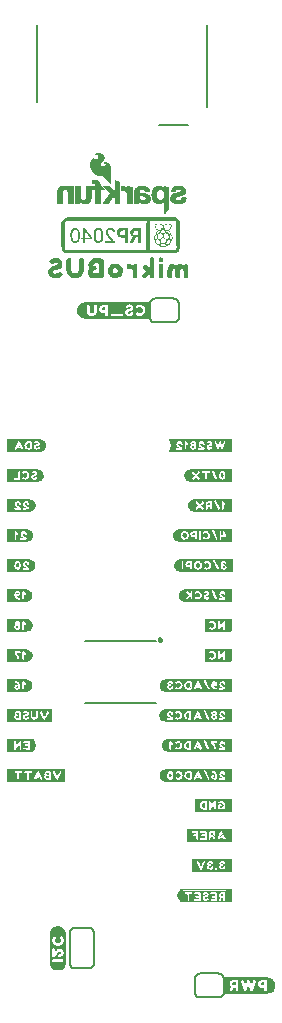
<source format=gbo>
G04 EAGLE Gerber RS-274X export*
G75*
%MOMM*%
%FSLAX34Y34*%
%LPD*%
%INSilkscreen Bottom*%
%IPPOS*%
%AMOC8*
5,1,8,0,0,1.08239X$1,22.5*%
G01*
%ADD10C,0.203200*%
%ADD11C,0.300000*%
%ADD12C,0.152400*%

G36*
X178048Y628180D02*
X178048Y628180D01*
X178056Y628182D01*
X178256Y628682D01*
X178252Y628695D01*
X178259Y628700D01*
X178259Y641600D01*
X178230Y641638D01*
X178228Y641646D01*
X177728Y641846D01*
X177716Y641842D01*
X177715Y641842D01*
X177710Y641849D01*
X123410Y641849D01*
X123406Y641846D01*
X123403Y641849D01*
X122003Y641649D01*
X122002Y641648D01*
X122002Y641649D01*
X121402Y641549D01*
X121396Y641542D01*
X121391Y641545D01*
X120691Y641245D01*
X120689Y641243D01*
X120688Y641244D01*
X119488Y640644D01*
X119483Y640634D01*
X119475Y640635D01*
X118977Y640137D01*
X118479Y639738D01*
X118477Y639731D01*
X118472Y639731D01*
X118072Y639231D01*
X118071Y639227D01*
X118069Y639227D01*
X117669Y638627D01*
X117669Y638623D01*
X117666Y638622D01*
X117066Y637422D01*
X117067Y637417D01*
X117063Y637416D01*
X116863Y636816D01*
X116864Y636814D01*
X116863Y636814D01*
X116840Y636734D01*
X116826Y636684D01*
X116784Y636537D01*
X116741Y636389D01*
X116727Y636340D01*
X116685Y636192D01*
X116663Y636114D01*
X116666Y636104D01*
X116661Y636100D01*
X116661Y635404D01*
X116561Y634808D01*
X116567Y634798D01*
X116561Y634793D01*
X116761Y633393D01*
X116766Y633388D01*
X116763Y633384D01*
X116963Y632784D01*
X116966Y632783D01*
X116965Y632781D01*
X117265Y632081D01*
X117267Y632079D01*
X117266Y632078D01*
X117566Y631478D01*
X117573Y631475D01*
X117572Y631469D01*
X117970Y630971D01*
X118369Y630373D01*
X118379Y630369D01*
X118379Y630362D01*
X118877Y629963D01*
X119375Y629465D01*
X119387Y629464D01*
X119388Y629456D01*
X121188Y628556D01*
X121193Y628557D01*
X121194Y628553D01*
X121794Y628353D01*
X121801Y628355D01*
X121803Y628351D01*
X123203Y628151D01*
X123208Y628154D01*
X123210Y628151D01*
X178010Y628151D01*
X178048Y628180D01*
G37*
G36*
X179174Y683329D02*
X179174Y683329D01*
X179174Y683330D01*
X179174Y686110D01*
X179171Y686114D01*
X179170Y686114D01*
X178078Y686109D01*
X178078Y709108D01*
X178074Y710031D01*
X178049Y711045D01*
X178769Y711050D01*
X179409Y711055D01*
X195429Y711055D01*
X197863Y711132D01*
X199123Y710964D01*
X200131Y710418D01*
X200486Y709930D01*
X200676Y709376D01*
X200765Y708183D01*
X200765Y691650D01*
X200838Y688799D01*
X200535Y687367D01*
X200178Y686791D01*
X199637Y686357D01*
X198584Y686100D01*
X197483Y686109D01*
X179180Y686114D01*
X179176Y686111D01*
X179176Y686110D01*
X179176Y683330D01*
X179179Y683326D01*
X179180Y683326D01*
X197277Y683328D01*
X199054Y683383D01*
X199055Y683383D01*
X200770Y683820D01*
X200770Y683821D01*
X200771Y683821D01*
X201860Y684523D01*
X201860Y684524D01*
X202620Y685415D01*
X202620Y685416D01*
X203132Y686521D01*
X203132Y686522D01*
X203133Y686522D01*
X203410Y687743D01*
X203546Y690212D01*
X203546Y702843D01*
X203595Y705174D01*
X203614Y707506D01*
X203410Y709827D01*
X203409Y709827D01*
X203409Y709828D01*
X202925Y711229D01*
X202925Y711230D01*
X202040Y712389D01*
X202039Y712389D01*
X202039Y712390D01*
X200844Y713234D01*
X200843Y713234D01*
X199435Y713688D01*
X199434Y713688D01*
X197072Y713733D01*
X110399Y713733D01*
X108698Y713772D01*
X108697Y713772D01*
X107010Y713586D01*
X107009Y713586D01*
X106034Y713205D01*
X106034Y713204D01*
X106033Y713204D01*
X105207Y712663D01*
X105207Y712662D01*
X105206Y712662D01*
X104497Y711935D01*
X104497Y711934D01*
X103960Y711067D01*
X103960Y711066D01*
X103430Y709109D01*
X103430Y709108D01*
X103336Y706987D01*
X103372Y704864D01*
X103412Y702741D01*
X103412Y690109D01*
X103476Y688019D01*
X103476Y688018D01*
X103642Y686977D01*
X103643Y686976D01*
X103975Y685996D01*
X103976Y685995D01*
X104495Y685140D01*
X104496Y685140D01*
X104496Y685139D01*
X105263Y684368D01*
X105264Y684368D01*
X106495Y683684D01*
X106496Y683684D01*
X106496Y683683D01*
X108017Y683362D01*
X108018Y683362D01*
X109578Y683328D01*
X173160Y683326D01*
X173164Y683329D01*
X173164Y683330D01*
X173164Y686110D01*
X173161Y686114D01*
X173160Y686114D01*
X109680Y686109D01*
X108126Y686122D01*
X107381Y686302D01*
X106739Y686743D01*
X106310Y687486D01*
X106162Y688357D01*
X106193Y690109D01*
X106193Y707054D01*
X106185Y708889D01*
X106386Y709772D01*
X106915Y710519D01*
X107769Y710960D01*
X108798Y711104D01*
X110810Y711055D01*
X174274Y711055D01*
X174828Y711059D01*
X175408Y711035D01*
X175413Y710031D01*
X175399Y709108D01*
X175399Y686109D01*
X173170Y686114D01*
X173166Y686111D01*
X173166Y686110D01*
X173166Y683330D01*
X173169Y683326D01*
X173170Y683326D01*
X179170Y683326D01*
X179174Y683329D01*
G37*
G36*
X247637Y286987D02*
X247637Y286987D01*
X247636Y286989D01*
X247638Y286990D01*
X247738Y287490D01*
X247735Y287497D01*
X247739Y287500D01*
X247739Y297200D01*
X247703Y297247D01*
X247696Y297242D01*
X247690Y297249D01*
X191190Y297249D01*
X191184Y297245D01*
X191180Y297248D01*
X190685Y297149D01*
X190190Y297149D01*
X190185Y297146D01*
X190181Y297146D01*
X190177Y297143D01*
X190172Y297146D01*
X189672Y296946D01*
X189670Y296943D01*
X189668Y296944D01*
X189270Y296745D01*
X188772Y296546D01*
X188767Y296538D01*
X188760Y296539D01*
X187560Y295639D01*
X187558Y295630D01*
X187551Y295630D01*
X186951Y294830D01*
X186951Y294820D01*
X186944Y294818D01*
X186745Y294320D01*
X186546Y293922D01*
X186547Y293919D01*
X186544Y293918D01*
X186344Y293418D01*
X186345Y293417D01*
X186344Y293416D01*
X186346Y293413D01*
X186346Y293412D01*
X186342Y293410D01*
X186142Y292410D01*
X186145Y292403D01*
X186141Y292400D01*
X186141Y291900D01*
X186145Y291894D01*
X186142Y291890D01*
X186442Y290390D01*
X186447Y290386D01*
X186444Y290382D01*
X186644Y289882D01*
X186652Y289877D01*
X186651Y289870D01*
X186949Y289472D01*
X187248Y288975D01*
X187251Y288973D01*
X187251Y288970D01*
X187551Y288570D01*
X187560Y288568D01*
X187560Y288561D01*
X188760Y287661D01*
X188767Y287661D01*
X188768Y287656D01*
X189168Y287456D01*
X189171Y287457D01*
X189172Y287454D01*
X190172Y287054D01*
X190185Y287058D01*
X190190Y287051D01*
X190685Y287051D01*
X191180Y286952D01*
X191187Y286955D01*
X191190Y286951D01*
X247590Y286951D01*
X247637Y286987D01*
G37*
G36*
X247737Y312387D02*
X247737Y312387D01*
X247732Y312394D01*
X247739Y312400D01*
X247739Y322100D01*
X247735Y322106D01*
X247738Y322110D01*
X247638Y322610D01*
X247594Y322649D01*
X247592Y322647D01*
X247590Y322649D01*
X191290Y322649D01*
X191284Y322645D01*
X191280Y322648D01*
X190280Y322448D01*
X190276Y322443D01*
X190272Y322446D01*
X189272Y322046D01*
X189270Y322043D01*
X189268Y322044D01*
X188868Y321844D01*
X188865Y321838D01*
X188860Y321839D01*
X188460Y321539D01*
X188459Y321534D01*
X188455Y321535D01*
X188058Y321137D01*
X187660Y320839D01*
X187658Y320830D01*
X187651Y320830D01*
X187351Y320430D01*
X187351Y320420D01*
X187344Y320418D01*
X187147Y319924D01*
X186851Y319530D01*
X186851Y319514D01*
X186842Y319510D01*
X186743Y319014D01*
X186544Y318518D01*
X186548Y318505D01*
X186541Y318500D01*
X186541Y318005D01*
X186442Y317510D01*
X186448Y317497D01*
X186442Y317490D01*
X186742Y315990D01*
X186747Y315986D01*
X186744Y315982D01*
X186944Y315482D01*
X186947Y315480D01*
X186946Y315478D01*
X187145Y315080D01*
X187344Y314582D01*
X187352Y314577D01*
X187351Y314570D01*
X187651Y314170D01*
X187656Y314169D01*
X187655Y314165D01*
X188055Y313765D01*
X188060Y313764D01*
X188060Y313761D01*
X188860Y313161D01*
X188867Y313161D01*
X188868Y313156D01*
X189268Y312956D01*
X189271Y312957D01*
X189272Y312954D01*
X190272Y312554D01*
X190278Y312556D01*
X190280Y312552D01*
X191280Y312352D01*
X191287Y312355D01*
X191290Y312351D01*
X247690Y312351D01*
X247737Y312387D01*
G37*
G36*
X247637Y236187D02*
X247637Y236187D01*
X247636Y236189D01*
X247638Y236190D01*
X247738Y236690D01*
X247735Y236697D01*
X247739Y236700D01*
X247739Y246300D01*
X247703Y246347D01*
X247701Y246346D01*
X247700Y246348D01*
X247200Y246448D01*
X247193Y246445D01*
X247190Y246449D01*
X191290Y246449D01*
X191284Y246445D01*
X191280Y246448D01*
X190280Y246248D01*
X190276Y246243D01*
X190272Y246246D01*
X189772Y246046D01*
X189770Y246043D01*
X189768Y246044D01*
X189370Y245845D01*
X188872Y245646D01*
X188867Y245638D01*
X188860Y245639D01*
X188060Y245039D01*
X188058Y245030D01*
X188051Y245030D01*
X187151Y243830D01*
X187151Y243820D01*
X187144Y243818D01*
X186744Y242818D01*
X186745Y242815D01*
X186742Y242813D01*
X186744Y242811D01*
X186742Y242810D01*
X186442Y241310D01*
X186448Y241297D01*
X186442Y241290D01*
X186541Y240795D01*
X186541Y240300D01*
X186549Y240289D01*
X186544Y240282D01*
X186743Y239785D01*
X186842Y239388D01*
X186851Y239381D01*
X186848Y239375D01*
X187147Y238877D01*
X187346Y238478D01*
X187352Y238475D01*
X187351Y238470D01*
X187651Y238070D01*
X187656Y238069D01*
X187655Y238065D01*
X188053Y237668D01*
X188351Y237270D01*
X188360Y237268D01*
X188360Y237261D01*
X188760Y236961D01*
X188770Y236961D01*
X188772Y236954D01*
X189270Y236755D01*
X189668Y236556D01*
X189671Y236557D01*
X189672Y236554D01*
X190172Y236354D01*
X190178Y236356D01*
X190180Y236352D01*
X191180Y236152D01*
X191187Y236155D01*
X191190Y236151D01*
X247590Y236151D01*
X247637Y236187D01*
G37*
G36*
X247737Y261587D02*
X247737Y261587D01*
X247732Y261594D01*
X247739Y261600D01*
X247739Y271800D01*
X247703Y271847D01*
X247696Y271842D01*
X247690Y271849D01*
X193290Y271849D01*
X193284Y271845D01*
X193280Y271848D01*
X192785Y271749D01*
X192290Y271749D01*
X192285Y271746D01*
X192281Y271746D01*
X192277Y271743D01*
X192272Y271746D01*
X191772Y271546D01*
X191770Y271543D01*
X191768Y271544D01*
X191370Y271345D01*
X190872Y271146D01*
X190867Y271138D01*
X190860Y271139D01*
X189660Y270239D01*
X189658Y270230D01*
X189651Y270230D01*
X189051Y269430D01*
X189051Y269420D01*
X189044Y269418D01*
X188645Y268420D01*
X188446Y268022D01*
X188447Y268018D01*
X188444Y268016D01*
X188447Y268012D01*
X188442Y268010D01*
X188342Y267510D01*
X188345Y267503D01*
X188341Y267500D01*
X188341Y265900D01*
X188345Y265894D01*
X188342Y265890D01*
X188442Y265390D01*
X188449Y265384D01*
X188446Y265378D01*
X188645Y264980D01*
X189044Y263982D01*
X189052Y263977D01*
X189051Y263970D01*
X189651Y263170D01*
X189660Y263168D01*
X189660Y263161D01*
X190860Y262261D01*
X190870Y262261D01*
X190872Y262254D01*
X191870Y261855D01*
X192268Y261656D01*
X192284Y261659D01*
X192290Y261651D01*
X192785Y261651D01*
X193280Y261552D01*
X193287Y261555D01*
X193290Y261551D01*
X247690Y261551D01*
X247737Y261587D01*
G37*
G36*
X277684Y56654D02*
X277684Y56654D01*
X277687Y56651D01*
X278387Y56751D01*
X278388Y56752D01*
X278388Y56751D01*
X278988Y56851D01*
X279687Y56951D01*
X279692Y56956D01*
X279696Y56953D01*
X280296Y57153D01*
X280299Y57158D01*
X280302Y57156D01*
X280902Y57456D01*
X280904Y57460D01*
X280907Y57459D01*
X282107Y58259D01*
X282110Y58266D01*
X282115Y58265D01*
X283015Y59165D01*
X283016Y59172D01*
X283021Y59173D01*
X283421Y59773D01*
X283421Y59777D01*
X283424Y59778D01*
X284024Y60978D01*
X284023Y60983D01*
X284027Y60984D01*
X284227Y61584D01*
X284226Y61586D01*
X284227Y61586D01*
X284235Y61612D01*
X284277Y61759D01*
X284291Y61809D01*
X284333Y61956D01*
X284375Y62104D01*
X284389Y62153D01*
X284427Y62286D01*
X284426Y62291D01*
X284429Y62293D01*
X284529Y62993D01*
X284526Y62998D01*
X284529Y63000D01*
X284529Y64300D01*
X284523Y64308D01*
X284527Y64314D01*
X284328Y65011D01*
X284229Y65608D01*
X284222Y65614D01*
X284225Y65619D01*
X283925Y66319D01*
X283923Y66321D01*
X283924Y66322D01*
X283624Y66922D01*
X283617Y66925D01*
X283618Y66931D01*
X283220Y67429D01*
X282821Y68027D01*
X282814Y68030D01*
X282815Y68035D01*
X282315Y68535D01*
X282311Y68535D01*
X282311Y68538D01*
X281311Y69338D01*
X281303Y69339D01*
X281302Y69344D01*
X280102Y69944D01*
X280095Y69943D01*
X280094Y69947D01*
X279394Y70147D01*
X279389Y70146D01*
X279387Y70149D01*
X278688Y70249D01*
X278088Y70349D01*
X278083Y70346D01*
X278080Y70349D01*
X241180Y70349D01*
X241171Y70342D01*
X241162Y70336D01*
X241150Y70339D01*
X240750Y70039D01*
X240745Y70020D01*
X240733Y70011D01*
X240737Y70005D01*
X240731Y70000D01*
X240731Y57100D01*
X240744Y57082D01*
X240741Y57070D01*
X241041Y56670D01*
X241072Y56662D01*
X241080Y56651D01*
X277680Y56651D01*
X277684Y56654D01*
G37*
G36*
X247637Y515587D02*
X247637Y515587D01*
X247637Y515588D01*
X247638Y515588D01*
X247738Y515988D01*
X247734Y515996D01*
X247739Y516000D01*
X247739Y525700D01*
X247703Y525747D01*
X247701Y525746D01*
X247700Y525748D01*
X247200Y525848D01*
X247193Y525845D01*
X247190Y525849D01*
X194290Y525849D01*
X194247Y525817D01*
X194243Y525816D01*
X194143Y525516D01*
X194144Y525513D01*
X194143Y525513D01*
X194145Y525509D01*
X194152Y525490D01*
X194146Y525478D01*
X196441Y520988D01*
X196441Y520512D01*
X194146Y516022D01*
X194148Y516012D01*
X194143Y516007D01*
X194145Y516004D01*
X194141Y516000D01*
X194141Y515600D01*
X194177Y515553D01*
X194184Y515558D01*
X194190Y515551D01*
X247590Y515551D01*
X247637Y515587D01*
G37*
G36*
X105717Y236156D02*
X105717Y236156D01*
X105722Y236152D01*
X106122Y236252D01*
X106144Y236279D01*
X106151Y236285D01*
X106150Y236287D01*
X106159Y236299D01*
X106158Y236299D01*
X106159Y236300D01*
X106159Y246000D01*
X106154Y246007D01*
X106158Y246012D01*
X106058Y246412D01*
X106011Y246449D01*
X106011Y246448D01*
X106010Y246449D01*
X57310Y246449D01*
X57282Y246428D01*
X57269Y246427D01*
X57069Y246127D01*
X57070Y246118D01*
X57063Y246113D01*
X57068Y246105D01*
X57061Y246100D01*
X57061Y236400D01*
X57082Y236372D01*
X57083Y236359D01*
X57383Y236159D01*
X57403Y236160D01*
X57410Y236151D01*
X105710Y236151D01*
X105717Y236156D01*
G37*
G36*
X248788Y413972D02*
X248788Y413972D01*
X248801Y413973D01*
X249001Y414273D01*
X249001Y414279D01*
X249004Y414282D01*
X249000Y414288D01*
X249000Y414293D01*
X249009Y414300D01*
X249009Y424000D01*
X248984Y424033D01*
X248982Y424044D01*
X248582Y424244D01*
X248572Y424242D01*
X248571Y424244D01*
X248564Y424244D01*
X248560Y424249D01*
X203660Y424249D01*
X203654Y424245D01*
X203650Y424248D01*
X202150Y423948D01*
X202144Y423941D01*
X202138Y423944D01*
X201738Y423744D01*
X201737Y423741D01*
X201735Y423742D01*
X201235Y423442D01*
X201233Y423439D01*
X201230Y423439D01*
X200430Y422839D01*
X200428Y422830D01*
X200421Y422830D01*
X199521Y421630D01*
X199521Y421623D01*
X199516Y421622D01*
X199316Y421222D01*
X199317Y421219D01*
X199314Y421218D01*
X198914Y420218D01*
X198918Y420205D01*
X198911Y420200D01*
X198911Y419705D01*
X198812Y419210D01*
X198815Y419203D01*
X198811Y419200D01*
X198811Y418700D01*
X198815Y418694D01*
X198812Y418690D01*
X199012Y417690D01*
X199017Y417686D01*
X199014Y417682D01*
X199414Y416682D01*
X199422Y416677D01*
X199421Y416670D01*
X200321Y415470D01*
X200330Y415468D01*
X200330Y415461D01*
X201530Y414561D01*
X201540Y414561D01*
X201542Y414554D01*
X202542Y414154D01*
X202547Y414156D01*
X202548Y414152D01*
X202948Y414052D01*
X202951Y414053D01*
X202952Y414051D01*
X203552Y413951D01*
X203557Y413954D01*
X203560Y413951D01*
X248760Y413951D01*
X248788Y413972D01*
G37*
G36*
X247297Y439356D02*
X247297Y439356D01*
X247302Y439352D01*
X247702Y439452D01*
X247724Y439479D01*
X247731Y439485D01*
X247730Y439487D01*
X247739Y439499D01*
X247738Y439499D01*
X247739Y439500D01*
X247739Y449200D01*
X247734Y449207D01*
X247738Y449212D01*
X247638Y449612D01*
X247591Y449649D01*
X247591Y449648D01*
X247590Y449649D01*
X202490Y449649D01*
X202484Y449645D01*
X202480Y449648D01*
X201480Y449448D01*
X201476Y449443D01*
X201472Y449446D01*
X200972Y449246D01*
X200970Y449243D01*
X200968Y449244D01*
X200568Y449044D01*
X200567Y449041D01*
X200565Y449042D01*
X200065Y448742D01*
X200063Y448739D01*
X200060Y448739D01*
X199260Y448139D01*
X199258Y448130D01*
X199251Y448130D01*
X198351Y446930D01*
X198351Y446920D01*
X198344Y446918D01*
X198145Y446420D01*
X197946Y446022D01*
X197947Y446016D01*
X197942Y446013D01*
X197944Y446011D01*
X197942Y446010D01*
X197742Y445010D01*
X197745Y445003D01*
X197741Y445000D01*
X197741Y444400D01*
X197745Y444394D01*
X197742Y444390D01*
X197841Y443895D01*
X197841Y443400D01*
X197850Y443387D01*
X197846Y443378D01*
X198043Y442984D01*
X198142Y442490D01*
X198151Y442482D01*
X198148Y442475D01*
X198447Y441977D01*
X198646Y441578D01*
X198656Y441573D01*
X198655Y441565D01*
X199053Y441168D01*
X199351Y440770D01*
X199360Y440768D01*
X199360Y440761D01*
X200160Y440161D01*
X200167Y440161D01*
X200168Y440156D01*
X200567Y439957D01*
X201065Y439658D01*
X201077Y439659D01*
X201080Y439652D01*
X202580Y439352D01*
X202587Y439355D01*
X202590Y439351D01*
X247290Y439351D01*
X247297Y439356D01*
G37*
G36*
X101035Y76154D02*
X101035Y76154D01*
X101038Y76151D01*
X101638Y76251D01*
X101641Y76255D01*
X101644Y76253D01*
X102344Y76453D01*
X102345Y76454D01*
X102346Y76453D01*
X102946Y76653D01*
X102949Y76658D01*
X102952Y76656D01*
X103552Y76956D01*
X103554Y76960D01*
X103557Y76959D01*
X104757Y77759D01*
X104760Y77766D01*
X104765Y77765D01*
X105265Y78265D01*
X105265Y78269D01*
X105268Y78269D01*
X106068Y79269D01*
X106069Y79277D01*
X106074Y79278D01*
X106674Y80478D01*
X106673Y80485D01*
X106677Y80486D01*
X106701Y80570D01*
X106715Y80619D01*
X106757Y80767D01*
X106758Y80767D01*
X106757Y80767D01*
X106800Y80915D01*
X106814Y80964D01*
X106856Y81112D01*
X106877Y81185D01*
X107077Y81784D01*
X107075Y81791D01*
X107079Y81793D01*
X107179Y82493D01*
X107176Y82498D01*
X107179Y82500D01*
X107179Y107300D01*
X107176Y107304D01*
X107179Y107307D01*
X106979Y108707D01*
X106971Y108715D01*
X106974Y108722D01*
X106676Y109319D01*
X106477Y109916D01*
X106469Y109921D01*
X106471Y109927D01*
X106073Y110525D01*
X105774Y111122D01*
X105764Y111127D01*
X105765Y111135D01*
X104765Y112135D01*
X104761Y112135D01*
X104761Y112138D01*
X104261Y112538D01*
X104253Y112539D01*
X104252Y112544D01*
X103655Y112843D01*
X103057Y113241D01*
X103048Y113240D01*
X103046Y113247D01*
X102446Y113447D01*
X102444Y113446D01*
X102444Y113447D01*
X101744Y113647D01*
X101740Y113646D01*
X101738Y113649D01*
X101138Y113749D01*
X101133Y113746D01*
X101130Y113749D01*
X99730Y113749D01*
X99726Y113746D01*
X99723Y113749D01*
X99023Y113649D01*
X99018Y113644D01*
X99014Y113647D01*
X97814Y113247D01*
X97813Y113244D01*
X97811Y113245D01*
X97111Y112945D01*
X97108Y112941D01*
X97105Y112942D01*
X96605Y112642D01*
X96604Y112641D01*
X96603Y112641D01*
X96003Y112241D01*
X96000Y112234D01*
X95995Y112235D01*
X95495Y111735D01*
X95495Y111731D01*
X95492Y111731D01*
X94692Y110731D01*
X94691Y110727D01*
X94689Y110727D01*
X94289Y110127D01*
X94289Y110123D01*
X94286Y110122D01*
X93986Y109522D01*
X93987Y109517D01*
X93983Y109516D01*
X93783Y108916D01*
X93783Y108915D01*
X93784Y108914D01*
X93783Y108914D01*
X93755Y108817D01*
X93713Y108669D01*
X93699Y108620D01*
X93657Y108472D01*
X93614Y108324D01*
X93600Y108275D01*
X93583Y108214D01*
X93586Y108204D01*
X93581Y108200D01*
X93581Y107504D01*
X93481Y106908D01*
X93484Y106903D01*
X93481Y106900D01*
X93481Y82500D01*
X93484Y82496D01*
X93481Y82493D01*
X93581Y81793D01*
X93586Y81788D01*
X93583Y81784D01*
X93783Y81185D01*
X93983Y80486D01*
X93988Y80482D01*
X93986Y80478D01*
X94586Y79278D01*
X94593Y79275D01*
X94592Y79269D01*
X95392Y78269D01*
X95396Y78268D01*
X95395Y78265D01*
X95895Y77765D01*
X95902Y77764D01*
X95903Y77759D01*
X97103Y76959D01*
X97107Y76959D01*
X97108Y76956D01*
X97708Y76656D01*
X97713Y76657D01*
X97714Y76653D01*
X98314Y76453D01*
X98316Y76454D01*
X98316Y76453D01*
X99016Y76253D01*
X99020Y76254D01*
X99022Y76251D01*
X99622Y76151D01*
X99627Y76154D01*
X99630Y76151D01*
X101030Y76151D01*
X101035Y76154D01*
G37*
G36*
X247411Y134567D02*
X247411Y134567D01*
X247425Y134565D01*
X247725Y134865D01*
X247727Y134877D01*
X247733Y134882D01*
X247728Y134889D01*
X247729Y134892D01*
X247739Y134900D01*
X247739Y144500D01*
X247723Y144521D01*
X247725Y144535D01*
X247425Y144835D01*
X247400Y144838D01*
X247395Y144844D01*
X247394Y144844D01*
X247390Y144849D01*
X203990Y144849D01*
X203983Y144844D01*
X203980Y144844D01*
X203975Y144841D01*
X203968Y144844D01*
X203568Y144644D01*
X203558Y144624D01*
X203546Y144622D01*
X201246Y140022D01*
X201247Y140014D01*
X201242Y140012D01*
X201142Y139612D01*
X201152Y139590D01*
X201146Y139578D01*
X203646Y134578D01*
X203683Y134560D01*
X203690Y134551D01*
X247390Y134551D01*
X247411Y134567D01*
G37*
G36*
X247411Y388567D02*
X247411Y388567D01*
X247425Y388565D01*
X247725Y388865D01*
X247727Y388877D01*
X247733Y388882D01*
X247728Y388889D01*
X247729Y388892D01*
X247739Y388900D01*
X247739Y398500D01*
X247723Y398521D01*
X247725Y398535D01*
X247425Y398835D01*
X247400Y398838D01*
X247395Y398844D01*
X247394Y398844D01*
X247390Y398849D01*
X207490Y398849D01*
X207484Y398845D01*
X207480Y398848D01*
X206480Y398648D01*
X206479Y398647D01*
X206478Y398648D01*
X206078Y398548D01*
X206075Y398544D01*
X206072Y398546D01*
X205572Y398346D01*
X205569Y398341D01*
X205565Y398342D01*
X205067Y398043D01*
X204668Y397844D01*
X204663Y397834D01*
X204655Y397835D01*
X203955Y397135D01*
X203954Y397130D01*
X203951Y397130D01*
X203651Y396730D01*
X203651Y396726D01*
X203648Y396725D01*
X203348Y396225D01*
X203348Y396222D01*
X203346Y396222D01*
X203146Y395822D01*
X203147Y395819D01*
X203144Y395818D01*
X202744Y394818D01*
X202746Y394812D01*
X202742Y394810D01*
X202642Y394310D01*
X202645Y394303D01*
X202641Y394300D01*
X202641Y393300D01*
X202645Y393294D01*
X202642Y393290D01*
X202842Y392290D01*
X202847Y392286D01*
X202844Y392282D01*
X203044Y391782D01*
X203047Y391780D01*
X203046Y391778D01*
X203245Y391380D01*
X203444Y390882D01*
X203452Y390877D01*
X203451Y390870D01*
X203751Y390470D01*
X203756Y390469D01*
X203755Y390465D01*
X204455Y389765D01*
X204460Y389764D01*
X204460Y389761D01*
X204860Y389461D01*
X204864Y389461D01*
X204865Y389458D01*
X205365Y389158D01*
X205368Y389158D01*
X205368Y389156D01*
X205768Y388956D01*
X205771Y388957D01*
X205772Y388954D01*
X206272Y388754D01*
X206278Y388756D01*
X206280Y388752D01*
X207280Y388552D01*
X207287Y388555D01*
X207290Y388551D01*
X247390Y388551D01*
X247411Y388567D01*
G37*
G36*
X247297Y490156D02*
X247297Y490156D01*
X247302Y490152D01*
X247702Y490252D01*
X247724Y490280D01*
X247731Y490285D01*
X247730Y490287D01*
X247739Y490299D01*
X247738Y490299D01*
X247739Y490300D01*
X247739Y500000D01*
X247730Y500013D01*
X247734Y500022D01*
X247534Y500422D01*
X247497Y500441D01*
X247490Y500449D01*
X212090Y500449D01*
X212084Y500445D01*
X212080Y500448D01*
X211080Y500248D01*
X211076Y500243D01*
X211072Y500246D01*
X210572Y500046D01*
X210570Y500043D01*
X210568Y500044D01*
X210168Y499844D01*
X210167Y499841D01*
X210165Y499842D01*
X209665Y499542D01*
X209663Y499539D01*
X209660Y499539D01*
X208860Y498939D01*
X208858Y498930D01*
X208851Y498930D01*
X207951Y497730D01*
X207951Y497720D01*
X207944Y497718D01*
X207544Y496718D01*
X207545Y496716D01*
X207543Y496714D01*
X207544Y496713D01*
X207542Y496712D01*
X207442Y496312D01*
X207443Y496309D01*
X207441Y496308D01*
X207341Y495708D01*
X207344Y495703D01*
X207341Y495700D01*
X207341Y495200D01*
X207345Y495194D01*
X207342Y495190D01*
X207441Y494695D01*
X207441Y494200D01*
X207449Y494189D01*
X207444Y494182D01*
X207644Y493682D01*
X207647Y493680D01*
X207646Y493678D01*
X207845Y493280D01*
X208044Y492782D01*
X208047Y492780D01*
X208046Y492778D01*
X208246Y492378D01*
X208256Y492373D01*
X208255Y492365D01*
X208653Y491968D01*
X208951Y491570D01*
X208960Y491568D01*
X208960Y491561D01*
X209760Y490961D01*
X209764Y490961D01*
X209765Y490958D01*
X210265Y490658D01*
X210268Y490658D01*
X210268Y490656D01*
X210668Y490456D01*
X210677Y490458D01*
X210680Y490452D01*
X212180Y490152D01*
X212187Y490155D01*
X212190Y490151D01*
X247290Y490151D01*
X247297Y490156D01*
G37*
G36*
X95257Y286987D02*
X95257Y286987D01*
X95256Y286989D01*
X95258Y286990D01*
X95358Y287490D01*
X95355Y287497D01*
X95359Y287500D01*
X95359Y297100D01*
X95323Y297147D01*
X95321Y297146D01*
X95320Y297148D01*
X94820Y297248D01*
X94813Y297245D01*
X94810Y297249D01*
X92810Y297249D01*
X92780Y297227D01*
X92768Y297225D01*
X92750Y297196D01*
X92744Y297236D01*
X92723Y297232D01*
X92710Y297249D01*
X57210Y297249D01*
X57163Y297213D01*
X57164Y297211D01*
X57162Y297210D01*
X57062Y296710D01*
X57065Y296703D01*
X57061Y296700D01*
X57061Y287000D01*
X57097Y286953D01*
X57104Y286958D01*
X57110Y286951D01*
X95210Y286951D01*
X95257Y286987D01*
G37*
G36*
X247637Y185387D02*
X247637Y185387D01*
X247636Y185389D01*
X247638Y185390D01*
X247738Y185890D01*
X247735Y185897D01*
X247739Y185900D01*
X247739Y195500D01*
X247703Y195547D01*
X247701Y195546D01*
X247700Y195548D01*
X247200Y195648D01*
X247193Y195645D01*
X247190Y195649D01*
X209990Y195649D01*
X209943Y195613D01*
X209945Y195610D01*
X209943Y195608D01*
X209946Y195604D01*
X209941Y195600D01*
X209941Y185400D01*
X209977Y185353D01*
X209984Y185358D01*
X209990Y185351D01*
X247590Y185351D01*
X247637Y185387D01*
G37*
G36*
X247637Y464787D02*
X247637Y464787D01*
X247636Y464789D01*
X247638Y464790D01*
X247738Y465290D01*
X247735Y465297D01*
X247739Y465300D01*
X247739Y474900D01*
X247703Y474947D01*
X247701Y474946D01*
X247700Y474948D01*
X247200Y475048D01*
X247193Y475045D01*
X247190Y475049D01*
X215690Y475049D01*
X215684Y475045D01*
X215680Y475048D01*
X215185Y474949D01*
X214690Y474949D01*
X214685Y474946D01*
X214681Y474946D01*
X214677Y474943D01*
X214672Y474946D01*
X213672Y474546D01*
X213670Y474543D01*
X213668Y474544D01*
X213270Y474345D01*
X212772Y474146D01*
X212764Y474134D01*
X212755Y474135D01*
X211655Y473035D01*
X211654Y473030D01*
X211651Y473030D01*
X211351Y472630D01*
X211351Y472620D01*
X211344Y472618D01*
X211145Y472120D01*
X210946Y471722D01*
X210947Y471719D01*
X210944Y471718D01*
X210744Y471218D01*
X210745Y471217D01*
X210744Y471216D01*
X210746Y471213D01*
X210746Y471212D01*
X210742Y471210D01*
X210642Y470710D01*
X210645Y470703D01*
X210641Y470700D01*
X210641Y469200D01*
X210645Y469194D01*
X210642Y469190D01*
X210742Y468690D01*
X210747Y468686D01*
X210744Y468682D01*
X211144Y467682D01*
X211147Y467680D01*
X211146Y467678D01*
X211346Y467278D01*
X211352Y467275D01*
X211351Y467270D01*
X211951Y466470D01*
X211956Y466469D01*
X211955Y466465D01*
X212355Y466065D01*
X212360Y466064D01*
X212360Y466061D01*
X213160Y465461D01*
X213167Y465461D01*
X213168Y465456D01*
X213568Y465256D01*
X213571Y465257D01*
X213572Y465254D01*
X214072Y465054D01*
X214078Y465056D01*
X214080Y465052D01*
X215580Y464752D01*
X215587Y464755D01*
X215590Y464751D01*
X247590Y464751D01*
X247637Y464787D01*
G37*
G36*
X247196Y159955D02*
X247196Y159955D01*
X247200Y159952D01*
X247700Y160052D01*
X247728Y160084D01*
X247730Y160085D01*
X247730Y160086D01*
X247739Y160096D01*
X247737Y160098D01*
X247739Y160100D01*
X247739Y169800D01*
X247734Y169807D01*
X247738Y169812D01*
X247638Y170212D01*
X247591Y170249D01*
X247591Y170248D01*
X247590Y170249D01*
X214090Y170249D01*
X214062Y170228D01*
X214049Y170227D01*
X213849Y169927D01*
X213850Y169918D01*
X213843Y169913D01*
X213848Y169905D01*
X213841Y169900D01*
X213841Y160200D01*
X213862Y160172D01*
X213863Y160159D01*
X214163Y159959D01*
X214183Y159960D01*
X214190Y159951D01*
X247190Y159951D01*
X247196Y159955D01*
G37*
G36*
X85816Y515555D02*
X85816Y515555D01*
X85820Y515552D01*
X86820Y515752D01*
X86826Y515759D01*
X86832Y515756D01*
X87230Y515955D01*
X87728Y516154D01*
X87733Y516162D01*
X87740Y516161D01*
X88940Y517061D01*
X88941Y517066D01*
X88945Y517065D01*
X89345Y517465D01*
X89346Y517470D01*
X89349Y517470D01*
X89649Y517870D01*
X89649Y517877D01*
X89654Y517878D01*
X89854Y518278D01*
X89853Y518281D01*
X89856Y518282D01*
X90256Y519282D01*
X90254Y519288D01*
X90258Y519290D01*
X90458Y520290D01*
X90455Y520297D01*
X90459Y520300D01*
X90459Y521300D01*
X90455Y521306D01*
X90458Y521310D01*
X90258Y522310D01*
X90251Y522316D01*
X90254Y522322D01*
X90055Y522720D01*
X89856Y523218D01*
X89848Y523223D01*
X89849Y523230D01*
X89249Y524030D01*
X89244Y524031D01*
X89245Y524035D01*
X88845Y524435D01*
X88840Y524436D01*
X88840Y524439D01*
X87640Y525339D01*
X87630Y525339D01*
X87628Y525346D01*
X87128Y525546D01*
X87122Y525544D01*
X87120Y525548D01*
X85620Y525848D01*
X85613Y525845D01*
X85610Y525849D01*
X57410Y525849D01*
X57403Y525844D01*
X57402Y525844D01*
X57393Y525837D01*
X57383Y525841D01*
X57083Y525641D01*
X57076Y525621D01*
X57063Y525611D01*
X57067Y525605D01*
X57061Y525600D01*
X57061Y515900D01*
X57077Y515879D01*
X57075Y515865D01*
X57375Y515565D01*
X57402Y515562D01*
X57410Y515551D01*
X85810Y515551D01*
X85816Y515555D01*
G37*
G36*
X247737Y210787D02*
X247737Y210787D01*
X247732Y210794D01*
X247739Y210800D01*
X247739Y220500D01*
X247735Y220506D01*
X247738Y220510D01*
X247638Y221010D01*
X247594Y221049D01*
X247592Y221047D01*
X247590Y221049D01*
X216690Y221049D01*
X216643Y221013D01*
X216645Y221010D01*
X216643Y221008D01*
X216646Y221004D01*
X216641Y221000D01*
X216641Y210800D01*
X216677Y210753D01*
X216684Y210758D01*
X216690Y210751D01*
X247690Y210751D01*
X247737Y210787D01*
G37*
G36*
X83516Y490155D02*
X83516Y490155D01*
X83520Y490152D01*
X84520Y490352D01*
X84521Y490353D01*
X84522Y490352D01*
X84922Y490452D01*
X84925Y490456D01*
X84928Y490454D01*
X85428Y490654D01*
X85431Y490659D01*
X85435Y490658D01*
X85935Y490958D01*
X85937Y490961D01*
X85940Y490961D01*
X86740Y491561D01*
X86741Y491566D01*
X86745Y491565D01*
X87045Y491865D01*
X87046Y491870D01*
X87049Y491870D01*
X87349Y492270D01*
X87349Y492274D01*
X87352Y492275D01*
X87652Y492775D01*
X87652Y492778D01*
X87654Y492778D01*
X87854Y493178D01*
X87853Y493181D01*
X87856Y493182D01*
X88256Y494182D01*
X88252Y494195D01*
X88259Y494200D01*
X88259Y494695D01*
X88358Y495190D01*
X88355Y495197D01*
X88359Y495200D01*
X88359Y495700D01*
X88355Y495706D01*
X88358Y495710D01*
X88158Y496710D01*
X88153Y496714D01*
X88156Y496718D01*
X87956Y497218D01*
X87953Y497220D01*
X87954Y497222D01*
X87754Y497622D01*
X87751Y497623D01*
X87752Y497625D01*
X87452Y498125D01*
X87449Y498127D01*
X87449Y498130D01*
X86849Y498930D01*
X86840Y498932D01*
X86840Y498939D01*
X85640Y499839D01*
X85630Y499839D01*
X85628Y499846D01*
X85130Y500045D01*
X84732Y500244D01*
X84723Y500242D01*
X84720Y500248D01*
X83720Y500448D01*
X83713Y500445D01*
X83710Y500449D01*
X57310Y500449D01*
X57277Y500424D01*
X57266Y500422D01*
X57066Y500022D01*
X57067Y500017D01*
X57063Y500014D01*
X57069Y500006D01*
X57061Y500000D01*
X57061Y490300D01*
X57097Y490253D01*
X57098Y490253D01*
X57098Y490252D01*
X57498Y490152D01*
X57506Y490156D01*
X57510Y490151D01*
X83510Y490151D01*
X83516Y490155D01*
G37*
G36*
X144810Y742411D02*
X144810Y742411D01*
X144861Y742413D01*
X144893Y742431D01*
X144929Y742439D01*
X144968Y742472D01*
X145013Y742496D01*
X145034Y742526D01*
X145062Y742549D01*
X145083Y742596D01*
X145113Y742638D01*
X145121Y742680D01*
X145133Y742708D01*
X145132Y742738D01*
X145140Y742780D01*
X145140Y755580D01*
X145136Y755598D01*
X145138Y755622D01*
X144938Y757422D01*
X144927Y757453D01*
X144921Y757500D01*
X144721Y758100D01*
X144708Y758120D01*
X144700Y758150D01*
X144400Y758750D01*
X144392Y758760D01*
X144386Y758776D01*
X144086Y759276D01*
X144072Y759290D01*
X144063Y759309D01*
X143986Y759379D01*
X143965Y759400D01*
X143960Y759402D01*
X143956Y759406D01*
X143472Y759696D01*
X143088Y759984D01*
X143053Y759999D01*
X143001Y760033D01*
X142001Y760433D01*
X141968Y760438D01*
X141923Y760455D01*
X141323Y760555D01*
X141296Y760553D01*
X141260Y760560D01*
X140460Y760560D01*
X140424Y760552D01*
X140368Y760549D01*
X140013Y760460D01*
X139860Y760460D01*
X139845Y760457D01*
X139830Y760459D01*
X139698Y760422D01*
X139691Y760421D01*
X139691Y760420D01*
X139690Y760420D01*
X139490Y760320D01*
X139471Y760304D01*
X139447Y760295D01*
X139405Y760249D01*
X139357Y760209D01*
X139347Y760187D01*
X139330Y760168D01*
X139312Y760108D01*
X139286Y760051D01*
X139288Y760026D01*
X139280Y760002D01*
X139291Y759940D01*
X139294Y759878D01*
X139306Y759856D01*
X139310Y759831D01*
X139359Y759758D01*
X139377Y759726D01*
X139385Y759721D01*
X139391Y759711D01*
X139491Y759611D01*
X139523Y759591D01*
X139590Y759540D01*
X139990Y759340D01*
X140013Y759334D01*
X140040Y759319D01*
X140255Y759248D01*
X140565Y758938D01*
X140715Y758712D01*
X140780Y758518D01*
X140780Y758342D01*
X140708Y758126D01*
X140548Y757805D01*
X140318Y757576D01*
X140082Y757418D01*
X139651Y757246D01*
X139222Y757160D01*
X138507Y757160D01*
X137816Y757333D01*
X137320Y757664D01*
X136999Y758065D01*
X136840Y758542D01*
X136840Y759102D01*
X137086Y759675D01*
X137746Y760429D01*
X138544Y761327D01*
X138545Y761329D01*
X138546Y761330D01*
X139246Y762130D01*
X139262Y762159D01*
X139292Y762195D01*
X139792Y763095D01*
X139803Y763133D01*
X139831Y763198D01*
X140031Y764098D01*
X140031Y764131D01*
X140040Y764180D01*
X140040Y764980D01*
X140032Y765017D01*
X140021Y765100D01*
X139721Y766000D01*
X139700Y766034D01*
X139669Y766101D01*
X139169Y766801D01*
X139143Y766824D01*
X139113Y766864D01*
X138213Y767664D01*
X138182Y767681D01*
X138142Y767714D01*
X137042Y768314D01*
X137006Y768324D01*
X136928Y768354D01*
X135828Y768554D01*
X135799Y768553D01*
X135760Y768560D01*
X134760Y768560D01*
X134723Y768552D01*
X134640Y768541D01*
X133740Y768241D01*
X133734Y768237D01*
X133727Y768236D01*
X132927Y767936D01*
X132912Y767926D01*
X132890Y767920D01*
X132724Y767837D01*
X132290Y767620D01*
X132268Y767602D01*
X132232Y767584D01*
X131832Y767284D01*
X131817Y767266D01*
X131791Y767249D01*
X131691Y767149D01*
X131678Y767127D01*
X131658Y767111D01*
X131632Y767054D01*
X131600Y767002D01*
X131597Y766976D01*
X131587Y766952D01*
X131589Y766891D01*
X131583Y766829D01*
X131592Y766805D01*
X131593Y766779D01*
X131623Y766725D01*
X131645Y766667D01*
X131664Y766650D01*
X131676Y766627D01*
X131727Y766592D01*
X131772Y766550D01*
X131797Y766542D01*
X131818Y766527D01*
X131902Y766511D01*
X131938Y766500D01*
X131948Y766502D01*
X131960Y766500D01*
X132260Y766500D01*
X132297Y766508D01*
X132380Y766519D01*
X132622Y766600D01*
X132813Y766600D01*
X133168Y766511D01*
X133176Y766511D01*
X133185Y766507D01*
X133636Y766417D01*
X133959Y766255D01*
X134280Y766015D01*
X134415Y765812D01*
X134499Y765560D01*
X134512Y765540D01*
X134520Y765510D01*
X134608Y765334D01*
X134659Y765180D01*
X134599Y765000D01*
X134598Y764987D01*
X134591Y764972D01*
X134507Y764636D01*
X134344Y764391D01*
X134336Y764371D01*
X134320Y764350D01*
X134148Y764005D01*
X133918Y763776D01*
X133649Y763596D01*
X133642Y763589D01*
X133632Y763584D01*
X133240Y763291D01*
X132969Y763110D01*
X132537Y762894D01*
X132270Y762760D01*
X131722Y762760D01*
X131529Y762825D01*
X131380Y762924D01*
X131240Y763342D01*
X131240Y764080D01*
X131228Y764130D01*
X131228Y764151D01*
X131227Y764175D01*
X131226Y764182D01*
X131209Y764214D01*
X131201Y764249D01*
X131168Y764289D01*
X131143Y764334D01*
X131113Y764355D01*
X131091Y764382D01*
X131043Y764404D01*
X131001Y764433D01*
X130965Y764439D01*
X130932Y764453D01*
X130881Y764451D01*
X130830Y764459D01*
X130789Y764448D01*
X130759Y764447D01*
X130732Y764432D01*
X130690Y764420D01*
X130679Y764415D01*
X129919Y764035D01*
X129890Y764020D01*
X129886Y764017D01*
X129776Y763933D01*
X128976Y763033D01*
X128961Y763005D01*
X128932Y762972D01*
X128232Y761772D01*
X128223Y761743D01*
X128202Y761708D01*
X127702Y760308D01*
X127699Y760282D01*
X127686Y760250D01*
X127386Y758650D01*
X127388Y758614D01*
X127380Y758559D01*
X127480Y756759D01*
X127490Y756727D01*
X127494Y756678D01*
X127994Y754878D01*
X128011Y754847D01*
X128028Y754795D01*
X129028Y752995D01*
X129045Y752977D01*
X129060Y752947D01*
X129760Y752047D01*
X129767Y752041D01*
X129771Y752033D01*
X129781Y752027D01*
X129791Y752011D01*
X130591Y751211D01*
X130601Y751205D01*
X130610Y751194D01*
X131410Y750494D01*
X131435Y750480D01*
X131464Y750454D01*
X132464Y749854D01*
X132489Y749846D01*
X132519Y749827D01*
X133519Y749427D01*
X133538Y749424D01*
X133560Y749413D01*
X134660Y749113D01*
X134677Y749113D01*
X134698Y749105D01*
X135898Y748905D01*
X135924Y748907D01*
X135960Y748900D01*
X137829Y748900D01*
X138326Y748817D01*
X138742Y748567D01*
X139692Y747807D01*
X140168Y747237D01*
X140180Y747227D01*
X140191Y747211D01*
X141469Y745933D01*
X141951Y745259D01*
X141971Y745241D01*
X141991Y745211D01*
X142579Y744623D01*
X143068Y744037D01*
X143080Y744027D01*
X143091Y744011D01*
X143572Y743530D01*
X143856Y743152D01*
X143874Y743137D01*
X143891Y743111D01*
X144165Y742838D01*
X144344Y742569D01*
X144363Y742551D01*
X144376Y742527D01*
X144426Y742492D01*
X144470Y742451D01*
X144496Y742443D01*
X144518Y742427D01*
X144599Y742412D01*
X144636Y742401D01*
X144647Y742402D01*
X144660Y742400D01*
X144760Y742400D01*
X144810Y742411D01*
G37*
G36*
X79323Y261560D02*
X79323Y261560D01*
X79332Y261556D01*
X79732Y261756D01*
X79742Y261775D01*
X79754Y261778D01*
X82054Y266278D01*
X82254Y266678D01*
X82248Y266710D01*
X82254Y266722D01*
X79754Y271722D01*
X79726Y271736D01*
X79720Y271748D01*
X79220Y271848D01*
X79213Y271845D01*
X79210Y271849D01*
X57310Y271849D01*
X57277Y271824D01*
X57266Y271822D01*
X57066Y271422D01*
X57067Y271417D01*
X57063Y271414D01*
X57069Y271406D01*
X57061Y271400D01*
X57061Y261800D01*
X57086Y261767D01*
X57088Y261756D01*
X57488Y261556D01*
X57504Y261559D01*
X57510Y261551D01*
X79310Y261551D01*
X79323Y261560D01*
G37*
G36*
X189947Y688531D02*
X189947Y688531D01*
X189948Y688531D01*
X190877Y688760D01*
X190877Y688761D01*
X190878Y688761D01*
X191711Y689232D01*
X192253Y689672D01*
X192930Y689966D01*
X192931Y689966D01*
X194151Y690745D01*
X194975Y691253D01*
X194975Y691254D01*
X194976Y691254D01*
X195688Y691921D01*
X195688Y691922D01*
X196061Y692555D01*
X196061Y692556D01*
X196148Y692791D01*
X196148Y692792D01*
X196149Y692792D01*
X196325Y693263D01*
X196717Y694701D01*
X197180Y695446D01*
X197180Y695447D01*
X197499Y696333D01*
X197499Y696334D01*
X197500Y696334D01*
X197533Y697094D01*
X197532Y697096D01*
X197535Y697098D01*
X197534Y697099D01*
X197535Y697099D01*
X197542Y697278D01*
X197541Y697279D01*
X197542Y697279D01*
X197295Y698183D01*
X197295Y698184D01*
X196795Y698975D01*
X196795Y698976D01*
X196434Y699298D01*
X196118Y699652D01*
X196052Y699950D01*
X196051Y700260D01*
X196050Y700261D01*
X196051Y700262D01*
X195859Y700928D01*
X195858Y700928D01*
X195859Y700929D01*
X195858Y700930D01*
X195859Y700931D01*
X195700Y701482D01*
X195700Y701483D01*
X195346Y701991D01*
X194897Y702421D01*
X194360Y702902D01*
X194702Y703033D01*
X194702Y703034D01*
X194703Y703034D01*
X194976Y703296D01*
X195371Y703521D01*
X195371Y703523D01*
X195372Y703523D01*
X195609Y703906D01*
X196083Y704392D01*
X196083Y704393D01*
X196084Y704393D01*
X196545Y705443D01*
X196544Y705444D01*
X196545Y705445D01*
X196544Y705446D01*
X196545Y705446D01*
X196706Y705816D01*
X196705Y705817D01*
X196706Y705818D01*
X196717Y706179D01*
X196864Y706562D01*
X196863Y706563D01*
X196864Y706564D01*
X196773Y707038D01*
X196795Y707310D01*
X196795Y707311D01*
X196762Y707581D01*
X196761Y707582D01*
X196761Y707583D01*
X196508Y707795D01*
X196507Y707795D01*
X196507Y707796D01*
X196183Y707867D01*
X195709Y708104D01*
X195709Y708103D01*
X195708Y708104D01*
X195234Y708149D01*
X194218Y708465D01*
X194217Y708465D01*
X194216Y708465D01*
X193123Y708484D01*
X193122Y708483D01*
X193122Y708484D01*
X192047Y708285D01*
X191505Y708194D01*
X191504Y708193D01*
X191503Y708194D01*
X191096Y707889D01*
X190756Y707756D01*
X190755Y707756D01*
X190430Y707561D01*
X190430Y707560D01*
X190429Y707560D01*
X189968Y706941D01*
X189968Y706940D01*
X189675Y706235D01*
X189317Y706927D01*
X188866Y707583D01*
X188865Y707583D01*
X188864Y707584D01*
X188570Y707767D01*
X188569Y707767D01*
X188569Y707768D01*
X188254Y707889D01*
X187712Y708239D01*
X187711Y708239D01*
X187710Y708240D01*
X187236Y708285D01*
X186454Y708448D01*
X186453Y708448D01*
X185666Y708483D01*
X184884Y708388D01*
X184884Y708387D01*
X184883Y708388D01*
X184117Y708160D01*
X183575Y708104D01*
X183574Y708103D01*
X183574Y708104D01*
X183032Y707844D01*
X182746Y707769D01*
X182745Y707768D01*
X182744Y707768D01*
X182522Y707583D01*
X182522Y707582D01*
X182522Y707581D01*
X182521Y707581D01*
X182520Y707577D01*
X182520Y707573D01*
X182519Y707569D01*
X182518Y707556D01*
X182517Y707552D01*
X182517Y707547D01*
X182516Y707543D01*
X182515Y707530D01*
X182514Y707526D01*
X182514Y707522D01*
X182513Y707518D01*
X182512Y707505D01*
X182511Y707501D01*
X182511Y707496D01*
X182510Y707492D01*
X182509Y707475D01*
X182508Y707475D01*
X182509Y707475D01*
X182508Y707471D01*
X182508Y707467D01*
X182507Y707467D01*
X182508Y707467D01*
X182506Y707450D01*
X182505Y707445D01*
X182505Y707441D01*
X182504Y707437D01*
X182503Y707424D01*
X182502Y707420D01*
X182502Y707416D01*
X182501Y707411D01*
X182500Y707399D01*
X182499Y707394D01*
X182499Y707390D01*
X182498Y707386D01*
X182497Y707373D01*
X182496Y707369D01*
X182496Y707365D01*
X182495Y707360D01*
X182494Y707348D01*
X182493Y707343D01*
X182493Y707339D01*
X182492Y707335D01*
X182491Y707322D01*
X182490Y707318D01*
X182490Y707314D01*
X182489Y707309D01*
X182488Y707299D01*
X182488Y707298D01*
X182510Y707016D01*
X182509Y707012D01*
X182508Y707008D01*
X182507Y707003D01*
X182505Y706991D01*
X182504Y706986D01*
X182500Y706969D01*
X182499Y706965D01*
X182496Y706948D01*
X182495Y706944D01*
X182493Y706931D01*
X182492Y706927D01*
X182491Y706923D01*
X182488Y706910D01*
X182488Y706906D01*
X182484Y706889D01*
X182483Y706884D01*
X182481Y706872D01*
X182480Y706867D01*
X182479Y706863D01*
X182476Y706850D01*
X182476Y706846D01*
X182472Y706829D01*
X182471Y706825D01*
X182469Y706812D01*
X182468Y706808D01*
X182467Y706804D01*
X182465Y706791D01*
X182464Y706787D01*
X182460Y706770D01*
X182459Y706765D01*
X182457Y706753D01*
X182456Y706748D01*
X182455Y706744D01*
X182453Y706731D01*
X182452Y706727D01*
X182448Y706710D01*
X182448Y706706D01*
X182445Y706693D01*
X182444Y706689D01*
X182443Y706685D01*
X182441Y706672D01*
X182440Y706668D01*
X182439Y706663D01*
X182437Y706651D01*
X182436Y706651D01*
X182437Y706651D01*
X182436Y706646D01*
X182432Y706629D01*
X182431Y706625D01*
X182429Y706612D01*
X182428Y706608D01*
X182427Y706604D01*
X182425Y706591D01*
X182424Y706587D01*
X182420Y706570D01*
X182420Y706566D01*
X182419Y706566D01*
X182419Y706564D01*
X182420Y706563D01*
X182419Y706563D01*
X182481Y706294D01*
X182482Y706294D01*
X182481Y706293D01*
X182482Y706292D01*
X182481Y706291D01*
X182558Y705968D01*
X182558Y705967D01*
X182792Y705410D01*
X182916Y704936D01*
X182917Y704935D01*
X182917Y704934D01*
X183131Y704664D01*
X183278Y704258D01*
X183279Y704257D01*
X183279Y704256D01*
X183686Y703849D01*
X184307Y703296D01*
X184580Y703034D01*
X184581Y703034D01*
X184581Y703033D01*
X184923Y702902D01*
X184287Y702288D01*
X183652Y701619D01*
X183651Y701618D01*
X183651Y701617D01*
X183524Y701213D01*
X183523Y701213D01*
X183524Y701211D01*
X183525Y701211D01*
X183524Y701210D01*
X183244Y700329D01*
X183244Y700328D01*
X183235Y699983D01*
X183165Y699652D01*
X182816Y699264D01*
X182421Y698908D01*
X182420Y698907D01*
X181967Y698178D01*
X181967Y698177D01*
X181742Y697347D01*
X181742Y697346D01*
X181741Y697346D01*
X181755Y696920D01*
X181757Y696918D01*
X181756Y696917D01*
X181776Y696367D01*
X181776Y696366D01*
X182092Y695447D01*
X182093Y695446D01*
X182092Y695446D01*
X182521Y694836D01*
X182645Y694363D01*
X182784Y693868D01*
X182785Y693868D01*
X182785Y693867D01*
X182785Y693866D01*
X182945Y693290D01*
X182945Y693289D01*
X183368Y692261D01*
X183369Y692261D01*
X183369Y692260D01*
X183727Y691771D01*
X183728Y691770D01*
X184149Y691391D01*
X184150Y691391D01*
X185132Y690745D01*
X186894Y689740D01*
X187843Y689029D01*
X187844Y689029D01*
X187844Y689028D01*
X188856Y688614D01*
X188857Y688615D01*
X188857Y688614D01*
X189675Y688552D01*
X189677Y688553D01*
X189677Y688554D01*
X189679Y688552D01*
X189946Y688531D01*
X189947Y688531D01*
G37*
G36*
X76613Y464753D02*
X76613Y464753D01*
X76617Y464751D01*
X76618Y464753D01*
X76620Y464752D01*
X78120Y465052D01*
X78126Y465059D01*
X78132Y465056D01*
X78532Y465256D01*
X78533Y465259D01*
X78535Y465258D01*
X79033Y465557D01*
X79432Y465756D01*
X79437Y465766D01*
X79445Y465765D01*
X80545Y466865D01*
X80546Y466877D01*
X80554Y466878D01*
X80753Y467277D01*
X81052Y467775D01*
X81052Y467781D01*
X81056Y467782D01*
X81256Y468282D01*
X81255Y468283D01*
X81256Y468283D01*
X81255Y468285D01*
X81254Y468288D01*
X81258Y468290D01*
X81458Y469290D01*
X81455Y469297D01*
X81459Y469300D01*
X81459Y470300D01*
X81455Y470306D01*
X81458Y470310D01*
X81158Y471810D01*
X81151Y471816D01*
X81154Y471822D01*
X80954Y472222D01*
X80951Y472223D01*
X80952Y472225D01*
X80652Y472725D01*
X80649Y472727D01*
X80649Y472730D01*
X80049Y473530D01*
X80040Y473532D01*
X80040Y473539D01*
X78840Y474439D01*
X78830Y474439D01*
X78828Y474446D01*
X77828Y474846D01*
X77822Y474844D01*
X77820Y474848D01*
X76820Y475048D01*
X76813Y475045D01*
X76810Y475049D01*
X57510Y475049D01*
X57503Y475044D01*
X57498Y475048D01*
X57098Y474948D01*
X57075Y474919D01*
X57063Y474910D01*
X57065Y474907D01*
X57061Y474901D01*
X57062Y474901D01*
X57061Y474900D01*
X57061Y465200D01*
X57070Y465187D01*
X57066Y465178D01*
X57266Y464778D01*
X57303Y464760D01*
X57310Y464751D01*
X76610Y464751D01*
X76613Y464753D01*
G37*
G36*
X76716Y413955D02*
X76716Y413955D01*
X76720Y413952D01*
X77720Y414152D01*
X77724Y414157D01*
X77728Y414154D01*
X78728Y414554D01*
X78733Y414562D01*
X78740Y414561D01*
X79540Y415161D01*
X79541Y415166D01*
X79545Y415165D01*
X80245Y415865D01*
X80246Y415874D01*
X80252Y415875D01*
X80551Y416372D01*
X80849Y416770D01*
X80849Y416780D01*
X80856Y416782D01*
X81056Y417282D01*
X81055Y417285D01*
X81057Y417286D01*
X81057Y417288D01*
X81058Y417288D01*
X81158Y417688D01*
X81157Y417690D01*
X81158Y417690D01*
X81358Y418690D01*
X81355Y418697D01*
X81359Y418700D01*
X81359Y419800D01*
X81355Y419806D01*
X81358Y419810D01*
X81258Y420310D01*
X81251Y420316D01*
X81254Y420322D01*
X81057Y420716D01*
X80958Y421210D01*
X80949Y421218D01*
X80952Y421225D01*
X80652Y421725D01*
X80649Y421727D01*
X80649Y421730D01*
X79749Y422930D01*
X79740Y422932D01*
X79740Y422939D01*
X79340Y423239D01*
X79336Y423239D01*
X79335Y423242D01*
X78835Y423542D01*
X78832Y423542D01*
X78832Y423544D01*
X78432Y423744D01*
X78429Y423743D01*
X78428Y423746D01*
X77928Y423946D01*
X77922Y423944D01*
X77920Y423948D01*
X76420Y424248D01*
X76413Y424245D01*
X76410Y424249D01*
X57410Y424249D01*
X57389Y424233D01*
X57375Y424235D01*
X57075Y423935D01*
X57073Y423921D01*
X57063Y423913D01*
X57068Y423905D01*
X57061Y423900D01*
X57061Y414300D01*
X57077Y414279D01*
X57075Y414265D01*
X57375Y413965D01*
X57402Y413962D01*
X57410Y413951D01*
X76710Y413951D01*
X76716Y413955D01*
G37*
G36*
X247303Y337760D02*
X247303Y337760D01*
X247312Y337756D01*
X247712Y337956D01*
X247722Y337977D01*
X247731Y337984D01*
X247728Y337988D01*
X247731Y337993D01*
X247739Y338000D01*
X247739Y347600D01*
X247730Y347613D01*
X247734Y347622D01*
X247534Y348022D01*
X247497Y348041D01*
X247490Y348049D01*
X224790Y348049D01*
X224762Y348028D01*
X224749Y348027D01*
X224549Y347727D01*
X224550Y347718D01*
X224543Y347713D01*
X224548Y347705D01*
X224541Y347700D01*
X224541Y338000D01*
X224562Y337972D01*
X224563Y337959D01*
X224863Y337759D01*
X224883Y337760D01*
X224890Y337751D01*
X247290Y337751D01*
X247303Y337760D01*
G37*
G36*
X247303Y363160D02*
X247303Y363160D01*
X247312Y363156D01*
X247712Y363356D01*
X247722Y363377D01*
X247731Y363384D01*
X247728Y363388D01*
X247731Y363393D01*
X247739Y363400D01*
X247739Y373000D01*
X247730Y373013D01*
X247734Y373022D01*
X247534Y373422D01*
X247497Y373441D01*
X247490Y373449D01*
X224790Y373449D01*
X224762Y373428D01*
X224749Y373427D01*
X224549Y373127D01*
X224550Y373118D01*
X224543Y373113D01*
X224548Y373105D01*
X224541Y373100D01*
X224541Y363400D01*
X224562Y363372D01*
X224563Y363359D01*
X224863Y363159D01*
X224883Y363160D01*
X224890Y363151D01*
X247290Y363151D01*
X247303Y363160D01*
G37*
G36*
X190499Y716911D02*
X190499Y716911D01*
X190561Y716913D01*
X190583Y716926D01*
X190609Y716930D01*
X190680Y716978D01*
X190713Y716996D01*
X190719Y717004D01*
X190729Y717011D01*
X191614Y717896D01*
X193098Y719083D01*
X193109Y719098D01*
X193129Y719111D01*
X194014Y719996D01*
X194498Y720383D01*
X194504Y720391D01*
X194513Y720396D01*
X194557Y720459D01*
X194605Y720519D01*
X194607Y720529D01*
X194613Y720538D01*
X194628Y720619D01*
X194633Y720630D01*
X194633Y720642D01*
X194640Y720680D01*
X194640Y739180D01*
X194639Y739184D01*
X194640Y739189D01*
X194620Y739269D01*
X194601Y739349D01*
X194598Y739352D01*
X194597Y739357D01*
X194543Y739419D01*
X194491Y739482D01*
X194486Y739484D01*
X194484Y739488D01*
X194352Y739549D01*
X193952Y739649D01*
X193944Y739649D01*
X193935Y739653D01*
X193435Y739753D01*
X193403Y739752D01*
X193360Y739760D01*
X192907Y739760D01*
X192552Y739849D01*
X192544Y739849D01*
X192535Y739853D01*
X192043Y739951D01*
X191652Y740049D01*
X191644Y740049D01*
X191635Y740053D01*
X190635Y740253D01*
X190633Y740253D01*
X190632Y740253D01*
X190548Y740250D01*
X190461Y740247D01*
X190460Y740247D01*
X190459Y740247D01*
X190385Y740206D01*
X190309Y740165D01*
X190308Y740164D01*
X190307Y740164D01*
X190259Y740095D01*
X190208Y740024D01*
X190208Y740023D01*
X190207Y740022D01*
X190180Y739880D01*
X190180Y739098D01*
X190029Y739249D01*
X190013Y739259D01*
X189998Y739277D01*
X189498Y739677D01*
X189477Y739687D01*
X189456Y739706D01*
X188456Y740306D01*
X188443Y740310D01*
X188323Y740355D01*
X187123Y740555D01*
X187096Y740553D01*
X187060Y740560D01*
X186360Y740560D01*
X186349Y740558D01*
X186335Y740559D01*
X184835Y740459D01*
X184798Y740448D01*
X184732Y740438D01*
X183332Y739938D01*
X183303Y739919D01*
X183256Y739901D01*
X182156Y739201D01*
X182129Y739173D01*
X182077Y739134D01*
X181177Y738134D01*
X181164Y738111D01*
X181139Y738084D01*
X180439Y736984D01*
X180427Y736948D01*
X180397Y736892D01*
X179997Y735592D01*
X179996Y735577D01*
X179988Y735560D01*
X179688Y734160D01*
X179689Y734136D01*
X179681Y734105D01*
X179581Y732605D01*
X179584Y732583D01*
X179581Y732553D01*
X179681Y731153D01*
X179688Y731129D01*
X179690Y731095D01*
X179990Y729795D01*
X180002Y729770D01*
X180009Y729734D01*
X180509Y728534D01*
X180519Y728519D01*
X180526Y728498D01*
X181126Y727398D01*
X181152Y727369D01*
X181191Y727311D01*
X182091Y726411D01*
X182113Y726398D01*
X182136Y726372D01*
X183236Y725572D01*
X183272Y725557D01*
X183340Y725519D01*
X184540Y725119D01*
X184570Y725116D01*
X184610Y725103D01*
X186110Y724903D01*
X186149Y724907D01*
X186223Y724905D01*
X188023Y725205D01*
X188059Y725220D01*
X188130Y725240D01*
X188260Y725305D01*
X188730Y725540D01*
X188740Y725548D01*
X188756Y725554D01*
X189756Y726154D01*
X189776Y726174D01*
X189857Y726242D01*
X190080Y726521D01*
X190080Y717280D01*
X190086Y717255D01*
X190083Y717229D01*
X190105Y717172D01*
X190119Y717111D01*
X190136Y717091D01*
X190145Y717067D01*
X190190Y717025D01*
X190229Y716978D01*
X190253Y716967D01*
X190272Y716950D01*
X190331Y716932D01*
X190388Y716907D01*
X190413Y716908D01*
X190438Y716900D01*
X190499Y716911D01*
G37*
G36*
X74616Y439355D02*
X74616Y439355D01*
X74620Y439352D01*
X75620Y439552D01*
X75624Y439557D01*
X75628Y439554D01*
X76128Y439754D01*
X76130Y439757D01*
X76132Y439756D01*
X76530Y439955D01*
X77028Y440154D01*
X77033Y440162D01*
X77040Y440161D01*
X77440Y440461D01*
X77441Y440466D01*
X77445Y440465D01*
X78145Y441165D01*
X78146Y441170D01*
X78149Y441170D01*
X78449Y441570D01*
X78449Y441574D01*
X78452Y441575D01*
X78752Y442075D01*
X78752Y442078D01*
X78754Y442078D01*
X78954Y442478D01*
X78953Y442481D01*
X78956Y442482D01*
X79156Y442982D01*
X79154Y442988D01*
X79158Y442990D01*
X79358Y443990D01*
X79355Y443997D01*
X79359Y444000D01*
X79359Y445000D01*
X79355Y445006D01*
X79358Y445010D01*
X79158Y446010D01*
X79153Y446014D01*
X79156Y446018D01*
X78956Y446518D01*
X78953Y446520D01*
X78954Y446522D01*
X78754Y446922D01*
X78751Y446923D01*
X78752Y446925D01*
X78452Y447425D01*
X78449Y447427D01*
X78449Y447430D01*
X78149Y447830D01*
X78140Y447832D01*
X78140Y447839D01*
X77745Y448135D01*
X77449Y448530D01*
X77436Y448533D01*
X77435Y448542D01*
X76935Y448842D01*
X76932Y448842D01*
X76932Y448844D01*
X76532Y449044D01*
X76529Y449043D01*
X76528Y449046D01*
X76030Y449245D01*
X75632Y449444D01*
X75623Y449442D01*
X75620Y449448D01*
X74620Y449648D01*
X74613Y449645D01*
X74610Y449649D01*
X57510Y449649D01*
X57503Y449644D01*
X57500Y449644D01*
X57495Y449641D01*
X57488Y449644D01*
X57088Y449444D01*
X57077Y449422D01*
X57063Y449411D01*
X57067Y449405D01*
X57061Y449400D01*
X57061Y439700D01*
X57073Y439684D01*
X57069Y439673D01*
X57269Y439373D01*
X57302Y439361D01*
X57310Y439351D01*
X74610Y439351D01*
X74616Y439355D01*
G37*
G36*
X74116Y337755D02*
X74116Y337755D01*
X74120Y337752D01*
X75120Y337952D01*
X75121Y337953D01*
X75122Y337952D01*
X75522Y338052D01*
X75525Y338056D01*
X75528Y338054D01*
X76528Y338454D01*
X76533Y338462D01*
X76540Y338461D01*
X76940Y338761D01*
X76941Y338766D01*
X76945Y338765D01*
X78045Y339865D01*
X78046Y339877D01*
X78054Y339878D01*
X78253Y340277D01*
X78552Y340775D01*
X78552Y340781D01*
X78556Y340782D01*
X78756Y341282D01*
X78755Y341283D01*
X78756Y341283D01*
X78755Y341285D01*
X78754Y341287D01*
X78758Y341288D01*
X78858Y341688D01*
X78857Y341690D01*
X78858Y341690D01*
X78958Y342190D01*
X78955Y342197D01*
X78959Y342200D01*
X78959Y343800D01*
X78951Y343811D01*
X78956Y343818D01*
X78757Y344315D01*
X78658Y344712D01*
X78654Y344715D01*
X78656Y344718D01*
X78456Y345218D01*
X78451Y345221D01*
X78452Y345225D01*
X78152Y345725D01*
X78149Y345727D01*
X78149Y345730D01*
X77849Y346130D01*
X77844Y346131D01*
X77845Y346135D01*
X77145Y346835D01*
X77140Y346836D01*
X77140Y346839D01*
X76340Y347439D01*
X76330Y347439D01*
X76328Y347446D01*
X75328Y347846D01*
X75322Y347844D01*
X75320Y347848D01*
X74320Y348048D01*
X74313Y348045D01*
X74310Y348049D01*
X73910Y348049D01*
X73886Y348031D01*
X73873Y348032D01*
X73849Y348005D01*
X73850Y348028D01*
X73825Y348029D01*
X73810Y348049D01*
X57610Y348049D01*
X57604Y348045D01*
X57600Y348048D01*
X57100Y347948D01*
X57073Y347918D01*
X57063Y347910D01*
X57064Y347907D01*
X57061Y347904D01*
X57063Y347902D01*
X57061Y347900D01*
X57061Y338200D01*
X57070Y338187D01*
X57066Y338178D01*
X57266Y337778D01*
X57303Y337760D01*
X57310Y337751D01*
X74110Y337751D01*
X74116Y337755D01*
G37*
G36*
X74016Y363155D02*
X74016Y363155D01*
X74020Y363152D01*
X74515Y363251D01*
X75010Y363251D01*
X75021Y363259D01*
X75028Y363254D01*
X75528Y363454D01*
X75530Y363457D01*
X75532Y363456D01*
X75930Y363655D01*
X76428Y363854D01*
X76433Y363862D01*
X76440Y363861D01*
X77240Y364461D01*
X77241Y364466D01*
X77245Y364465D01*
X77945Y365165D01*
X77946Y365174D01*
X77952Y365175D01*
X78252Y365675D01*
X78252Y365678D01*
X78254Y365678D01*
X78454Y366078D01*
X78453Y366081D01*
X78456Y366082D01*
X78856Y367082D01*
X78854Y367088D01*
X78858Y367090D01*
X78958Y367590D01*
X78955Y367597D01*
X78959Y367600D01*
X78959Y369100D01*
X78955Y369106D01*
X78958Y369110D01*
X78858Y369610D01*
X78853Y369614D01*
X78856Y369618D01*
X78656Y370118D01*
X78653Y370120D01*
X78654Y370122D01*
X78455Y370520D01*
X78256Y371018D01*
X78248Y371023D01*
X78249Y371030D01*
X77649Y371830D01*
X77640Y371832D01*
X77640Y371839D01*
X76440Y372739D01*
X76430Y372739D01*
X76428Y372746D01*
X74928Y373346D01*
X74921Y373344D01*
X74919Y373346D01*
X74913Y373346D01*
X74910Y373349D01*
X74415Y373349D01*
X73920Y373448D01*
X73911Y373444D01*
X73905Y373444D01*
X73895Y373437D01*
X73886Y373432D01*
X73873Y373433D01*
X73850Y373407D01*
X73852Y373426D01*
X73826Y373429D01*
X73810Y373449D01*
X57610Y373449D01*
X57604Y373445D01*
X57600Y373448D01*
X57100Y373348D01*
X57073Y373318D01*
X57063Y373310D01*
X57064Y373307D01*
X57061Y373304D01*
X57063Y373302D01*
X57061Y373300D01*
X57061Y363700D01*
X57065Y363694D01*
X57062Y363690D01*
X57162Y363190D01*
X57206Y363151D01*
X57208Y363153D01*
X57210Y363151D01*
X74010Y363151D01*
X74016Y363155D01*
G37*
G36*
X74116Y312355D02*
X74116Y312355D01*
X74120Y312352D01*
X75120Y312552D01*
X75124Y312557D01*
X75128Y312554D01*
X76128Y312954D01*
X76133Y312962D01*
X76140Y312961D01*
X77340Y313861D01*
X77342Y313870D01*
X77349Y313870D01*
X77949Y314670D01*
X77949Y314674D01*
X77952Y314675D01*
X78252Y315175D01*
X78252Y315178D01*
X78254Y315178D01*
X78454Y315578D01*
X78453Y315584D01*
X78458Y315588D01*
X78457Y315589D01*
X78458Y315590D01*
X78557Y316086D01*
X78756Y316582D01*
X78752Y316595D01*
X78759Y316600D01*
X78759Y318100D01*
X78755Y318106D01*
X78758Y318110D01*
X78558Y319110D01*
X78553Y319114D01*
X78556Y319118D01*
X78356Y319618D01*
X78348Y319623D01*
X78349Y319630D01*
X78053Y320024D01*
X77856Y320518D01*
X77848Y320523D01*
X77849Y320530D01*
X77549Y320930D01*
X77540Y320932D01*
X77540Y320939D01*
X77142Y321237D01*
X76745Y321635D01*
X76733Y321636D01*
X76732Y321644D01*
X76333Y321843D01*
X75835Y322142D01*
X75832Y322142D01*
X75832Y322144D01*
X75432Y322344D01*
X75423Y322342D01*
X75420Y322348D01*
X73920Y322648D01*
X73913Y322645D01*
X73910Y322649D01*
X57410Y322649D01*
X57389Y322633D01*
X57375Y322635D01*
X57075Y322335D01*
X57073Y322321D01*
X57063Y322313D01*
X57068Y322305D01*
X57061Y322300D01*
X57061Y312700D01*
X57077Y312679D01*
X57075Y312665D01*
X57375Y312365D01*
X57402Y312362D01*
X57410Y312351D01*
X74110Y312351D01*
X74116Y312355D01*
G37*
G36*
X73622Y388560D02*
X73622Y388560D01*
X73638Y388559D01*
X73638Y388572D01*
X73653Y388583D01*
X73679Y388562D01*
X73702Y388561D01*
X73710Y388551D01*
X74210Y388551D01*
X74216Y388555D01*
X74220Y388552D01*
X75220Y388752D01*
X75226Y388759D01*
X75232Y388756D01*
X75630Y388955D01*
X76128Y389154D01*
X76133Y389162D01*
X76140Y389161D01*
X76940Y389761D01*
X76941Y389766D01*
X76945Y389765D01*
X77645Y390465D01*
X77646Y390474D01*
X77652Y390475D01*
X77951Y390972D01*
X78249Y391370D01*
X78249Y391380D01*
X78256Y391382D01*
X78456Y391882D01*
X78455Y391885D01*
X78457Y391886D01*
X78457Y391888D01*
X78458Y391888D01*
X78557Y392285D01*
X78756Y392782D01*
X78752Y392795D01*
X78759Y392800D01*
X78759Y394400D01*
X78755Y394406D01*
X78758Y394410D01*
X78658Y394910D01*
X78657Y394911D01*
X78658Y394912D01*
X78558Y395312D01*
X78554Y395315D01*
X78556Y395318D01*
X78356Y395818D01*
X78351Y395821D01*
X78352Y395825D01*
X78053Y396323D01*
X77854Y396722D01*
X77844Y396727D01*
X77845Y396735D01*
X76745Y397835D01*
X76740Y397836D01*
X76740Y397839D01*
X76340Y398139D01*
X76330Y398139D01*
X76328Y398146D01*
X75328Y398546D01*
X75323Y398544D01*
X75322Y398548D01*
X74922Y398648D01*
X74920Y398647D01*
X74920Y398648D01*
X73920Y398848D01*
X73913Y398845D01*
X73910Y398849D01*
X57410Y398849D01*
X57389Y398833D01*
X57375Y398835D01*
X57075Y398535D01*
X57073Y398521D01*
X57063Y398513D01*
X57068Y398505D01*
X57061Y398500D01*
X57061Y388900D01*
X57077Y388879D01*
X57075Y388865D01*
X57375Y388565D01*
X57402Y388562D01*
X57410Y388551D01*
X73610Y388551D01*
X73622Y388560D01*
G37*
G36*
X136824Y662214D02*
X136824Y662214D01*
X136827Y662211D01*
X138227Y662411D01*
X138241Y662425D01*
X138252Y662423D01*
X138952Y663023D01*
X138958Y663049D01*
X138969Y663056D01*
X139069Y664256D01*
X139067Y664259D01*
X139069Y664260D01*
X139069Y677460D01*
X139063Y677468D01*
X139067Y677474D01*
X138767Y678474D01*
X138745Y678491D01*
X138742Y678504D01*
X137942Y678904D01*
X137929Y678902D01*
X137926Y678907D01*
X137925Y678907D01*
X137923Y678909D01*
X136423Y679009D01*
X136421Y679008D01*
X136420Y679009D01*
X130420Y679009D01*
X130414Y679005D01*
X130408Y679005D01*
X130407Y679004D01*
X130403Y679006D01*
X129303Y678606D01*
X129301Y678603D01*
X129298Y678604D01*
X128298Y678104D01*
X128293Y678094D01*
X128285Y678095D01*
X127385Y677195D01*
X127384Y677186D01*
X127378Y677185D01*
X126778Y676185D01*
X126779Y676178D01*
X126774Y676177D01*
X126374Y675077D01*
X126377Y675068D01*
X126371Y675064D01*
X126271Y673864D01*
X126276Y673856D01*
X126272Y673851D01*
X126472Y672751D01*
X126475Y672748D01*
X126473Y672744D01*
X126873Y671544D01*
X126878Y671541D01*
X126876Y671538D01*
X127064Y671162D01*
X126478Y670185D01*
X126478Y670181D01*
X126475Y670180D01*
X125975Y669080D01*
X125977Y669073D01*
X125972Y669070D01*
X125973Y669069D01*
X125971Y669068D01*
X125771Y667868D01*
X125776Y667860D01*
X125771Y667856D01*
X125871Y666656D01*
X125875Y666651D01*
X125873Y666647D01*
X126173Y665547D01*
X126180Y665541D01*
X126178Y665535D01*
X126778Y664535D01*
X126782Y664533D01*
X126782Y664529D01*
X127582Y663529D01*
X127590Y663527D01*
X127590Y663521D01*
X128490Y662821D01*
X128501Y662821D01*
X128503Y662814D01*
X129603Y662414D01*
X129610Y662416D01*
X129612Y662411D01*
X130812Y662211D01*
X130817Y662214D01*
X130820Y662211D01*
X136820Y662211D01*
X136824Y662214D01*
G37*
G36*
X174490Y724907D02*
X174490Y724907D01*
X174535Y724907D01*
X174998Y725000D01*
X175460Y725000D01*
X175496Y725008D01*
X175552Y725011D01*
X175952Y725111D01*
X175972Y725121D01*
X176001Y725127D01*
X176501Y725327D01*
X176513Y725335D01*
X176530Y725340D01*
X176930Y725540D01*
X176946Y725553D01*
X176971Y725564D01*
X177251Y725751D01*
X177630Y725940D01*
X177659Y725964D01*
X177729Y726011D01*
X178029Y726311D01*
X178045Y726338D01*
X178076Y726369D01*
X178271Y726660D01*
X178564Y727052D01*
X178568Y727061D01*
X178576Y727069D01*
X178776Y727369D01*
X178777Y727370D01*
X178778Y727371D01*
X178833Y727505D01*
X178923Y727956D01*
X179100Y728310D01*
X179104Y728325D01*
X179113Y728338D01*
X179139Y728472D01*
X179140Y728479D01*
X179140Y728480D01*
X179140Y728942D01*
X179233Y729405D01*
X179233Y729415D01*
X179234Y729548D01*
X179034Y730648D01*
X179025Y730670D01*
X179021Y730700D01*
X178721Y731600D01*
X178704Y731627D01*
X178690Y731669D01*
X178290Y732369D01*
X178267Y732393D01*
X178207Y732469D01*
X177507Y733069D01*
X177481Y733083D01*
X177449Y733110D01*
X176749Y733510D01*
X176723Y733518D01*
X176694Y733536D01*
X175894Y733836D01*
X175875Y733839D01*
X175852Y733849D01*
X175052Y734049D01*
X175030Y734049D01*
X175002Y734058D01*
X174102Y734158D01*
X172308Y734357D01*
X171639Y734453D01*
X170973Y734643D01*
X170420Y734828D01*
X170020Y735068D01*
X169840Y735307D01*
X169840Y736190D01*
X170073Y736655D01*
X170129Y736711D01*
X170149Y736743D01*
X170200Y736810D01*
X170243Y736897D01*
X170650Y737100D01*
X170760Y737100D01*
X170775Y737103D01*
X170790Y737101D01*
X170922Y737138D01*
X170929Y737139D01*
X170929Y737140D01*
X170930Y737140D01*
X171050Y737200D01*
X172670Y737200D01*
X173535Y736768D01*
X173848Y736455D01*
X173908Y736334D01*
X173999Y736060D01*
X174012Y736040D01*
X174020Y736010D01*
X174080Y735890D01*
X174080Y735480D01*
X174091Y735430D01*
X174093Y735379D01*
X174111Y735347D01*
X174119Y735311D01*
X174152Y735272D01*
X174176Y735227D01*
X174206Y735206D01*
X174229Y735178D01*
X174276Y735157D01*
X174318Y735127D01*
X174360Y735119D01*
X174388Y735107D01*
X174418Y735108D01*
X174460Y735100D01*
X178360Y735100D01*
X178440Y735118D01*
X178520Y735135D01*
X178524Y735138D01*
X178529Y735139D01*
X178592Y735192D01*
X178656Y735242D01*
X178658Y735246D01*
X178662Y735249D01*
X178696Y735324D01*
X178731Y735398D01*
X178731Y735403D01*
X178733Y735408D01*
X178732Y735435D01*
X178735Y735543D01*
X178535Y736743D01*
X178525Y736766D01*
X178525Y736768D01*
X178524Y736788D01*
X178522Y736793D01*
X178521Y736800D01*
X178321Y737400D01*
X178301Y737432D01*
X178264Y737508D01*
X177976Y737892D01*
X177686Y738376D01*
X177674Y738388D01*
X177664Y738408D01*
X177364Y738808D01*
X177339Y738829D01*
X177332Y738842D01*
X177317Y738853D01*
X177288Y738884D01*
X176888Y739184D01*
X176872Y739191D01*
X176856Y739206D01*
X175856Y739806D01*
X175831Y739814D01*
X175801Y739833D01*
X175301Y740033D01*
X175272Y740037D01*
X175235Y740053D01*
X174758Y740148D01*
X174180Y740341D01*
X174155Y740343D01*
X174123Y740355D01*
X173529Y740454D01*
X173035Y740553D01*
X173003Y740552D01*
X172960Y740560D01*
X170660Y740560D01*
X170630Y740553D01*
X170585Y740553D01*
X170122Y740460D01*
X169560Y740460D01*
X169530Y740453D01*
X169485Y740453D01*
X168985Y740353D01*
X168959Y740341D01*
X168919Y740333D01*
X168451Y740146D01*
X167985Y740053D01*
X167959Y740041D01*
X167919Y740033D01*
X167419Y739833D01*
X167388Y739811D01*
X167332Y739784D01*
X166132Y738884D01*
X166107Y738854D01*
X166056Y738808D01*
X165756Y738408D01*
X165744Y738382D01*
X165720Y738350D01*
X165520Y737950D01*
X165517Y737936D01*
X165507Y737921D01*
X165307Y737421D01*
X165303Y737392D01*
X165287Y737355D01*
X165187Y736855D01*
X165188Y736823D01*
X165180Y736780D01*
X165180Y728170D01*
X165120Y728050D01*
X165116Y728035D01*
X165107Y728022D01*
X165081Y727888D01*
X165080Y727882D01*
X165080Y727881D01*
X165080Y727880D01*
X165080Y727070D01*
X165020Y726950D01*
X165016Y726935D01*
X165007Y726922D01*
X164998Y726876D01*
X164997Y726873D01*
X164997Y726871D01*
X164981Y726788D01*
X164980Y726782D01*
X164980Y726781D01*
X164980Y726780D01*
X164980Y726670D01*
X164920Y726550D01*
X164916Y726535D01*
X164907Y726522D01*
X164881Y726388D01*
X164880Y726382D01*
X164880Y726381D01*
X164880Y726380D01*
X164880Y726170D01*
X164848Y726105D01*
X164791Y726049D01*
X164751Y725984D01*
X164707Y725922D01*
X164705Y725910D01*
X164700Y725902D01*
X164696Y725865D01*
X164680Y725780D01*
X164680Y725680D01*
X164691Y725630D01*
X164693Y725579D01*
X164711Y725547D01*
X164719Y725511D01*
X164752Y725472D01*
X164776Y725427D01*
X164806Y725406D01*
X164829Y725378D01*
X164876Y725357D01*
X164918Y725327D01*
X164960Y725319D01*
X164988Y725307D01*
X165018Y725308D01*
X165060Y725300D01*
X168960Y725300D01*
X169010Y725311D01*
X169061Y725313D01*
X169093Y725331D01*
X169129Y725339D01*
X169168Y725372D01*
X169213Y725396D01*
X169234Y725426D01*
X169262Y725449D01*
X169283Y725496D01*
X169313Y725538D01*
X169321Y725580D01*
X169333Y725608D01*
X169333Y725618D01*
X169369Y725676D01*
X169413Y725738D01*
X169415Y725750D01*
X169420Y725758D01*
X169424Y725795D01*
X169426Y725809D01*
X169429Y725811D01*
X169469Y725876D01*
X169513Y725938D01*
X169515Y725950D01*
X169520Y725958D01*
X169524Y725995D01*
X169540Y726080D01*
X169540Y726229D01*
X169553Y726250D01*
X169691Y726111D01*
X169718Y726095D01*
X169749Y726064D01*
X170049Y725864D01*
X170085Y725850D01*
X170140Y725819D01*
X170392Y725735D01*
X170649Y725564D01*
X170685Y725550D01*
X170740Y725519D01*
X171940Y725119D01*
X171977Y725116D01*
X172060Y725100D01*
X172298Y725100D01*
X172540Y725019D01*
X172577Y725016D01*
X172660Y725000D01*
X172998Y725000D01*
X173240Y724919D01*
X173277Y724916D01*
X173360Y724900D01*
X174460Y724900D01*
X174490Y724907D01*
G37*
G36*
X143492Y725307D02*
X143492Y725307D01*
X143526Y725305D01*
X143576Y725327D01*
X143629Y725339D01*
X143654Y725360D01*
X143685Y725373D01*
X143732Y725425D01*
X143762Y725449D01*
X143769Y725465D01*
X143783Y725480D01*
X147439Y731386D01*
X148480Y730415D01*
X148480Y725680D01*
X148491Y725630D01*
X148493Y725579D01*
X148511Y725547D01*
X148519Y725511D01*
X148552Y725472D01*
X148576Y725427D01*
X148606Y725406D01*
X148629Y725378D01*
X148676Y725357D01*
X148718Y725327D01*
X148760Y725319D01*
X148788Y725307D01*
X148818Y725308D01*
X148860Y725300D01*
X152760Y725300D01*
X152810Y725311D01*
X152861Y725313D01*
X152893Y725331D01*
X152929Y725339D01*
X152968Y725372D01*
X153013Y725396D01*
X153034Y725426D01*
X153062Y725449D01*
X153083Y725496D01*
X153113Y725538D01*
X153121Y725580D01*
X153133Y725608D01*
X153132Y725638D01*
X153140Y725680D01*
X153140Y743080D01*
X153130Y743123D01*
X153130Y743168D01*
X153111Y743207D01*
X153101Y743249D01*
X153072Y743283D01*
X153052Y743323D01*
X153013Y743356D01*
X152991Y743382D01*
X152967Y743393D01*
X152940Y743415D01*
X149040Y745515D01*
X148985Y745530D01*
X148932Y745553D01*
X148902Y745552D01*
X148873Y745560D01*
X148817Y745549D01*
X148759Y745547D01*
X148733Y745532D01*
X148703Y745526D01*
X148658Y745491D01*
X148607Y745464D01*
X148590Y745439D01*
X148566Y745421D01*
X148540Y745369D01*
X148507Y745322D01*
X148501Y745288D01*
X148489Y745265D01*
X148490Y745230D01*
X148480Y745180D01*
X148480Y735725D01*
X144234Y740143D01*
X144167Y740187D01*
X144102Y740233D01*
X144094Y740234D01*
X144089Y740238D01*
X144056Y740242D01*
X143960Y740260D01*
X139360Y740260D01*
X139333Y740254D01*
X139306Y740256D01*
X139250Y740234D01*
X139191Y740221D01*
X139170Y740203D01*
X139144Y740193D01*
X139104Y740149D01*
X139058Y740111D01*
X139046Y740085D01*
X139028Y740065D01*
X139011Y740007D01*
X138987Y739952D01*
X138988Y739925D01*
X138980Y739898D01*
X138991Y739839D01*
X138993Y739779D01*
X139007Y739755D01*
X139012Y739728D01*
X139058Y739661D01*
X139076Y739627D01*
X139086Y739620D01*
X139094Y739609D01*
X144171Y734627D01*
X138442Y725888D01*
X138417Y725819D01*
X138387Y725752D01*
X138387Y725739D01*
X138383Y725726D01*
X138391Y725653D01*
X138393Y725579D01*
X138400Y725567D01*
X138401Y725554D01*
X138441Y725492D01*
X138476Y725427D01*
X138487Y725419D01*
X138495Y725408D01*
X138558Y725370D01*
X138618Y725327D01*
X138633Y725324D01*
X138643Y725318D01*
X138682Y725315D01*
X138760Y725300D01*
X143460Y725300D01*
X143492Y725307D01*
G37*
G36*
X195526Y662217D02*
X195526Y662217D01*
X195532Y662212D01*
X196732Y662512D01*
X196752Y662537D01*
X196765Y662540D01*
X197165Y663440D01*
X197162Y663452D01*
X197169Y663456D01*
X197269Y664656D01*
X197267Y664659D01*
X197269Y664660D01*
X197269Y668156D01*
X197466Y669435D01*
X198237Y670109D01*
X199388Y670013D01*
X199772Y669247D01*
X199871Y667858D01*
X199871Y664360D01*
X199873Y664357D01*
X199871Y664356D01*
X199971Y663256D01*
X199984Y663241D01*
X199981Y663230D01*
X200581Y662430D01*
X200607Y662423D01*
X200613Y662411D01*
X202013Y662211D01*
X202022Y662216D01*
X202028Y662211D01*
X203328Y662411D01*
X203346Y662430D01*
X203359Y662430D01*
X203959Y663230D01*
X203959Y663252D01*
X203969Y663260D01*
X203969Y667957D01*
X204166Y669337D01*
X204842Y670013D01*
X205902Y670109D01*
X206574Y669437D01*
X206771Y668156D01*
X206771Y663460D01*
X206781Y663446D01*
X206777Y663436D01*
X207277Y662536D01*
X207303Y662525D01*
X207308Y662512D01*
X208508Y662212D01*
X208520Y662217D01*
X208527Y662211D01*
X210027Y662411D01*
X210044Y662429D01*
X210057Y662428D01*
X210657Y663128D01*
X210659Y663149D01*
X210669Y663156D01*
X210769Y664256D01*
X210767Y664258D01*
X210769Y664260D01*
X210769Y672660D01*
X210763Y672668D01*
X210767Y672674D01*
X210467Y673674D01*
X210447Y673689D01*
X210446Y673702D01*
X209646Y674202D01*
X209627Y674200D01*
X209620Y674209D01*
X208120Y674209D01*
X208108Y674200D01*
X208100Y674205D01*
X207200Y673805D01*
X207187Y673781D01*
X207174Y673777D01*
X206802Y672754D01*
X205957Y673693D01*
X205944Y673695D01*
X205942Y673704D01*
X204942Y674204D01*
X204926Y674201D01*
X204920Y674209D01*
X203820Y674209D01*
X203815Y674206D01*
X203812Y674209D01*
X202612Y674009D01*
X202603Y673999D01*
X202595Y674002D01*
X201595Y673402D01*
X201590Y673390D01*
X201581Y673390D01*
X200911Y672528D01*
X200150Y673099D01*
X199250Y673799D01*
X199238Y673799D01*
X199236Y673807D01*
X198036Y674207D01*
X198025Y674203D01*
X198020Y674209D01*
X196920Y674209D01*
X196913Y674204D01*
X196908Y674208D01*
X195708Y673908D01*
X195700Y673898D01*
X195693Y673901D01*
X194793Y673301D01*
X194790Y673292D01*
X194783Y673292D01*
X194083Y672492D01*
X194082Y672485D01*
X194077Y672484D01*
X193577Y671584D01*
X193577Y671582D01*
X193577Y671581D01*
X193578Y671575D01*
X193573Y671573D01*
X193535Y671434D01*
X193521Y671385D01*
X193508Y671335D01*
X193454Y671138D01*
X193441Y671089D01*
X193387Y670892D01*
X193373Y670843D01*
X193360Y670794D01*
X193306Y670597D01*
X193293Y670547D01*
X193273Y670473D01*
X193275Y670466D01*
X193271Y670464D01*
X193171Y669164D01*
X193173Y669161D01*
X193171Y669160D01*
X193171Y664160D01*
X193173Y664157D01*
X193171Y664156D01*
X193271Y663056D01*
X193287Y663038D01*
X193285Y663025D01*
X193985Y662325D01*
X194010Y662322D01*
X194017Y662311D01*
X195517Y662211D01*
X195526Y662217D01*
G37*
G36*
X104010Y725311D02*
X104010Y725311D01*
X104061Y725313D01*
X104093Y725331D01*
X104129Y725339D01*
X104168Y725372D01*
X104213Y725396D01*
X104234Y725426D01*
X104262Y725449D01*
X104283Y725496D01*
X104313Y725538D01*
X104321Y725580D01*
X104333Y725608D01*
X104332Y725638D01*
X104340Y725680D01*
X104340Y733656D01*
X104437Y734429D01*
X104536Y735123D01*
X104623Y735646D01*
X104876Y736068D01*
X105120Y736392D01*
X105499Y736620D01*
X105929Y736706D01*
X106468Y736796D01*
X107205Y736704D01*
X107726Y736617D01*
X108106Y736389D01*
X108447Y735962D01*
X108721Y735507D01*
X108988Y734882D01*
X109080Y734059D01*
X109080Y725680D01*
X109091Y725630D01*
X109093Y725579D01*
X109111Y725547D01*
X109119Y725511D01*
X109152Y725472D01*
X109176Y725427D01*
X109206Y725406D01*
X109229Y725378D01*
X109276Y725357D01*
X109318Y725327D01*
X109360Y725319D01*
X109388Y725307D01*
X109418Y725308D01*
X109460Y725300D01*
X113360Y725300D01*
X113410Y725311D01*
X113461Y725313D01*
X113493Y725331D01*
X113529Y725339D01*
X113568Y725372D01*
X113613Y725396D01*
X113634Y725426D01*
X113662Y725449D01*
X113683Y725496D01*
X113713Y725538D01*
X113721Y725580D01*
X113733Y725608D01*
X113732Y725638D01*
X113740Y725680D01*
X113740Y739880D01*
X113729Y739930D01*
X113727Y739981D01*
X113709Y740013D01*
X113701Y740049D01*
X113668Y740088D01*
X113644Y740133D01*
X113614Y740154D01*
X113591Y740182D01*
X113544Y740203D01*
X113502Y740233D01*
X113460Y740241D01*
X113432Y740253D01*
X113402Y740252D01*
X113360Y740260D01*
X109660Y740260D01*
X109610Y740249D01*
X109559Y740247D01*
X109527Y740229D01*
X109491Y740221D01*
X109452Y740188D01*
X109407Y740164D01*
X109386Y740134D01*
X109358Y740111D01*
X109337Y740064D01*
X109307Y740022D01*
X109299Y739980D01*
X109287Y739952D01*
X109288Y739922D01*
X109280Y739880D01*
X109280Y738898D01*
X109029Y739149D01*
X109013Y739159D01*
X108998Y739177D01*
X108498Y739577D01*
X108484Y739583D01*
X108471Y739596D01*
X107871Y739996D01*
X107835Y740010D01*
X107780Y740041D01*
X106580Y740441D01*
X106555Y740443D01*
X106523Y740455D01*
X105923Y740555D01*
X105896Y740553D01*
X105860Y740560D01*
X105260Y740560D01*
X105248Y740557D01*
X105233Y740559D01*
X103833Y740459D01*
X103803Y740450D01*
X103760Y740447D01*
X102660Y740147D01*
X102628Y740130D01*
X102575Y740112D01*
X101675Y739612D01*
X101647Y739586D01*
X101591Y739549D01*
X100891Y738849D01*
X100873Y738819D01*
X100838Y738782D01*
X100338Y737982D01*
X100325Y737945D01*
X100296Y737889D01*
X99996Y736889D01*
X99995Y736870D01*
X99986Y736848D01*
X99786Y735748D01*
X99787Y735731D01*
X99781Y735709D01*
X99681Y734409D01*
X99683Y734396D01*
X99680Y734380D01*
X99680Y725680D01*
X99691Y725630D01*
X99693Y725579D01*
X99711Y725547D01*
X99719Y725511D01*
X99752Y725472D01*
X99776Y725427D01*
X99806Y725406D01*
X99829Y725378D01*
X99876Y725357D01*
X99918Y725327D01*
X99960Y725319D01*
X99988Y725307D01*
X100018Y725308D01*
X100060Y725300D01*
X103960Y725300D01*
X104010Y725311D01*
G37*
G36*
X124987Y725001D02*
X124987Y725001D01*
X125024Y725012D01*
X125090Y725023D01*
X126190Y725423D01*
X126212Y725437D01*
X126245Y725448D01*
X127145Y725948D01*
X127168Y725969D01*
X127207Y725991D01*
X127907Y726591D01*
X127924Y726614D01*
X127992Y726695D01*
X128492Y727595D01*
X128502Y727628D01*
X128524Y727671D01*
X128824Y728671D01*
X128825Y728690D01*
X128834Y728712D01*
X129034Y729812D01*
X129033Y729841D01*
X129040Y729880D01*
X129040Y739880D01*
X129029Y739930D01*
X129027Y739981D01*
X129009Y740013D01*
X129001Y740049D01*
X128968Y740088D01*
X128944Y740133D01*
X128914Y740154D01*
X128891Y740182D01*
X128844Y740203D01*
X128802Y740233D01*
X128760Y740241D01*
X128732Y740253D01*
X128702Y740252D01*
X128660Y740260D01*
X124860Y740260D01*
X124810Y740249D01*
X124759Y740247D01*
X124727Y740229D01*
X124691Y740221D01*
X124652Y740188D01*
X124607Y740164D01*
X124586Y740134D01*
X124558Y740111D01*
X124537Y740064D01*
X124507Y740022D01*
X124499Y739980D01*
X124487Y739952D01*
X124488Y739922D01*
X124480Y739880D01*
X124480Y731904D01*
X124284Y730335D01*
X124200Y729834D01*
X123701Y729168D01*
X123321Y728940D01*
X122891Y728854D01*
X122352Y728764D01*
X121615Y728856D01*
X121094Y728943D01*
X120696Y729182D01*
X120373Y729505D01*
X120105Y730040D01*
X119831Y730680D01*
X119740Y731404D01*
X119740Y739880D01*
X119729Y739930D01*
X119727Y739981D01*
X119709Y740013D01*
X119701Y740049D01*
X119668Y740088D01*
X119644Y740133D01*
X119614Y740154D01*
X119591Y740182D01*
X119544Y740203D01*
X119502Y740233D01*
X119460Y740241D01*
X119432Y740253D01*
X119402Y740252D01*
X119360Y740260D01*
X115460Y740260D01*
X115410Y740249D01*
X115359Y740247D01*
X115327Y740229D01*
X115291Y740221D01*
X115252Y740188D01*
X115207Y740164D01*
X115186Y740134D01*
X115158Y740111D01*
X115137Y740064D01*
X115107Y740022D01*
X115099Y739980D01*
X115087Y739952D01*
X115088Y739922D01*
X115080Y739880D01*
X115080Y725680D01*
X115091Y725630D01*
X115093Y725579D01*
X115111Y725547D01*
X115119Y725511D01*
X115152Y725472D01*
X115176Y725427D01*
X115206Y725406D01*
X115229Y725378D01*
X115276Y725357D01*
X115318Y725327D01*
X115360Y725319D01*
X115388Y725307D01*
X115418Y725308D01*
X115460Y725300D01*
X119160Y725300D01*
X119210Y725311D01*
X119261Y725313D01*
X119293Y725331D01*
X119329Y725339D01*
X119368Y725372D01*
X119413Y725396D01*
X119434Y725426D01*
X119462Y725449D01*
X119483Y725496D01*
X119513Y725538D01*
X119521Y725580D01*
X119533Y725608D01*
X119532Y725638D01*
X119540Y725680D01*
X119540Y726621D01*
X119763Y726342D01*
X119790Y726321D01*
X119822Y726283D01*
X120322Y725883D01*
X120352Y725869D01*
X120390Y725840D01*
X120990Y725540D01*
X121004Y725537D01*
X121019Y725527D01*
X121519Y725327D01*
X121529Y725325D01*
X121540Y725319D01*
X122140Y725119D01*
X122169Y725117D01*
X122206Y725104D01*
X122903Y725004D01*
X123498Y724905D01*
X123533Y724907D01*
X123587Y724901D01*
X124987Y725001D01*
G37*
G36*
X203592Y725001D02*
X203592Y725001D01*
X203605Y725005D01*
X203623Y725005D01*
X204823Y725205D01*
X204838Y725212D01*
X204860Y725213D01*
X205960Y725513D01*
X205988Y725528D01*
X206030Y725540D01*
X206350Y725700D01*
X207030Y726040D01*
X207059Y726064D01*
X207110Y726094D01*
X207910Y726794D01*
X207928Y726819D01*
X207960Y726847D01*
X208660Y727747D01*
X208676Y727782D01*
X208713Y727839D01*
X209113Y728839D01*
X209118Y728873D01*
X209136Y728922D01*
X209336Y730222D01*
X209330Y730302D01*
X209327Y730381D01*
X209323Y730387D01*
X209322Y730395D01*
X209282Y730463D01*
X209244Y730533D01*
X209238Y730537D01*
X209234Y730544D01*
X209167Y730587D01*
X209102Y730633D01*
X209094Y730634D01*
X209088Y730638D01*
X209055Y730642D01*
X208960Y730660D01*
X205260Y730660D01*
X205210Y730649D01*
X205159Y730647D01*
X205127Y730629D01*
X205091Y730621D01*
X205052Y730588D01*
X205007Y730564D01*
X204986Y730534D01*
X204958Y730511D01*
X204937Y730464D01*
X204907Y730422D01*
X204899Y730380D01*
X204887Y730352D01*
X204888Y730322D01*
X204880Y730280D01*
X204880Y729753D01*
X204726Y729368D01*
X204488Y729052D01*
X203806Y728540D01*
X203298Y728455D01*
X203292Y728453D01*
X203285Y728453D01*
X202791Y728354D01*
X202276Y728268D01*
X201952Y728349D01*
X201916Y728349D01*
X201860Y728360D01*
X201507Y728360D01*
X201193Y728439D01*
X200861Y728605D01*
X200510Y728868D01*
X200303Y729074D01*
X200152Y729680D01*
X200219Y729947D01*
X200360Y730230D01*
X200672Y730464D01*
X201120Y730732D01*
X201666Y730915D01*
X203243Y731309D01*
X204235Y731507D01*
X204238Y731509D01*
X204243Y731509D01*
X205143Y731709D01*
X205163Y731719D01*
X205194Y731724D01*
X205994Y732024D01*
X206000Y732028D01*
X206010Y732031D01*
X206710Y732331D01*
X206725Y732342D01*
X206749Y732350D01*
X207449Y732750D01*
X207457Y732758D01*
X207471Y732764D01*
X208071Y733164D01*
X208072Y733165D01*
X208075Y733166D01*
X208176Y733269D01*
X208576Y733869D01*
X208587Y733897D01*
X208610Y733930D01*
X208910Y734630D01*
X208916Y734669D01*
X208922Y734688D01*
X208934Y734714D01*
X208934Y734724D01*
X208938Y734738D01*
X209038Y735638D01*
X209034Y735669D01*
X209039Y735712D01*
X208939Y736912D01*
X208927Y736949D01*
X208913Y737021D01*
X208513Y738021D01*
X208493Y738050D01*
X208446Y738130D01*
X207746Y738930D01*
X207727Y738944D01*
X207707Y738969D01*
X207007Y739569D01*
X206975Y739586D01*
X206930Y739620D01*
X205930Y740120D01*
X205893Y740129D01*
X205835Y740153D01*
X204835Y740353D01*
X204832Y740353D01*
X204828Y740354D01*
X203728Y740554D01*
X203699Y740553D01*
X203660Y740560D01*
X201360Y740560D01*
X201332Y740554D01*
X201292Y740554D01*
X200192Y740354D01*
X200175Y740347D01*
X200151Y740344D01*
X199151Y740044D01*
X199132Y740034D01*
X199106Y740027D01*
X198206Y739627D01*
X198178Y739607D01*
X198132Y739584D01*
X197332Y738984D01*
X197307Y738954D01*
X197256Y738908D01*
X196656Y738108D01*
X196644Y738082D01*
X196620Y738050D01*
X196120Y737050D01*
X196111Y737012D01*
X196085Y736943D01*
X195885Y735743D01*
X195890Y735661D01*
X195893Y735579D01*
X195896Y735575D01*
X195896Y735570D01*
X195937Y735499D01*
X195976Y735427D01*
X195980Y735424D01*
X195983Y735420D01*
X196051Y735374D01*
X196118Y735327D01*
X196123Y735326D01*
X196127Y735324D01*
X196155Y735320D01*
X196260Y735300D01*
X199960Y735300D01*
X199973Y735303D01*
X199987Y735301D01*
X200057Y735322D01*
X200129Y735339D01*
X200139Y735348D01*
X200152Y735352D01*
X200206Y735403D01*
X200262Y735449D01*
X200268Y735462D01*
X200278Y735471D01*
X200333Y735605D01*
X200426Y736071D01*
X200598Y736502D01*
X200734Y736706D01*
X200951Y736851D01*
X201316Y737033D01*
X201733Y737200D01*
X203298Y737200D01*
X203540Y737119D01*
X203553Y737118D01*
X203568Y737111D01*
X203954Y737015D01*
X204116Y736961D01*
X204380Y736565D01*
X204380Y736327D01*
X204310Y736047D01*
X204088Y735752D01*
X203759Y735505D01*
X203214Y735232D01*
X202675Y735053D01*
X201913Y734957D01*
X201894Y734950D01*
X201868Y734949D01*
X199472Y734350D01*
X198578Y734151D01*
X198542Y734134D01*
X198471Y734110D01*
X197071Y733310D01*
X197051Y733291D01*
X197017Y733272D01*
X196417Y732772D01*
X196393Y732741D01*
X196388Y732736D01*
X196387Y732735D01*
X196344Y732691D01*
X195944Y732091D01*
X195933Y732063D01*
X195911Y732030D01*
X195611Y731330D01*
X195604Y731291D01*
X195582Y731222D01*
X195482Y730322D01*
X195487Y730284D01*
X195484Y730222D01*
X195684Y728922D01*
X195696Y728893D01*
X195703Y728850D01*
X196103Y727750D01*
X196124Y727717D01*
X196156Y727652D01*
X196756Y726852D01*
X196781Y726831D01*
X196810Y726794D01*
X197610Y726094D01*
X197643Y726076D01*
X197690Y726040D01*
X198690Y725540D01*
X198720Y725533D01*
X198760Y725513D01*
X199860Y725213D01*
X199877Y725213D01*
X199898Y725205D01*
X201098Y725005D01*
X201112Y725006D01*
X201128Y725001D01*
X202328Y724901D01*
X202355Y724905D01*
X202392Y724901D01*
X203592Y725001D01*
G37*
G36*
X116024Y662311D02*
X116024Y662311D01*
X116027Y662313D01*
X116029Y662312D01*
X117129Y662512D01*
X117135Y662518D01*
X117140Y662515D01*
X118240Y663015D01*
X118242Y663019D01*
X118245Y663018D01*
X119245Y663618D01*
X119248Y663624D01*
X119253Y663623D01*
X120153Y664423D01*
X120154Y664430D01*
X120159Y664430D01*
X120859Y665330D01*
X120859Y665334D01*
X120862Y665335D01*
X121462Y666335D01*
X121461Y666342D01*
X121466Y666343D01*
X121866Y667443D01*
X121865Y667447D01*
X121868Y667448D01*
X122168Y668648D01*
X122167Y668649D01*
X122168Y668649D01*
X122167Y668651D01*
X122169Y668652D01*
X122369Y669852D01*
X122366Y669857D01*
X122369Y669860D01*
X122369Y678160D01*
X122356Y678178D01*
X122359Y678190D01*
X121659Y679090D01*
X121634Y679097D01*
X121628Y679109D01*
X120428Y679309D01*
X120418Y679303D01*
X120412Y679309D01*
X119212Y679109D01*
X119199Y679095D01*
X119188Y679097D01*
X118388Y678397D01*
X118385Y678383D01*
X118378Y678378D01*
X118382Y678373D01*
X118371Y678368D01*
X118171Y677168D01*
X118174Y677163D01*
X118171Y677160D01*
X118171Y670064D01*
X117972Y668873D01*
X117576Y667784D01*
X116889Y666900D01*
X115807Y666408D01*
X114626Y666310D01*
X113444Y666704D01*
X112560Y667391D01*
X112066Y668477D01*
X111769Y669568D01*
X111669Y670762D01*
X111669Y677960D01*
X111660Y677973D01*
X111664Y677982D01*
X111164Y678982D01*
X111135Y678996D01*
X111129Y679008D01*
X110029Y679208D01*
X110023Y679205D01*
X110020Y679209D01*
X108820Y679209D01*
X108810Y679202D01*
X108808Y679202D01*
X108804Y679199D01*
X108795Y679202D01*
X107795Y678602D01*
X107787Y678584D01*
X107776Y678575D01*
X107778Y678572D01*
X107771Y678568D01*
X107571Y677368D01*
X107574Y677363D01*
X107571Y677360D01*
X107571Y670260D01*
X107573Y670257D01*
X107571Y670256D01*
X107671Y669056D01*
X107673Y669054D01*
X107671Y669052D01*
X107871Y667852D01*
X107876Y667847D01*
X107874Y667843D01*
X108274Y666743D01*
X108280Y666739D01*
X108278Y666735D01*
X108878Y665735D01*
X108880Y665734D01*
X108880Y665732D01*
X109580Y664732D01*
X109586Y664730D01*
X109585Y664725D01*
X110385Y663925D01*
X110392Y663924D01*
X110392Y663920D01*
X111392Y663220D01*
X111397Y663220D01*
X111398Y663216D01*
X112398Y662716D01*
X112402Y662717D01*
X112403Y662714D01*
X113503Y662314D01*
X113513Y662317D01*
X113516Y662311D01*
X114816Y662211D01*
X114821Y662214D01*
X114824Y662211D01*
X116024Y662311D01*
G37*
G36*
X98723Y662213D02*
X98723Y662213D01*
X98724Y662211D01*
X99924Y662311D01*
X99931Y662317D01*
X99936Y662313D01*
X101136Y662713D01*
X101140Y662720D01*
X101145Y662718D01*
X102145Y663318D01*
X102146Y663320D01*
X102148Y663320D01*
X103148Y664020D01*
X103151Y664028D01*
X103157Y664028D01*
X103857Y664828D01*
X103858Y664836D01*
X103863Y664836D01*
X104463Y665936D01*
X104463Y665940D01*
X104464Y665940D01*
X104462Y665943D01*
X104459Y665964D01*
X104467Y665976D01*
X104167Y666876D01*
X104155Y666884D01*
X104157Y666893D01*
X103257Y667893D01*
X103237Y667897D01*
X103233Y667908D01*
X102133Y668208D01*
X102110Y668198D01*
X102098Y668204D01*
X101298Y667804D01*
X101295Y667799D01*
X101291Y667800D01*
X100191Y667000D01*
X99201Y666307D01*
X98024Y666111D01*
X96854Y666501D01*
X96373Y667366D01*
X96414Y667516D01*
X96427Y667566D01*
X96441Y667615D01*
X96494Y667812D01*
X96508Y667861D01*
X96561Y668058D01*
X96575Y668107D01*
X96588Y668157D01*
X96642Y668354D01*
X96655Y668403D01*
X96656Y668403D01*
X96655Y668403D01*
X96662Y668426D01*
X97637Y668914D01*
X98832Y669212D01*
X98832Y669213D01*
X98833Y669213D01*
X99933Y669513D01*
X99934Y669514D01*
X99936Y669513D01*
X101136Y669913D01*
X101139Y669918D01*
X101142Y669916D01*
X102142Y670416D01*
X102145Y670422D01*
X102150Y670421D01*
X103050Y671121D01*
X103053Y671131D01*
X103060Y671132D01*
X103760Y672132D01*
X103760Y672141D01*
X103767Y672146D01*
X103766Y672147D01*
X103768Y672147D01*
X103781Y672195D01*
X103794Y672244D01*
X103848Y672441D01*
X103861Y672491D01*
X103915Y672688D01*
X103928Y672737D01*
X103942Y672786D01*
X103996Y672983D01*
X104009Y673032D01*
X104063Y673229D01*
X104068Y673247D01*
X104065Y673254D01*
X104069Y673256D01*
X104169Y674556D01*
X104166Y674561D01*
X104169Y674564D01*
X104069Y675664D01*
X104063Y675671D01*
X104066Y675677D01*
X103666Y676777D01*
X103658Y676782D01*
X103660Y676788D01*
X102960Y677788D01*
X102950Y677792D01*
X102950Y677799D01*
X102050Y678499D01*
X102047Y678499D01*
X102047Y678501D01*
X101147Y679101D01*
X101135Y679100D01*
X101132Y679108D01*
X99932Y679408D01*
X99926Y679405D01*
X99924Y679409D01*
X98624Y679509D01*
X98619Y679506D01*
X98616Y679509D01*
X97416Y679409D01*
X97413Y679407D01*
X97411Y679408D01*
X96311Y679208D01*
X96308Y679205D01*
X96306Y679207D01*
X95006Y678807D01*
X94998Y678797D01*
X94990Y678799D01*
X94190Y678199D01*
X94188Y678193D01*
X94183Y678193D01*
X93283Y677193D01*
X93281Y677164D01*
X93271Y677155D01*
X93371Y676255D01*
X93382Y676243D01*
X93378Y676234D01*
X94078Y675134D01*
X94091Y675129D01*
X94092Y675120D01*
X95092Y674420D01*
X95120Y674421D01*
X95130Y674412D01*
X96130Y674612D01*
X96139Y674623D01*
X96148Y674620D01*
X97143Y675316D01*
X98225Y675709D01*
X99395Y675514D01*
X100066Y674747D01*
X100021Y674586D01*
X100008Y674537D01*
X99954Y674340D01*
X99941Y674290D01*
X99927Y674241D01*
X99874Y674044D01*
X99860Y673995D01*
X99807Y673798D01*
X99793Y673749D01*
X99780Y673699D01*
X99778Y673692D01*
X98801Y673106D01*
X96508Y672508D01*
X95308Y672208D01*
X95303Y672202D01*
X95298Y672204D01*
X94298Y671704D01*
X94295Y671698D01*
X94290Y671699D01*
X93390Y670999D01*
X93387Y670989D01*
X93380Y670988D01*
X92680Y669988D01*
X92680Y669976D01*
X92673Y669973D01*
X92668Y669956D01*
X92655Y669907D01*
X92601Y669710D01*
X92587Y669661D01*
X92574Y669612D01*
X92520Y669415D01*
X92507Y669365D01*
X92453Y669168D01*
X92440Y669119D01*
X92426Y669070D01*
X92373Y668873D01*
X92375Y668867D01*
X92371Y668864D01*
X92271Y667664D01*
X92274Y667659D01*
X92271Y667656D01*
X92371Y666456D01*
X92377Y666449D01*
X92374Y666443D01*
X92774Y665343D01*
X92780Y665339D01*
X92778Y665335D01*
X93378Y664335D01*
X93388Y664331D01*
X93387Y664323D01*
X94287Y663523D01*
X94294Y663523D01*
X94295Y663518D01*
X95295Y662918D01*
X95302Y662919D01*
X95303Y662914D01*
X96403Y662514D01*
X96406Y662515D01*
X96407Y662513D01*
X97507Y662213D01*
X97516Y662216D01*
X97520Y662211D01*
X98720Y662211D01*
X98723Y662213D01*
G37*
G36*
X149525Y662214D02*
X149525Y662214D01*
X149528Y662211D01*
X150728Y662411D01*
X150735Y662418D01*
X150740Y662415D01*
X151840Y662915D01*
X151842Y662919D01*
X151845Y662918D01*
X152845Y663518D01*
X152848Y663524D01*
X152853Y663523D01*
X153753Y664323D01*
X153754Y664330D01*
X153759Y664330D01*
X154459Y665230D01*
X154459Y665236D01*
X154463Y665236D01*
X155063Y666336D01*
X155062Y666345D01*
X155068Y666347D01*
X155118Y666531D01*
X155131Y666581D01*
X155185Y666778D01*
X155198Y666827D01*
X155212Y666876D01*
X155266Y667073D01*
X155279Y667122D01*
X155333Y667319D01*
X155346Y667369D01*
X155360Y667418D01*
X155368Y667447D01*
X155364Y667456D01*
X155369Y667460D01*
X155369Y671260D01*
X155352Y671282D01*
X155354Y671296D01*
X153654Y672896D01*
X153651Y672896D01*
X153651Y672898D01*
X152651Y673698D01*
X152643Y673699D01*
X152642Y673704D01*
X151642Y674204D01*
X151638Y674203D01*
X151637Y674206D01*
X150537Y674606D01*
X150528Y674603D01*
X150524Y674609D01*
X149324Y674709D01*
X149321Y674707D01*
X149320Y674709D01*
X148120Y674709D01*
X148112Y674703D01*
X148107Y674708D01*
X147007Y674408D01*
X147003Y674403D01*
X147000Y674405D01*
X145900Y673905D01*
X145896Y673899D01*
X145892Y673900D01*
X144892Y673200D01*
X144889Y673192D01*
X144883Y673193D01*
X144083Y672293D01*
X144083Y672288D01*
X144079Y672287D01*
X143479Y671387D01*
X143480Y671379D01*
X143474Y671377D01*
X143074Y670277D01*
X143076Y670270D01*
X143071Y670268D01*
X142871Y669068D01*
X142874Y669063D01*
X142871Y669060D01*
X142871Y667760D01*
X142876Y667753D01*
X142872Y667748D01*
X143172Y666548D01*
X143176Y666545D01*
X143174Y666542D01*
X143574Y665542D01*
X143581Y665537D01*
X143580Y665532D01*
X144280Y664532D01*
X144286Y664530D01*
X144285Y664525D01*
X145185Y663625D01*
X145192Y663624D01*
X145193Y663619D01*
X146093Y663019D01*
X146099Y663019D01*
X146100Y663015D01*
X147200Y662515D01*
X147206Y662517D01*
X147208Y662512D01*
X148408Y662212D01*
X148416Y662216D01*
X148420Y662211D01*
X149520Y662211D01*
X149525Y662214D01*
G37*
G36*
X173836Y662323D02*
X173836Y662323D01*
X173846Y662318D01*
X174946Y663018D01*
X174948Y663023D01*
X174952Y663023D01*
X175652Y663623D01*
X175653Y663625D01*
X175655Y663625D01*
X176754Y664724D01*
X177743Y665614D01*
X178171Y665700D01*
X178171Y663460D01*
X178184Y663442D01*
X178181Y663430D01*
X178781Y662630D01*
X178804Y662624D01*
X178809Y662612D01*
X180109Y662312D01*
X180121Y662317D01*
X180127Y662311D01*
X181527Y662511D01*
X181547Y662532D01*
X181561Y662533D01*
X182161Y663433D01*
X182160Y663453D01*
X182169Y663460D01*
X182169Y678860D01*
X182160Y678872D01*
X182165Y678880D01*
X181765Y679780D01*
X181737Y679795D01*
X181732Y679808D01*
X180532Y680108D01*
X180522Y680103D01*
X180517Y680109D01*
X179117Y680009D01*
X179100Y679995D01*
X179088Y679997D01*
X178288Y679297D01*
X178283Y679274D01*
X178272Y679266D01*
X178273Y679265D01*
X178271Y679264D01*
X178171Y678064D01*
X178173Y678061D01*
X178171Y678060D01*
X178171Y671045D01*
X177550Y671400D01*
X176455Y672495D01*
X176452Y672495D01*
X176452Y672497D01*
X175752Y673097D01*
X175747Y673098D01*
X175746Y673102D01*
X174646Y673802D01*
X174627Y673800D01*
X174620Y673809D01*
X173620Y673809D01*
X173600Y673794D01*
X173587Y673797D01*
X172587Y672897D01*
X172584Y672882D01*
X172575Y672880D01*
X172075Y671780D01*
X172080Y671759D01*
X172072Y671749D01*
X172272Y670849D01*
X172288Y670836D01*
X172287Y670823D01*
X173287Y669923D01*
X173289Y669923D01*
X173288Y669922D01*
X175044Y668460D01*
X172389Y666198D01*
X171389Y665398D01*
X171385Y665383D01*
X171378Y665378D01*
X171382Y665372D01*
X171371Y665365D01*
X171271Y664365D01*
X171282Y664347D01*
X171277Y664336D01*
X171877Y663236D01*
X171888Y663231D01*
X171887Y663223D01*
X172887Y662323D01*
X172912Y662321D01*
X172920Y662311D01*
X173820Y662311D01*
X173836Y662323D01*
G37*
G36*
X136410Y725311D02*
X136410Y725311D01*
X136461Y725313D01*
X136493Y725331D01*
X136529Y725339D01*
X136568Y725372D01*
X136613Y725396D01*
X136634Y725426D01*
X136662Y725449D01*
X136683Y725496D01*
X136713Y725538D01*
X136721Y725580D01*
X136733Y725608D01*
X136732Y725638D01*
X136740Y725680D01*
X136740Y736900D01*
X140260Y736900D01*
X140311Y736912D01*
X140364Y736914D01*
X140394Y736931D01*
X140429Y736939D01*
X140469Y736973D01*
X140515Y736998D01*
X140535Y737027D01*
X140562Y737049D01*
X140584Y737097D01*
X140614Y737141D01*
X140619Y737175D01*
X140633Y737208D01*
X140631Y737260D01*
X140639Y737312D01*
X140628Y737345D01*
X140627Y737381D01*
X140602Y737427D01*
X140585Y737477D01*
X140558Y737507D01*
X140544Y737533D01*
X140518Y737551D01*
X140488Y737584D01*
X140110Y737868D01*
X138529Y739449D01*
X138509Y739461D01*
X138488Y739484D01*
X138132Y739752D01*
X137864Y740108D01*
X137852Y740119D01*
X137844Y740133D01*
X137786Y740174D01*
X137731Y740219D01*
X137716Y740223D01*
X137702Y740233D01*
X137575Y740257D01*
X137563Y740260D01*
X137562Y740260D01*
X137560Y740260D01*
X136740Y740260D01*
X136740Y741880D01*
X136734Y741906D01*
X136716Y742014D01*
X136416Y742814D01*
X136412Y742820D01*
X136410Y742830D01*
X136110Y743530D01*
X136086Y743561D01*
X136052Y743623D01*
X135552Y744223D01*
X135522Y744246D01*
X135481Y744289D01*
X134781Y744789D01*
X134757Y744799D01*
X134730Y744820D01*
X133930Y745220D01*
X133903Y745227D01*
X133869Y745244D01*
X132869Y745544D01*
X132830Y745547D01*
X132760Y745560D01*
X129860Y745560D01*
X129845Y745557D01*
X129830Y745559D01*
X129698Y745522D01*
X129691Y745521D01*
X129691Y745520D01*
X129690Y745520D01*
X129490Y745420D01*
X129451Y745388D01*
X129407Y745364D01*
X129386Y745333D01*
X129357Y745309D01*
X129336Y745263D01*
X129307Y745222D01*
X129299Y745179D01*
X129286Y745151D01*
X129287Y745135D01*
X129288Y745121D01*
X129280Y745080D01*
X129280Y742280D01*
X129291Y742230D01*
X129293Y742179D01*
X129311Y742147D01*
X129319Y742111D01*
X129352Y742072D01*
X129376Y742027D01*
X129406Y742006D01*
X129429Y741978D01*
X129476Y741957D01*
X129518Y741927D01*
X129560Y741919D01*
X129588Y741907D01*
X129618Y741908D01*
X129660Y741900D01*
X131313Y741900D01*
X131627Y741821D01*
X131900Y741685D01*
X132031Y741489D01*
X132080Y741390D01*
X132080Y741080D01*
X132088Y741044D01*
X132091Y740988D01*
X132180Y740633D01*
X132180Y740260D01*
X129860Y740260D01*
X129810Y740249D01*
X129759Y740247D01*
X129727Y740229D01*
X129691Y740221D01*
X129652Y740188D01*
X129607Y740164D01*
X129586Y740134D01*
X129558Y740111D01*
X129537Y740064D01*
X129507Y740022D01*
X129499Y739980D01*
X129487Y739952D01*
X129488Y739922D01*
X129480Y739880D01*
X129480Y737280D01*
X129491Y737230D01*
X129493Y737179D01*
X129511Y737147D01*
X129519Y737111D01*
X129552Y737072D01*
X129576Y737027D01*
X129606Y737006D01*
X129629Y736978D01*
X129676Y736957D01*
X129718Y736927D01*
X129760Y736919D01*
X129788Y736907D01*
X129818Y736908D01*
X129860Y736900D01*
X132180Y736900D01*
X132180Y725680D01*
X132191Y725630D01*
X132193Y725579D01*
X132211Y725547D01*
X132219Y725511D01*
X132252Y725472D01*
X132276Y725427D01*
X132306Y725406D01*
X132329Y725378D01*
X132376Y725357D01*
X132418Y725327D01*
X132460Y725319D01*
X132488Y725307D01*
X132518Y725308D01*
X132560Y725300D01*
X136360Y725300D01*
X136410Y725311D01*
G37*
G36*
X163410Y725311D02*
X163410Y725311D01*
X163461Y725313D01*
X163493Y725331D01*
X163529Y725339D01*
X163568Y725372D01*
X163613Y725396D01*
X163634Y725426D01*
X163662Y725449D01*
X163683Y725496D01*
X163713Y725538D01*
X163721Y725580D01*
X163733Y725608D01*
X163732Y725638D01*
X163740Y725680D01*
X163740Y739180D01*
X163737Y739193D01*
X163739Y739207D01*
X163718Y739277D01*
X163701Y739349D01*
X163692Y739359D01*
X163688Y739372D01*
X163637Y739426D01*
X163591Y739482D01*
X163578Y739488D01*
X163569Y739498D01*
X163435Y739553D01*
X162943Y739651D01*
X162552Y739749D01*
X162516Y739749D01*
X162460Y739760D01*
X161998Y739760D01*
X161543Y739851D01*
X161152Y739949D01*
X161144Y739949D01*
X161135Y739953D01*
X160143Y740151D01*
X159752Y740249D01*
X159742Y740249D01*
X159732Y740253D01*
X159656Y740250D01*
X159579Y740252D01*
X159570Y740247D01*
X159559Y740247D01*
X159492Y740210D01*
X159423Y740177D01*
X159416Y740169D01*
X159407Y740164D01*
X159363Y740101D01*
X159315Y740041D01*
X159313Y740031D01*
X159307Y740022D01*
X159280Y739880D01*
X159280Y738464D01*
X159157Y738618D01*
X159154Y738620D01*
X159152Y738623D01*
X158652Y739223D01*
X158637Y739235D01*
X158633Y739242D01*
X158619Y739251D01*
X158598Y739277D01*
X158098Y739677D01*
X158074Y739688D01*
X158049Y739710D01*
X157349Y740110D01*
X157319Y740119D01*
X157280Y740141D01*
X156680Y740341D01*
X156673Y740341D01*
X156664Y740346D01*
X155964Y740546D01*
X155926Y740548D01*
X155860Y740560D01*
X154460Y740560D01*
X154386Y740543D01*
X154311Y740530D01*
X154301Y740523D01*
X154291Y740521D01*
X154262Y740497D01*
X154191Y740449D01*
X154190Y740448D01*
X154159Y740447D01*
X154127Y740429D01*
X154091Y740421D01*
X154052Y740388D01*
X154007Y740364D01*
X153986Y740334D01*
X153958Y740311D01*
X153937Y740264D01*
X153907Y740222D01*
X153899Y740180D01*
X153887Y740152D01*
X153888Y740122D01*
X153880Y740080D01*
X153880Y736480D01*
X153891Y736430D01*
X153893Y736379D01*
X153911Y736347D01*
X153919Y736311D01*
X153952Y736272D01*
X153976Y736227D01*
X154006Y736206D01*
X154029Y736178D01*
X154076Y736157D01*
X154118Y736127D01*
X154160Y736119D01*
X154188Y736107D01*
X154218Y736108D01*
X154260Y736100D01*
X154360Y736100D01*
X154375Y736103D01*
X154390Y736101D01*
X154522Y736138D01*
X154529Y736139D01*
X154529Y736140D01*
X154530Y736140D01*
X154650Y736200D01*
X155641Y736200D01*
X156595Y736104D01*
X157317Y735924D01*
X157912Y735584D01*
X158346Y735062D01*
X158707Y734431D01*
X158891Y733786D01*
X159080Y732938D01*
X159080Y725680D01*
X159091Y725630D01*
X159093Y725579D01*
X159111Y725547D01*
X159119Y725511D01*
X159152Y725472D01*
X159176Y725427D01*
X159206Y725406D01*
X159229Y725378D01*
X159276Y725357D01*
X159318Y725327D01*
X159360Y725319D01*
X159388Y725307D01*
X159418Y725308D01*
X159460Y725300D01*
X163360Y725300D01*
X163410Y725311D01*
G37*
G36*
X163890Y692253D02*
X163890Y692253D01*
X163891Y692253D01*
X164547Y693497D01*
X165747Y695652D01*
X166453Y696881D01*
X168211Y696883D01*
X168221Y693601D01*
X168241Y692268D01*
X168245Y692264D01*
X169139Y692262D01*
X170885Y692262D01*
X170889Y692266D01*
X170894Y701280D01*
X170891Y701284D01*
X170890Y701284D01*
X168210Y701284D01*
X168206Y701281D01*
X168206Y701280D01*
X168211Y699048D01*
X166592Y699069D01*
X165747Y699077D01*
X165035Y699262D01*
X164395Y699962D01*
X164200Y700898D01*
X164448Y701819D01*
X165137Y702473D01*
X165858Y702614D01*
X166660Y702649D01*
X168211Y702634D01*
X168206Y701290D01*
X168209Y701286D01*
X168210Y701286D01*
X170890Y701286D01*
X170894Y701289D01*
X170894Y701290D01*
X170889Y704795D01*
X170886Y704799D01*
X170885Y704799D01*
X168780Y704799D01*
X166675Y704799D01*
X164755Y704692D01*
X164754Y704691D01*
X164754Y704692D01*
X163834Y704453D01*
X163833Y704453D01*
X162976Y703999D01*
X162976Y703998D01*
X162975Y703998D01*
X162115Y703049D01*
X162115Y703048D01*
X161657Y701831D01*
X161657Y701830D01*
X161598Y700530D01*
X161599Y700529D01*
X161598Y700528D01*
X161928Y699288D01*
X161929Y699287D01*
X161928Y699286D01*
X162662Y698249D01*
X162663Y698248D01*
X162663Y698247D01*
X163794Y697605D01*
X162910Y695914D01*
X162023Y694219D01*
X161125Y692268D01*
X161126Y692267D01*
X161125Y692267D01*
X161126Y692265D01*
X161127Y692263D01*
X161128Y692263D01*
X161129Y692262D01*
X163081Y692262D01*
X163888Y692251D01*
X163890Y692253D01*
G37*
G36*
X157946Y692262D02*
X157946Y692262D01*
X159692Y692262D01*
X159696Y692266D01*
X159696Y704795D01*
X159692Y704799D01*
X156600Y704795D01*
X155670Y704794D01*
X155666Y704791D01*
X155666Y704790D01*
X155676Y702700D01*
X155680Y702696D01*
X157017Y702694D01*
X157017Y698843D01*
X155253Y698840D01*
X154353Y698879D01*
X153537Y699117D01*
X152895Y699817D01*
X152729Y700764D01*
X152992Y701704D01*
X153637Y702391D01*
X154414Y702656D01*
X155304Y702693D01*
X155650Y702696D01*
X155654Y702700D01*
X155664Y704790D01*
X155661Y704794D01*
X155660Y704794D01*
X153548Y704680D01*
X153547Y704679D01*
X153547Y704680D01*
X152532Y704407D01*
X152532Y704406D01*
X152531Y704406D01*
X151577Y703882D01*
X151577Y703881D01*
X151576Y703881D01*
X150730Y702973D01*
X150730Y702972D01*
X150729Y702972D01*
X150237Y701841D01*
X150237Y701840D01*
X150236Y701840D01*
X150236Y701838D01*
X150236Y701834D01*
X150235Y701829D01*
X150234Y701821D01*
X150233Y701812D01*
X150233Y701808D01*
X150232Y701804D01*
X150232Y701800D01*
X150231Y701795D01*
X150231Y701791D01*
X150230Y701783D01*
X150229Y701774D01*
X150228Y701770D01*
X150228Y701766D01*
X150227Y701761D01*
X150227Y701757D01*
X150227Y701753D01*
X150226Y701753D01*
X150227Y701753D01*
X150226Y701744D01*
X150225Y701736D01*
X150224Y701732D01*
X150224Y701727D01*
X150223Y701723D01*
X150222Y701715D01*
X150221Y701706D01*
X150220Y701698D01*
X150220Y701693D01*
X150219Y701689D01*
X150219Y701685D01*
X150218Y701676D01*
X150217Y701668D01*
X150216Y701659D01*
X150215Y701655D01*
X150215Y701651D01*
X150214Y701647D01*
X150213Y701638D01*
X150213Y701630D01*
X150212Y701630D01*
X150213Y701630D01*
X150212Y701625D01*
X150212Y701621D01*
X150211Y701617D01*
X150211Y701613D01*
X150210Y701608D01*
X150209Y701600D01*
X150208Y701591D01*
X150208Y701587D01*
X150207Y701583D01*
X150207Y701579D01*
X150206Y701574D01*
X150206Y701570D01*
X150205Y701562D01*
X150204Y701553D01*
X150203Y701549D01*
X150203Y701545D01*
X150202Y701540D01*
X150201Y701532D01*
X150200Y701523D01*
X150199Y701515D01*
X150199Y701511D01*
X150199Y701506D01*
X150198Y701506D01*
X150199Y701506D01*
X150198Y701502D01*
X150197Y701494D01*
X150196Y701485D01*
X150195Y701477D01*
X150195Y701472D01*
X150194Y701468D01*
X150194Y701464D01*
X150193Y701455D01*
X150192Y701447D01*
X150191Y701443D01*
X150191Y701438D01*
X150190Y701434D01*
X150190Y701430D01*
X150189Y701426D01*
X150188Y701417D01*
X150187Y701409D01*
X150187Y701404D01*
X150186Y701400D01*
X150186Y701396D01*
X150185Y701392D01*
X150185Y701387D01*
X150184Y701379D01*
X150183Y701370D01*
X150183Y701366D01*
X150182Y701362D01*
X150182Y701358D01*
X150181Y701349D01*
X150180Y701341D01*
X150179Y701332D01*
X150178Y701328D01*
X150178Y701324D01*
X150177Y701319D01*
X150176Y701311D01*
X150175Y701302D01*
X150174Y701294D01*
X150174Y701290D01*
X150173Y701285D01*
X150173Y701281D01*
X150172Y701273D01*
X150171Y701264D01*
X150171Y701260D01*
X150170Y701256D01*
X150170Y701251D01*
X150169Y701247D01*
X150169Y701243D01*
X150168Y701234D01*
X150167Y701226D01*
X150166Y701222D01*
X150166Y701217D01*
X150165Y701213D01*
X150165Y701209D01*
X150164Y701205D01*
X150163Y701196D01*
X150162Y701188D01*
X150162Y701183D01*
X150161Y701179D01*
X150161Y701175D01*
X150160Y701171D01*
X150160Y701166D01*
X150159Y701158D01*
X150158Y701149D01*
X150158Y701145D01*
X150157Y701145D01*
X150158Y701145D01*
X150157Y701141D01*
X150157Y701137D01*
X150156Y701128D01*
X150155Y701120D01*
X150154Y701111D01*
X150153Y701107D01*
X150153Y701103D01*
X150152Y701098D01*
X150151Y701090D01*
X150150Y701081D01*
X150149Y701073D01*
X150149Y701069D01*
X150148Y701064D01*
X150148Y701060D01*
X150147Y701052D01*
X150146Y701043D01*
X150145Y701039D01*
X150145Y701035D01*
X150144Y701030D01*
X150144Y701026D01*
X150144Y701022D01*
X150143Y701022D01*
X150144Y701022D01*
X150143Y701013D01*
X150142Y701005D01*
X150141Y701001D01*
X150141Y700996D01*
X150140Y700992D01*
X150140Y700988D01*
X150139Y700984D01*
X150138Y700975D01*
X150137Y700967D01*
X150137Y700962D01*
X150136Y700958D01*
X150136Y700954D01*
X150135Y700945D01*
X150134Y700937D01*
X150133Y700928D01*
X150132Y700924D01*
X150132Y700920D01*
X150131Y700916D01*
X150130Y700907D01*
X150130Y700899D01*
X150129Y700899D01*
X150130Y700899D01*
X150129Y700890D01*
X150128Y700886D01*
X150128Y700882D01*
X150127Y700877D01*
X150126Y700869D01*
X150125Y700860D01*
X150125Y700856D01*
X150124Y700852D01*
X150124Y700848D01*
X150123Y700843D01*
X150123Y700839D01*
X150122Y700831D01*
X150121Y700822D01*
X150120Y700818D01*
X150120Y700814D01*
X150119Y700809D01*
X150119Y700805D01*
X150118Y700801D01*
X150117Y700792D01*
X150116Y700784D01*
X150116Y700780D01*
X150116Y700775D01*
X150115Y700775D01*
X150116Y700775D01*
X150115Y700771D01*
X150114Y700763D01*
X150113Y700754D01*
X150112Y700746D01*
X150112Y700741D01*
X150111Y700737D01*
X150111Y700733D01*
X150110Y700724D01*
X150109Y700716D01*
X150108Y700707D01*
X150107Y700703D01*
X150107Y700699D01*
X150106Y700695D01*
X150105Y700686D01*
X150104Y700678D01*
X150104Y700673D01*
X150103Y700669D01*
X150103Y700665D01*
X150102Y700661D01*
X150102Y700656D01*
X150101Y700648D01*
X150100Y700639D01*
X150100Y700635D01*
X150099Y700631D01*
X150099Y700627D01*
X150098Y700622D01*
X150098Y700618D01*
X150097Y700610D01*
X150096Y700607D01*
X150097Y700606D01*
X150096Y700606D01*
X150305Y699386D01*
X150306Y699386D01*
X150306Y699385D01*
X150868Y698289D01*
X150869Y698289D01*
X150869Y698288D01*
X151782Y697446D01*
X151783Y697445D01*
X153014Y696918D01*
X153015Y696917D01*
X154336Y696699D01*
X154337Y696699D01*
X157017Y696678D01*
X157017Y693499D01*
X157027Y692258D01*
X157031Y692254D01*
X157946Y692262D01*
G37*
G36*
X166023Y662217D02*
X166023Y662217D01*
X166029Y662212D01*
X167129Y662412D01*
X167147Y662432D01*
X167161Y662433D01*
X167761Y663333D01*
X167760Y663353D01*
X167769Y663360D01*
X167769Y672960D01*
X167760Y672972D01*
X167765Y672980D01*
X167365Y673880D01*
X167339Y673894D01*
X167334Y673907D01*
X166334Y674207D01*
X166324Y674204D01*
X166320Y674209D01*
X164820Y674209D01*
X164806Y674199D01*
X164796Y674203D01*
X163896Y673703D01*
X163892Y673694D01*
X163885Y673695D01*
X163516Y673326D01*
X162650Y673999D01*
X162638Y673999D01*
X162636Y674007D01*
X161436Y674407D01*
X161422Y674402D01*
X161416Y674409D01*
X160316Y674309D01*
X160311Y674305D01*
X160308Y674308D01*
X159108Y674008D01*
X159090Y673986D01*
X159077Y673984D01*
X158577Y673084D01*
X158579Y673067D01*
X158571Y673060D01*
X158571Y671860D01*
X158579Y671849D01*
X158575Y671841D01*
X159075Y670641D01*
X159092Y670631D01*
X159093Y670619D01*
X159993Y670019D01*
X160022Y670021D01*
X160033Y670013D01*
X161130Y670312D01*
X162310Y670508D01*
X163282Y669925D01*
X163771Y668948D01*
X163771Y663160D01*
X163789Y663137D01*
X163788Y663123D01*
X164588Y662423D01*
X164607Y662422D01*
X164613Y662411D01*
X166013Y662211D01*
X166023Y662217D01*
G37*
%LPC*%
G36*
X258898Y58849D02*
X258898Y58849D01*
X258319Y59331D01*
X258025Y59919D01*
X255827Y66316D01*
X255628Y66912D01*
X255532Y67486D01*
X255910Y67959D01*
X256882Y68348D01*
X257445Y68160D01*
X257734Y67581D01*
X257933Y66984D01*
X257934Y66984D01*
X257933Y66984D01*
X259033Y63784D01*
X259233Y63184D01*
X259247Y63175D01*
X259252Y63159D01*
X259264Y63163D01*
X259278Y63154D01*
X259280Y63152D01*
X259281Y63152D01*
X259282Y63151D01*
X259286Y63156D01*
X259321Y63182D01*
X259327Y63184D01*
X260823Y67673D01*
X261303Y68154D01*
X261970Y68249D01*
X262447Y67962D01*
X262836Y67476D01*
X264133Y63584D01*
X264141Y63579D01*
X264139Y63573D01*
X264339Y63273D01*
X264349Y63269D01*
X264353Y63259D01*
X264366Y63263D01*
X264395Y63253D01*
X264403Y63277D01*
X264427Y63285D01*
X265923Y67874D01*
X266300Y68251D01*
X266970Y68251D01*
X267649Y67960D01*
X268028Y67486D01*
X267932Y66912D01*
X267733Y66316D01*
X267752Y66259D01*
X267760Y66262D01*
X267762Y66254D01*
X267788Y66244D01*
X267740Y66228D01*
X267743Y66219D01*
X267734Y66216D01*
X265535Y59919D01*
X265239Y59329D01*
X264760Y58849D01*
X264094Y58849D01*
X263616Y59136D01*
X263325Y59621D01*
X262026Y63316D01*
X262013Y63325D01*
X262015Y63335D01*
X261715Y63635D01*
X261709Y63636D01*
X261708Y63641D01*
X261697Y63637D01*
X261690Y63638D01*
X261685Y63644D01*
X261678Y63644D01*
X261673Y63641D01*
X261656Y63643D01*
X261653Y63625D01*
X261646Y63620D01*
X261633Y63616D01*
X260335Y59721D01*
X260043Y59235D01*
X259465Y58849D01*
X258898Y58849D01*
G37*
%LPD*%
%LPC*%
G36*
X251303Y58947D02*
X251303Y58947D01*
X250926Y59323D01*
X250829Y60003D01*
X250829Y61300D01*
X250800Y61338D01*
X250798Y61346D01*
X250298Y61546D01*
X250285Y61542D01*
X250280Y61549D01*
X248880Y61549D01*
X248847Y61524D01*
X248836Y61522D01*
X248436Y60722D01*
X248436Y60720D01*
X248435Y60720D01*
X247741Y59134D01*
X247270Y58851D01*
X246596Y58947D01*
X245919Y59334D01*
X245732Y59803D01*
X245742Y59839D01*
X245756Y59888D01*
X245799Y60036D01*
X245841Y60183D01*
X245855Y60233D01*
X245897Y60380D01*
X245927Y60484D01*
X246125Y60980D01*
X246724Y62178D01*
X246720Y62200D01*
X246724Y62203D01*
X246723Y62204D01*
X246728Y62210D01*
X246628Y62710D01*
X246616Y62721D01*
X246618Y62731D01*
X246222Y63227D01*
X245928Y63815D01*
X245829Y64503D01*
X245829Y65197D01*
X245928Y65889D01*
X246125Y66478D01*
X246517Y67066D01*
X247009Y67460D01*
X247605Y67857D01*
X248198Y68154D01*
X248887Y68351D01*
X252272Y68351D01*
X252841Y68161D01*
X253031Y67592D01*
X253031Y59514D01*
X252748Y59042D01*
X252076Y58850D01*
X251303Y58947D01*
G37*
%LPD*%
%LPC*%
G36*
X275589Y58849D02*
X275589Y58849D01*
X275120Y59037D01*
X274929Y59608D01*
X274929Y61000D01*
X274916Y61018D01*
X274919Y61030D01*
X274619Y61430D01*
X274588Y61439D01*
X274580Y61449D01*
X273283Y61449D01*
X272588Y61549D01*
X271998Y61647D01*
X271407Y62041D01*
X270814Y62437D01*
X270422Y62927D01*
X270126Y63519D01*
X269928Y64111D01*
X269829Y64803D01*
X269829Y65490D01*
X270125Y66179D01*
X270421Y66771D01*
X270913Y67263D01*
X271409Y67660D01*
X271998Y68053D01*
X272687Y68151D01*
X272688Y68152D01*
X272688Y68151D01*
X273284Y68251D01*
X275977Y68251D01*
X276753Y68154D01*
X277033Y67781D01*
X277131Y67097D01*
X277131Y59708D01*
X276939Y59133D01*
X276466Y58849D01*
X275589Y58849D01*
G37*
%LPD*%
%LPC*%
G36*
X140837Y630446D02*
X140837Y630446D01*
X140557Y630820D01*
X140459Y631503D01*
X140459Y632800D01*
X140423Y632847D01*
X140420Y632845D01*
X140418Y632849D01*
X139818Y632949D01*
X139813Y632946D01*
X139810Y632949D01*
X138513Y632949D01*
X137825Y633048D01*
X137235Y633343D01*
X136639Y633740D01*
X136147Y634134D01*
X135755Y634722D01*
X135558Y635311D01*
X135459Y636007D01*
X135360Y636697D01*
X135363Y636707D01*
X135377Y636756D01*
X135419Y636904D01*
X135420Y636904D01*
X135419Y636904D01*
X135462Y637052D01*
X135476Y637101D01*
X135518Y637249D01*
X135556Y637382D01*
X135853Y637975D01*
X136247Y638566D01*
X136739Y638960D01*
X137335Y639357D01*
X137925Y639653D01*
X138514Y639751D01*
X142001Y639751D01*
X142471Y639563D01*
X142661Y638992D01*
X142661Y630816D01*
X142383Y630446D01*
X141610Y630350D01*
X140837Y630446D01*
G37*
%LPD*%
G36*
X188823Y662311D02*
X188823Y662311D01*
X188842Y662327D01*
X188855Y662325D01*
X189555Y663025D01*
X189558Y663049D01*
X189569Y663056D01*
X189669Y664156D01*
X189667Y664158D01*
X189669Y664160D01*
X189669Y672260D01*
X189667Y672263D01*
X189669Y672264D01*
X189569Y673364D01*
X189555Y673380D01*
X189557Y673392D01*
X188957Y674092D01*
X188933Y674097D01*
X188927Y674109D01*
X187427Y674309D01*
X187415Y674302D01*
X187408Y674308D01*
X186208Y674008D01*
X186190Y673986D01*
X186177Y673984D01*
X185677Y673084D01*
X185679Y673067D01*
X185671Y673060D01*
X185671Y663460D01*
X185680Y663448D01*
X185675Y663440D01*
X186075Y662540D01*
X186103Y662525D01*
X186108Y662512D01*
X187308Y662212D01*
X187318Y662217D01*
X187323Y662211D01*
X188823Y662311D01*
G37*
G36*
X135457Y692191D02*
X135457Y692191D01*
X135458Y692190D01*
X136845Y692685D01*
X136845Y692686D01*
X136846Y692686D01*
X137759Y693607D01*
X137759Y693608D01*
X137760Y693608D01*
X138300Y694844D01*
X138300Y694845D01*
X138559Y696256D01*
X138644Y699044D01*
X138634Y699280D01*
X138630Y699284D01*
X137000Y699284D01*
X136996Y699281D01*
X136996Y699280D01*
X136992Y698736D01*
X137016Y697314D01*
X136909Y695719D01*
X136717Y694956D01*
X136383Y694303D01*
X135872Y693812D01*
X135148Y693537D01*
X134327Y693522D01*
X133640Y693744D01*
X133127Y694177D01*
X132551Y695451D01*
X132377Y697087D01*
X132380Y698736D01*
X132385Y700336D01*
X132602Y701918D01*
X132927Y702666D01*
X133443Y703237D01*
X134123Y703576D01*
X134942Y703631D01*
X135595Y703459D01*
X136111Y703126D01*
X136766Y702021D01*
X136954Y701003D01*
X136992Y699968D01*
X136996Y699290D01*
X137000Y699286D01*
X138630Y699286D01*
X138634Y699289D01*
X138634Y699290D01*
X138565Y701095D01*
X138565Y701096D01*
X138392Y702121D01*
X138392Y702122D01*
X138063Y703077D01*
X138062Y703078D01*
X137512Y703919D01*
X137511Y703920D01*
X136691Y704559D01*
X136690Y704559D01*
X136690Y704560D01*
X135355Y704959D01*
X135354Y704959D01*
X134019Y704944D01*
X134018Y704943D01*
X134017Y704943D01*
X132683Y704551D01*
X132682Y704550D01*
X132681Y704550D01*
X131812Y703846D01*
X131812Y703845D01*
X131811Y703845D01*
X131247Y702911D01*
X131247Y702910D01*
X130931Y701865D01*
X130778Y700749D01*
X130728Y698531D01*
X130728Y698530D01*
X130815Y696271D01*
X130815Y696270D01*
X131093Y694875D01*
X131094Y694875D01*
X131093Y694874D01*
X131642Y693637D01*
X131643Y693637D01*
X131643Y693636D01*
X132555Y692692D01*
X132556Y692692D01*
X132556Y692691D01*
X133914Y692190D01*
X133915Y692191D01*
X133916Y692190D01*
X135456Y692190D01*
X135457Y692191D01*
G37*
%LPC*%
G36*
X96348Y87749D02*
X96348Y87749D01*
X95776Y88226D01*
X95679Y88804D01*
X95679Y94291D01*
X95867Y94761D01*
X96438Y94951D01*
X97216Y94951D01*
X97689Y94667D01*
X97881Y94092D01*
X97881Y91600D01*
X97892Y91586D01*
X97893Y91568D01*
X97905Y91569D01*
X97917Y91553D01*
X97934Y91566D01*
X97940Y91566D01*
X97947Y91571D01*
X97971Y91573D01*
X98171Y91873D01*
X98171Y91877D01*
X98174Y91878D01*
X98472Y92473D01*
X98868Y92969D01*
X99365Y93565D01*
X99859Y93960D01*
X100452Y94355D01*
X101038Y94551D01*
X102422Y94551D01*
X103011Y94354D01*
X103605Y94057D01*
X104196Y93663D01*
X104590Y93171D01*
X104985Y92578D01*
X105181Y91992D01*
X105181Y90508D01*
X104983Y89916D01*
X104786Y89324D01*
X104395Y88835D01*
X103803Y88342D01*
X103211Y88046D01*
X102618Y87848D01*
X102026Y87749D01*
X101242Y87749D01*
X100871Y87934D01*
X100679Y88607D01*
X100679Y89380D01*
X101053Y89754D01*
X101737Y89851D01*
X101742Y89856D01*
X101746Y89853D01*
X102346Y90053D01*
X102353Y90064D01*
X102361Y90062D01*
X102861Y90462D01*
X102867Y90487D01*
X102879Y90493D01*
X102979Y91193D01*
X102971Y91207D01*
X102977Y91216D01*
X102777Y91816D01*
X102760Y91827D01*
X102761Y91838D01*
X102261Y92238D01*
X102243Y92239D01*
X102238Y92249D01*
X101638Y92349D01*
X101619Y92339D01*
X101608Y92344D01*
X101008Y92044D01*
X101003Y92034D01*
X100995Y92035D01*
X99995Y91035D01*
X99994Y91023D01*
X99986Y91022D01*
X99687Y90424D01*
X98988Y89326D01*
X98592Y88731D01*
X98099Y88238D01*
X97512Y87847D01*
X96926Y87749D01*
X96348Y87749D01*
G37*
%LPD*%
G36*
X115740Y692190D02*
X115740Y692190D01*
X115741Y692189D01*
X117138Y692671D01*
X117138Y692672D01*
X117139Y692672D01*
X118054Y693591D01*
X118054Y693592D01*
X118055Y693593D01*
X118593Y694832D01*
X118594Y694833D01*
X118848Y696249D01*
X118927Y699044D01*
X118851Y701136D01*
X118672Y702183D01*
X118671Y702183D01*
X118671Y702184D01*
X118322Y703151D01*
X118321Y703152D01*
X117741Y703984D01*
X117740Y703984D01*
X117740Y703985D01*
X116871Y704611D01*
X116870Y704611D01*
X116870Y704612D01*
X115638Y704959D01*
X115637Y704959D01*
X114301Y704944D01*
X114301Y704943D01*
X114300Y704944D01*
X113066Y704529D01*
X113066Y704528D01*
X113065Y704528D01*
X112165Y703781D01*
X112165Y703780D01*
X112164Y703780D01*
X111539Y702750D01*
X111540Y702750D01*
X111539Y702749D01*
X111163Y701531D01*
X111163Y701530D01*
X110966Y699290D01*
X110969Y699286D01*
X110970Y699286D01*
X112660Y699286D01*
X112664Y699289D01*
X112664Y699290D01*
X112675Y700284D01*
X112884Y701815D01*
X113216Y702616D01*
X113745Y703228D01*
X114453Y703587D01*
X115328Y703630D01*
X116001Y703418D01*
X116514Y703022D01*
X117124Y701815D01*
X117265Y700795D01*
X117275Y699763D01*
X117275Y698530D01*
X117295Y697142D01*
X117181Y695612D01*
X116986Y694886D01*
X116653Y694266D01*
X116146Y693800D01*
X115430Y693537D01*
X114610Y693522D01*
X113900Y693758D01*
X113389Y694220D01*
X112834Y695554D01*
X112667Y697139D01*
X112663Y698736D01*
X112664Y699280D01*
X112661Y699284D01*
X112660Y699284D01*
X110970Y699284D01*
X110966Y699281D01*
X110966Y699280D01*
X110947Y699059D01*
X111097Y696579D01*
X111343Y695112D01*
X111343Y695111D01*
X111863Y693775D01*
X111864Y693775D01*
X111864Y693774D01*
X112777Y692740D01*
X112778Y692740D01*
X112778Y692739D01*
X113417Y692393D01*
X113418Y692393D01*
X114198Y692190D01*
X114198Y692191D01*
X114199Y692190D01*
X115739Y692189D01*
X115740Y692190D01*
G37*
%LPC*%
G36*
X128317Y630349D02*
X128317Y630349D01*
X127628Y630546D01*
X127037Y630842D01*
X126543Y631237D01*
X126048Y631731D01*
X125653Y632325D01*
X125356Y632919D01*
X125158Y633511D01*
X125059Y634207D01*
X125058Y634208D01*
X125059Y634208D01*
X124959Y634804D01*
X124959Y638897D01*
X125055Y639567D01*
X125622Y639851D01*
X126306Y639851D01*
X126886Y639754D01*
X126967Y639673D01*
X127161Y639092D01*
X127161Y635000D01*
X127164Y634996D01*
X127161Y634993D01*
X127261Y634293D01*
X127265Y634289D01*
X127263Y634286D01*
X127463Y633586D01*
X127470Y633581D01*
X127468Y633575D01*
X127768Y633075D01*
X127782Y633069D01*
X127783Y633059D01*
X128383Y632659D01*
X128397Y632660D01*
X128402Y632651D01*
X129002Y632551D01*
X129007Y632554D01*
X129010Y632551D01*
X129710Y632551D01*
X129726Y632563D01*
X129737Y632559D01*
X130337Y632959D01*
X130341Y632969D01*
X130348Y632969D01*
X130748Y633469D01*
X130749Y633482D01*
X130757Y633484D01*
X130957Y634084D01*
X130955Y634091D01*
X130959Y634093D01*
X131059Y634793D01*
X131056Y634798D01*
X131059Y634800D01*
X131059Y638897D01*
X131155Y639570D01*
X131624Y639851D01*
X132406Y639851D01*
X132980Y639755D01*
X133261Y639286D01*
X133261Y634503D01*
X133162Y633811D01*
X132764Y632619D01*
X132469Y632029D01*
X131481Y631041D01*
X130295Y630447D01*
X129706Y630349D01*
X128317Y630349D01*
G37*
%LPD*%
G36*
X123651Y692266D02*
X123651Y692266D01*
X123651Y695240D01*
X129191Y695230D01*
X129195Y695233D01*
X129195Y695234D01*
X129207Y695928D01*
X129207Y695929D01*
X129189Y696430D01*
X129188Y696431D01*
X129189Y696432D01*
X128944Y696803D01*
X128109Y698122D01*
X126765Y700235D01*
X125396Y702332D01*
X124606Y703501D01*
X124605Y703501D01*
X124605Y703502D01*
X123667Y704788D01*
X123665Y704788D01*
X123663Y704789D01*
X122932Y704799D01*
X122004Y704799D01*
X121999Y704795D01*
X122000Y704795D01*
X121999Y704795D01*
X121996Y697290D01*
X121999Y697286D01*
X122000Y697286D01*
X123650Y697286D01*
X123654Y697289D01*
X123654Y697290D01*
X123651Y702419D01*
X124978Y700479D01*
X126210Y698528D01*
X127438Y696583D01*
X123651Y696583D01*
X123654Y697280D01*
X123651Y697284D01*
X123650Y697284D01*
X122000Y697284D01*
X121996Y697281D01*
X121996Y697280D01*
X121999Y696583D01*
X120258Y696583D01*
X120253Y696580D01*
X120254Y696579D01*
X120253Y696579D01*
X120253Y695244D01*
X120257Y695240D01*
X120258Y695240D01*
X121999Y695240D01*
X121999Y692266D01*
X122003Y692262D01*
X122004Y692262D01*
X123647Y692262D01*
X123651Y692266D01*
G37*
G36*
X148050Y692259D02*
X148050Y692259D01*
X148506Y692261D01*
X148511Y692265D01*
X148510Y692265D01*
X148511Y692265D01*
X148504Y692802D01*
X148492Y693548D01*
X148491Y693549D01*
X148491Y693551D01*
X148162Y693877D01*
X147093Y695042D01*
X145239Y697063D01*
X143459Y699149D01*
X142733Y700298D01*
X142514Y700938D01*
X142475Y701611D01*
X142635Y702256D01*
X142946Y702786D01*
X143895Y703466D01*
X145067Y703581D01*
X146218Y703067D01*
X146850Y702178D01*
X147056Y701097D01*
X147060Y701094D01*
X147060Y701093D01*
X148704Y701093D01*
X148704Y701094D01*
X148708Y701097D01*
X148707Y701098D01*
X148708Y701098D01*
X148408Y702709D01*
X148407Y702709D01*
X148407Y702710D01*
X148029Y703429D01*
X148028Y703429D01*
X148028Y703430D01*
X147473Y704045D01*
X147472Y704045D01*
X147472Y704046D01*
X146430Y704665D01*
X146429Y704665D01*
X146429Y704666D01*
X145202Y704982D01*
X145201Y704981D01*
X145201Y704982D01*
X143947Y704982D01*
X143946Y704982D01*
X142760Y704665D01*
X142759Y704664D01*
X142758Y704664D01*
X141736Y703991D01*
X141736Y703989D01*
X141735Y703989D01*
X141046Y702949D01*
X141046Y702948D01*
X141046Y702947D01*
X140822Y701933D01*
X140823Y701932D01*
X140822Y701932D01*
X140898Y700924D01*
X140899Y700923D01*
X140898Y700923D01*
X141211Y699952D01*
X141212Y699952D01*
X141212Y699951D01*
X141703Y699042D01*
X141703Y699041D01*
X143133Y697166D01*
X143133Y697165D01*
X144734Y695431D01*
X146332Y693708D01*
X140283Y693708D01*
X140278Y693704D01*
X140279Y693704D01*
X140278Y693704D01*
X140278Y692266D01*
X140282Y692262D01*
X140283Y692262D01*
X141617Y692260D01*
X144642Y692256D01*
X147666Y692252D01*
X147667Y692252D01*
X148050Y692259D01*
G37*
%LPC*%
G36*
X160314Y630349D02*
X160314Y630349D01*
X159724Y630448D01*
X159032Y630744D01*
X158541Y631039D01*
X158048Y631531D01*
X157655Y632122D01*
X157459Y632708D01*
X157459Y634092D01*
X157655Y634678D01*
X158047Y635266D01*
X158534Y635656D01*
X159125Y635853D01*
X159824Y636053D01*
X161124Y636453D01*
X161128Y636458D01*
X161132Y636456D01*
X161732Y636756D01*
X161747Y636787D01*
X161759Y636793D01*
X161859Y637493D01*
X161840Y637526D01*
X161841Y637538D01*
X161341Y637938D01*
X161322Y637939D01*
X161317Y637949D01*
X160617Y638049D01*
X160597Y638037D01*
X160585Y638042D01*
X160085Y637743D01*
X159397Y637349D01*
X158925Y637349D01*
X158347Y637735D01*
X157962Y638408D01*
X158055Y638876D01*
X158541Y639361D01*
X159030Y639654D01*
X159724Y639853D01*
X160417Y640051D01*
X161107Y640051D01*
X161800Y639952D01*
X162490Y639754D01*
X162980Y639461D01*
X163472Y638969D01*
X163865Y638378D01*
X164061Y637792D01*
X164061Y637103D01*
X163962Y636411D01*
X163766Y635824D01*
X163375Y635335D01*
X162883Y634942D01*
X162292Y634646D01*
X161598Y634448D01*
X160299Y634148D01*
X160291Y634138D01*
X160283Y634141D01*
X159683Y633741D01*
X159671Y633708D01*
X159661Y633700D01*
X159661Y633000D01*
X159677Y632979D01*
X159675Y632965D01*
X160075Y632565D01*
X160093Y632563D01*
X160096Y632553D01*
X160796Y632353D01*
X160816Y632360D01*
X160826Y632353D01*
X161426Y632553D01*
X161431Y632561D01*
X161437Y632559D01*
X162037Y632959D01*
X162039Y632963D01*
X162042Y632962D01*
X162632Y633454D01*
X163105Y633549D01*
X163777Y633260D01*
X164161Y632685D01*
X164161Y632214D01*
X163871Y631731D01*
X163479Y631338D01*
X162883Y630941D01*
X162882Y630938D01*
X162879Y630938D01*
X162387Y630545D01*
X161703Y630349D01*
X160314Y630349D01*
G37*
%LPD*%
%LPC*%
G36*
X186430Y728754D02*
X186430Y728754D01*
X185737Y728928D01*
X185233Y729348D01*
X184889Y729777D01*
X184613Y730422D01*
X184332Y731172D01*
X184240Y731904D01*
X184240Y733556D01*
X184332Y734288D01*
X184613Y735038D01*
X184888Y735679D01*
X185317Y736194D01*
X185842Y736544D01*
X186458Y736808D01*
X187257Y736897D01*
X187968Y736808D01*
X188670Y736545D01*
X189092Y736207D01*
X189532Y735679D01*
X189807Y735038D01*
X190088Y734288D01*
X190180Y733556D01*
X190180Y731927D01*
X189798Y730402D01*
X189539Y729797D01*
X189103Y729361D01*
X188578Y728924D01*
X187986Y728754D01*
X187163Y728663D01*
X186430Y728754D01*
G37*
%LPD*%
%LPC*%
G36*
X206506Y441147D02*
X206506Y441147D01*
X206116Y441342D01*
X205720Y441639D01*
X205322Y441937D01*
X204932Y442328D01*
X204736Y442818D01*
X204728Y442823D01*
X204729Y442830D01*
X204436Y443221D01*
X204338Y443710D01*
X204239Y444205D01*
X204239Y445195D01*
X204337Y445686D01*
X204535Y446180D01*
X204732Y446574D01*
X205027Y446968D01*
X205422Y447363D01*
X205814Y447657D01*
X206308Y447854D01*
X206310Y447857D01*
X206312Y447856D01*
X206706Y448053D01*
X207200Y448152D01*
X207687Y448249D01*
X207974Y448153D01*
X207985Y448157D01*
X207990Y448151D01*
X208578Y448151D01*
X208968Y447956D01*
X208971Y447957D01*
X208972Y447954D01*
X209466Y447757D01*
X209860Y447461D01*
X210255Y447165D01*
X210547Y446776D01*
X210744Y446282D01*
X210747Y446280D01*
X210746Y446278D01*
X210945Y445880D01*
X211141Y445391D01*
X211141Y443812D01*
X210946Y443422D01*
X210948Y443413D01*
X210942Y443410D01*
X210844Y442921D01*
X210551Y442530D01*
X210253Y442132D01*
X209858Y441737D01*
X209466Y441443D01*
X208972Y441246D01*
X208970Y441243D01*
X208968Y441244D01*
X208578Y441049D01*
X208090Y441049D01*
X208085Y441046D01*
X208082Y441049D01*
X207491Y440950D01*
X206506Y441147D01*
G37*
%LPD*%
%LPC*%
G36*
X218568Y415649D02*
X218568Y415649D01*
X218071Y415748D01*
X217679Y415846D01*
X217188Y416141D01*
X216795Y416435D01*
X216199Y417230D01*
X215906Y417621D01*
X215808Y418110D01*
X215803Y418114D01*
X215806Y418118D01*
X215609Y418609D01*
X215609Y419595D01*
X215807Y420584D01*
X216003Y420977D01*
X216297Y421466D01*
X216690Y421761D01*
X216691Y421766D01*
X216695Y421765D01*
X217092Y422163D01*
X217484Y422457D01*
X217975Y422653D01*
X218371Y422752D01*
X218865Y422851D01*
X219155Y422851D01*
X219650Y422752D01*
X220146Y422653D01*
X220636Y422457D01*
X221030Y422161D01*
X221819Y421569D01*
X222014Y421082D01*
X222022Y421077D01*
X222021Y421070D01*
X222314Y420679D01*
X222412Y420190D01*
X222511Y419695D01*
X222511Y418705D01*
X222412Y418210D01*
X222314Y417721D01*
X222021Y417330D01*
X222021Y417326D01*
X222018Y417325D01*
X221723Y416834D01*
X221330Y416539D01*
X221329Y416534D01*
X221325Y416535D01*
X220931Y416141D01*
X220144Y415747D01*
X219159Y415550D01*
X218568Y415649D01*
G37*
%LPD*%
%LPC*%
G36*
X169013Y630349D02*
X169013Y630349D01*
X168324Y630448D01*
X167632Y630744D01*
X167136Y631042D01*
X166555Y631429D01*
X166461Y631994D01*
X166752Y632672D01*
X167234Y633155D01*
X167702Y633248D01*
X168786Y632657D01*
X168798Y632659D01*
X168802Y632651D01*
X169402Y632551D01*
X169407Y632554D01*
X169410Y632551D01*
X170110Y632551D01*
X170119Y632558D01*
X170126Y632553D01*
X170726Y632753D01*
X170731Y632761D01*
X170737Y632759D01*
X171337Y633159D01*
X171340Y633166D01*
X171345Y633165D01*
X171845Y633665D01*
X171846Y633677D01*
X171854Y633678D01*
X172154Y634278D01*
X172152Y634289D01*
X172159Y634292D01*
X172259Y634892D01*
X172254Y634901D01*
X172259Y634906D01*
X172159Y635706D01*
X172158Y635707D01*
X172159Y635708D01*
X172059Y636308D01*
X172048Y636318D01*
X172051Y636327D01*
X171651Y636927D01*
X171641Y636931D01*
X171641Y636938D01*
X171141Y637338D01*
X171131Y637339D01*
X171129Y637345D01*
X170429Y637645D01*
X170421Y637643D01*
X170418Y637649D01*
X169818Y637749D01*
X169813Y637746D01*
X169810Y637749D01*
X169110Y637749D01*
X169101Y637742D01*
X169094Y637747D01*
X168494Y637547D01*
X168490Y637541D01*
X168486Y637543D01*
X167792Y637146D01*
X167419Y637053D01*
X166846Y637436D01*
X166457Y638018D01*
X166363Y638583D01*
X166841Y639062D01*
X167432Y639455D01*
X168025Y639653D01*
X168721Y639852D01*
X169314Y639951D01*
X170006Y639951D01*
X170599Y639852D01*
X171292Y639654D01*
X171888Y639356D01*
X172483Y639058D01*
X173077Y638563D01*
X173472Y638169D01*
X173867Y637575D01*
X174164Y636982D01*
X174362Y636289D01*
X174461Y635696D01*
X174461Y635003D01*
X174361Y634307D01*
X174262Y633615D01*
X173966Y633022D01*
X173669Y632429D01*
X172677Y631437D01*
X172183Y631042D01*
X171591Y630746D01*
X170995Y630547D01*
X170303Y630349D01*
X169013Y630349D01*
G37*
%LPD*%
%LPC*%
G36*
X99637Y97149D02*
X99637Y97149D01*
X98948Y97346D01*
X98352Y97644D01*
X97757Y97942D01*
X97263Y98337D01*
X96767Y98833D01*
X96373Y99326D01*
X96076Y100018D01*
X95877Y100616D01*
X95679Y101208D01*
X95679Y102596D01*
X95778Y103187D01*
X96075Y103979D01*
X96370Y104472D01*
X96759Y104958D01*
X97328Y105147D01*
X98000Y104859D01*
X98485Y104277D01*
X98577Y103907D01*
X98187Y103224D01*
X98188Y103222D01*
X98186Y103222D01*
X97986Y102822D01*
X97988Y102813D01*
X97982Y102808D01*
X97981Y102807D01*
X97881Y102107D01*
X97884Y102102D01*
X97881Y102100D01*
X97881Y101500D01*
X97887Y101492D01*
X97883Y101486D01*
X98083Y100786D01*
X98092Y100780D01*
X98089Y100773D01*
X98489Y100173D01*
X98499Y100169D01*
X98499Y100162D01*
X98999Y99762D01*
X99007Y99761D01*
X99008Y99756D01*
X99608Y99456D01*
X99619Y99458D01*
X99622Y99451D01*
X100222Y99351D01*
X100227Y99354D01*
X100230Y99351D01*
X101030Y99351D01*
X101039Y99358D01*
X101046Y99353D01*
X101646Y99553D01*
X101651Y99561D01*
X101657Y99559D01*
X102257Y99959D01*
X102261Y99969D01*
X102268Y99969D01*
X102668Y100469D01*
X102669Y100477D01*
X102674Y100478D01*
X102974Y101078D01*
X102972Y101089D01*
X102979Y101093D01*
X103079Y101793D01*
X103077Y101796D01*
X103077Y101797D01*
X103076Y101798D01*
X103079Y101800D01*
X103079Y102500D01*
X103072Y102509D01*
X103077Y102516D01*
X102877Y103116D01*
X102869Y103121D01*
X102871Y103127D01*
X102476Y103719D01*
X102383Y104187D01*
X102765Y104665D01*
X103348Y105151D01*
X103913Y105151D01*
X104393Y104766D01*
X104785Y104178D01*
X104983Y103585D01*
X105182Y102890D01*
X105281Y102197D01*
X105281Y101603D01*
X105182Y100911D01*
X104984Y100318D01*
X104685Y99621D01*
X104389Y99029D01*
X103895Y98535D01*
X103895Y98531D01*
X103892Y98531D01*
X103498Y98039D01*
X102908Y97744D01*
X102312Y97446D01*
X101619Y97248D01*
X101026Y97149D01*
X99637Y97149D01*
G37*
%LPD*%
%LPC*%
G36*
X64115Y491749D02*
X64115Y491749D01*
X63643Y491844D01*
X63459Y492212D01*
X63459Y492785D01*
X63640Y493056D01*
X64115Y493151D01*
X66710Y493151D01*
X66757Y493187D01*
X66755Y493189D01*
X66757Y493191D01*
X66754Y493196D01*
X66759Y493200D01*
X66759Y498095D01*
X66855Y498576D01*
X67130Y498851D01*
X67798Y498851D01*
X68176Y498662D01*
X68361Y498385D01*
X68361Y492800D01*
X68397Y492753D01*
X68407Y492760D01*
X68416Y492751D01*
X70116Y492951D01*
X70141Y492976D01*
X70154Y492978D01*
X70352Y493373D01*
X70739Y493858D01*
X71008Y493948D01*
X71487Y493756D01*
X71783Y493559D01*
X71796Y493560D01*
X71800Y493552D01*
X72300Y493452D01*
X72307Y493455D01*
X72310Y493451D01*
X72810Y493451D01*
X72816Y493455D01*
X72820Y493452D01*
X73320Y493552D01*
X73326Y493559D01*
X73332Y493556D01*
X73732Y493756D01*
X73737Y493766D01*
X73745Y493765D01*
X74145Y494165D01*
X74146Y494170D01*
X74149Y494170D01*
X74449Y494570D01*
X74449Y494586D01*
X74458Y494590D01*
X74558Y495090D01*
X74555Y495097D01*
X74559Y495100D01*
X74559Y495600D01*
X74555Y495606D01*
X74558Y495610D01*
X74458Y496110D01*
X74453Y496114D01*
X74456Y496118D01*
X74256Y496618D01*
X74240Y496628D01*
X74240Y496639D01*
X73840Y496939D01*
X73836Y496939D01*
X73835Y496942D01*
X73335Y497242D01*
X73325Y497241D01*
X73322Y497248D01*
X72922Y497348D01*
X72914Y497344D01*
X72910Y497349D01*
X72310Y497349D01*
X72304Y497345D01*
X72300Y497348D01*
X71800Y497248D01*
X71790Y497237D01*
X71780Y497239D01*
X71388Y496945D01*
X71016Y496852D01*
X70639Y497041D01*
X70255Y497424D01*
X70163Y497888D01*
X70445Y498265D01*
X70836Y498558D01*
X71230Y498755D01*
X71719Y498951D01*
X72210Y498951D01*
X72216Y498955D01*
X72220Y498952D01*
X72710Y499050D01*
X73200Y498952D01*
X73696Y498853D01*
X74188Y498656D01*
X74682Y498359D01*
X75078Y498063D01*
X75373Y497768D01*
X75669Y497372D01*
X75963Y496882D01*
X76062Y496390D01*
X76161Y495895D01*
X76161Y494905D01*
X76063Y494414D01*
X75865Y493920D01*
X75668Y493526D01*
X75373Y493132D01*
X74978Y492737D01*
X74580Y492439D01*
X74186Y492143D01*
X73696Y491947D01*
X73200Y491848D01*
X72710Y491750D01*
X72220Y491848D01*
X72213Y491845D01*
X72210Y491849D01*
X71719Y491849D01*
X71230Y492045D01*
X70836Y492242D01*
X70449Y492532D01*
X70254Y492922D01*
X70209Y492944D01*
X70205Y492949D01*
X68405Y492749D01*
X68361Y492708D01*
X68366Y492704D01*
X68361Y492700D01*
X68361Y492215D01*
X68178Y491940D01*
X67701Y491749D01*
X64115Y491749D01*
G37*
%LPD*%
%LPC*%
G36*
X235415Y517249D02*
X235415Y517249D01*
X235133Y517624D01*
X234936Y518117D01*
X233236Y522916D01*
X233235Y522917D01*
X233236Y522918D01*
X233039Y523409D01*
X233039Y523780D01*
X233318Y524058D01*
X233991Y524347D01*
X234452Y524162D01*
X234644Y523683D01*
X235643Y520784D01*
X235651Y520779D01*
X235649Y520773D01*
X235849Y520473D01*
X235859Y520469D01*
X235863Y520459D01*
X235876Y520463D01*
X235905Y520453D01*
X235913Y520477D01*
X235937Y520485D01*
X237032Y523870D01*
X237411Y524154D01*
X237883Y524248D01*
X238255Y524062D01*
X238545Y523580D01*
X239443Y520685D01*
X239465Y520669D01*
X239468Y520656D01*
X239668Y520556D01*
X239726Y520567D01*
X239724Y520581D01*
X239737Y520585D01*
X240637Y523484D01*
X240830Y524065D01*
X241202Y524251D01*
X241676Y524251D01*
X242155Y523963D01*
X242338Y523690D01*
X242242Y523213D01*
X240445Y517919D01*
X240251Y517532D01*
X239874Y517249D01*
X239406Y517249D01*
X239026Y517534D01*
X238835Y517822D01*
X237837Y520716D01*
X237793Y520745D01*
X237790Y520749D01*
X237590Y520749D01*
X237548Y520718D01*
X237543Y520716D01*
X236545Y517819D01*
X236354Y517439D01*
X235881Y517249D01*
X235415Y517249D01*
G37*
%LPD*%
%LPC*%
G36*
X206410Y143349D02*
X206410Y143349D01*
X206239Y143520D01*
X206239Y144074D01*
X206505Y144251D01*
X242541Y144251D01*
X242541Y143706D01*
X242452Y143349D01*
X206410Y143349D01*
G37*
%LPD*%
%LPC*%
G36*
X239098Y491849D02*
X239098Y491849D01*
X238606Y491947D01*
X238219Y492141D01*
X237531Y492829D01*
X237335Y493220D01*
X237137Y493714D01*
X237038Y494210D01*
X236939Y494705D01*
X236939Y495795D01*
X237038Y496290D01*
X237037Y496293D01*
X237037Y496294D01*
X237035Y496296D01*
X237035Y496297D01*
X237039Y496300D01*
X237039Y496791D01*
X237236Y497282D01*
X237435Y497780D01*
X237631Y498171D01*
X238022Y498563D01*
X238416Y498858D01*
X238806Y499053D01*
X239291Y499150D01*
X239882Y499051D01*
X240379Y498952D01*
X240771Y498854D01*
X241260Y498561D01*
X241549Y498271D01*
X241745Y497880D01*
X241944Y497382D01*
X242143Y496886D01*
X242241Y496395D01*
X242241Y494805D01*
X242042Y493811D01*
X241943Y493415D01*
X241747Y492924D01*
X241455Y492535D01*
X241062Y492241D01*
X240571Y491946D01*
X240179Y491848D01*
X239689Y491750D01*
X239098Y491849D01*
G37*
%LPD*%
%LPC*%
G36*
X226012Y466544D02*
X226012Y466544D01*
X225525Y466837D01*
X225344Y467108D01*
X225636Y468083D01*
X226035Y468980D01*
X226029Y469005D01*
X226037Y469016D01*
X225937Y469316D01*
X225932Y469319D01*
X225934Y469322D01*
X225735Y469720D01*
X225537Y470214D01*
X225439Y470705D01*
X225439Y471195D01*
X225537Y471686D01*
X225735Y472180D01*
X225929Y472568D01*
X226318Y472859D01*
X226813Y473157D01*
X227206Y473353D01*
X227700Y473452D01*
X228194Y473551D01*
X230283Y473451D01*
X230656Y473358D01*
X230841Y472988D01*
X230841Y466912D01*
X230657Y466544D01*
X230090Y466450D01*
X229514Y466546D01*
X229239Y466820D01*
X229239Y468300D01*
X229203Y468347D01*
X229202Y468347D01*
X229202Y468348D01*
X228802Y468448D01*
X228794Y468445D01*
X228790Y468449D01*
X227690Y468449D01*
X227657Y468424D01*
X227646Y468422D01*
X227346Y467822D01*
X227346Y467819D01*
X227345Y467819D01*
X226850Y466631D01*
X226483Y466356D01*
X226012Y466544D01*
G37*
%LPD*%
%LPC*%
G36*
X131329Y666309D02*
X131329Y666309D01*
X130261Y666697D01*
X129969Y667866D01*
X129969Y668538D01*
X130740Y669212D01*
X132024Y669311D01*
X132032Y669318D01*
X132038Y669314D01*
X133038Y669714D01*
X133055Y669742D01*
X133068Y669747D01*
X133090Y669831D01*
X133104Y669880D01*
X133117Y669930D01*
X133171Y670127D01*
X133184Y670176D01*
X133185Y670176D01*
X133184Y670176D01*
X133238Y670373D01*
X133252Y670422D01*
X133265Y670471D01*
X133319Y670668D01*
X133332Y670718D01*
X133368Y670847D01*
X133361Y670863D01*
X133368Y670871D01*
X133068Y672171D01*
X133043Y672192D01*
X133040Y672205D01*
X132140Y672605D01*
X132129Y672603D01*
X132128Y672603D01*
X132124Y672609D01*
X130753Y672707D01*
X130373Y673562D01*
X130758Y674619D01*
X131827Y674911D01*
X134208Y674911D01*
X134971Y674530D01*
X134971Y667365D01*
X134779Y666309D01*
X131329Y666309D01*
G37*
%LPD*%
%LPC*%
G36*
X214500Y517248D02*
X214500Y517248D01*
X214006Y517347D01*
X213619Y517541D01*
X213225Y517935D01*
X213220Y517936D01*
X213220Y517939D01*
X212831Y518231D01*
X212636Y518718D01*
X212633Y518720D01*
X212634Y518722D01*
X212441Y519109D01*
X212538Y519988D01*
X212733Y520476D01*
X213029Y520870D01*
X213029Y520882D01*
X213037Y520884D01*
X213137Y521184D01*
X213126Y521217D01*
X213129Y521230D01*
X212833Y521624D01*
X212639Y522109D01*
X212639Y522595D01*
X212737Y523082D01*
X213031Y523572D01*
X213325Y523965D01*
X213714Y524257D01*
X214205Y524453D01*
X214596Y524551D01*
X215185Y524551D01*
X215674Y524453D01*
X216068Y524256D01*
X216071Y524257D01*
X216072Y524254D01*
X216559Y524059D01*
X216851Y523670D01*
X217144Y523279D01*
X217242Y522790D01*
X217340Y522300D01*
X217243Y521818D01*
X216948Y521325D01*
X216949Y521317D01*
X216943Y521316D01*
X216843Y521016D01*
X216857Y520976D01*
X216855Y520965D01*
X217151Y520670D01*
X217443Y520182D01*
X217541Y519695D01*
X217541Y519209D01*
X217344Y518718D01*
X217148Y518228D01*
X216858Y517937D01*
X216462Y517641D01*
X215972Y517347D01*
X215480Y517248D01*
X214990Y517150D01*
X214500Y517248D01*
G37*
%LPD*%
%LPC*%
G36*
X63734Y263246D02*
X63734Y263246D01*
X63455Y263524D01*
X63359Y264005D01*
X63359Y269095D01*
X63458Y269590D01*
X63554Y270067D01*
X63922Y270251D01*
X64405Y270251D01*
X64872Y270157D01*
X64962Y269888D01*
X65061Y269296D01*
X65061Y266200D01*
X65069Y266189D01*
X65067Y266176D01*
X65080Y266174D01*
X65097Y266153D01*
X65118Y266169D01*
X65145Y266165D01*
X65245Y266265D01*
X65246Y266271D01*
X65250Y266271D01*
X67748Y269668D01*
X68139Y270059D01*
X68522Y270251D01*
X69001Y270251D01*
X69467Y270064D01*
X69561Y269595D01*
X69561Y264005D01*
X69464Y263519D01*
X69281Y263246D01*
X68616Y263151D01*
X68146Y263339D01*
X67959Y263712D01*
X67959Y267200D01*
X67949Y267213D01*
X67950Y267229D01*
X67937Y267230D01*
X67923Y267247D01*
X67900Y267230D01*
X67871Y267230D01*
X65172Y263731D01*
X64783Y263245D01*
X64309Y263150D01*
X63734Y263246D01*
G37*
%LPD*%
%LPC*%
G36*
X240813Y364846D02*
X240813Y364846D01*
X240539Y365120D01*
X240539Y368600D01*
X240523Y368621D01*
X240525Y368635D01*
X240425Y368735D01*
X240366Y368743D01*
X240364Y368730D01*
X240351Y368730D01*
X237461Y364944D01*
X237084Y364849D01*
X236502Y364849D01*
X236127Y365037D01*
X235939Y365412D01*
X235939Y370995D01*
X236035Y371476D01*
X236314Y371755D01*
X236790Y371850D01*
X237271Y371754D01*
X237547Y371570D01*
X237641Y371194D01*
X237641Y367800D01*
X237651Y367787D01*
X237651Y367770D01*
X237664Y367770D01*
X237677Y367753D01*
X237700Y367770D01*
X237730Y367771D01*
X240523Y371561D01*
X240906Y371753D01*
X241390Y371850D01*
X241860Y371756D01*
X242049Y371473D01*
X242089Y371459D01*
X242063Y371441D01*
X242047Y371397D01*
X242042Y371390D01*
X242141Y370895D01*
X242141Y365312D01*
X241954Y364939D01*
X241484Y364751D01*
X240813Y364846D01*
G37*
%LPD*%
%LPC*%
G36*
X240813Y339446D02*
X240813Y339446D01*
X240539Y339720D01*
X240539Y343200D01*
X240523Y343221D01*
X240525Y343235D01*
X240425Y343335D01*
X240366Y343343D01*
X240364Y343330D01*
X240351Y343330D01*
X237461Y339544D01*
X237084Y339449D01*
X236502Y339449D01*
X236127Y339637D01*
X235939Y340012D01*
X235939Y345595D01*
X236035Y346076D01*
X236314Y346355D01*
X236790Y346450D01*
X237271Y346354D01*
X237547Y346170D01*
X237641Y345794D01*
X237641Y342400D01*
X237651Y342387D01*
X237651Y342370D01*
X237664Y342370D01*
X237677Y342353D01*
X237700Y342370D01*
X237730Y342371D01*
X240523Y346161D01*
X240906Y346353D01*
X241390Y346450D01*
X241860Y346356D01*
X242049Y346073D01*
X242089Y346059D01*
X242063Y346041D01*
X242047Y345997D01*
X242042Y345990D01*
X242141Y345495D01*
X242141Y339912D01*
X241954Y339539D01*
X241484Y339351D01*
X240813Y339446D01*
G37*
%LPD*%
%LPC*%
G36*
X228423Y212444D02*
X228423Y212444D01*
X228236Y212817D01*
X228138Y213212D01*
X228091Y213249D01*
X228091Y213248D01*
X228090Y213249D01*
X228069Y213249D01*
X228093Y213251D01*
X228138Y213290D01*
X228133Y213295D01*
X228137Y213298D01*
X228137Y213299D01*
X228139Y213300D01*
X228139Y218888D01*
X228327Y219263D01*
X228702Y219451D01*
X229270Y219451D01*
X229741Y218980D01*
X229741Y215400D01*
X229744Y215396D01*
X229742Y215391D01*
X229752Y215386D01*
X229777Y215353D01*
X229793Y215365D01*
X229812Y215356D01*
X230012Y215456D01*
X230020Y215472D01*
X230031Y215473D01*
X230430Y216071D01*
X232821Y219259D01*
X233299Y219451D01*
X233874Y219451D01*
X234241Y219175D01*
X234241Y218800D01*
X234241Y218799D01*
X234339Y213174D01*
X234271Y213146D01*
X234247Y213105D01*
X234241Y213100D01*
X234241Y212720D01*
X233970Y212449D01*
X233295Y212449D01*
X232830Y212542D01*
X232739Y212906D01*
X232739Y216400D01*
X232729Y216413D01*
X232730Y216429D01*
X232717Y216429D01*
X232703Y216447D01*
X232680Y216430D01*
X232651Y216430D01*
X229853Y212833D01*
X229466Y212445D01*
X228989Y212350D01*
X228423Y212444D01*
G37*
%LPD*%
%LPC*%
G36*
X221695Y186949D02*
X221695Y186949D01*
X221209Y187046D01*
X220935Y187229D01*
X220840Y187800D01*
X220935Y188371D01*
X221209Y188554D01*
X221695Y188651D01*
X224190Y188651D01*
X224197Y188656D01*
X224202Y188652D01*
X224602Y188752D01*
X224625Y188781D01*
X224630Y188785D01*
X224629Y188786D01*
X224639Y188799D01*
X224638Y188799D01*
X224639Y188800D01*
X224639Y189300D01*
X224632Y189309D01*
X224637Y189316D01*
X224537Y189616D01*
X224493Y189646D01*
X224490Y189649D01*
X222895Y189649D01*
X222406Y189747D01*
X222034Y189933D01*
X221939Y190405D01*
X221939Y190980D01*
X222214Y191255D01*
X222695Y191351D01*
X224590Y191351D01*
X224637Y191387D01*
X224633Y191392D01*
X224637Y191395D01*
X224636Y191397D01*
X224639Y191400D01*
X224639Y192400D01*
X224603Y192447D01*
X224596Y192442D01*
X224590Y192449D01*
X221496Y192449D01*
X221115Y192544D01*
X220839Y192820D01*
X220839Y193488D01*
X221027Y193863D01*
X221402Y194051D01*
X225386Y194051D01*
X225972Y193953D01*
X226245Y193771D01*
X226341Y193196D01*
X226341Y187606D01*
X226248Y187234D01*
X225875Y187047D01*
X225286Y186949D01*
X221695Y186949D01*
G37*
%LPD*%
%LPC*%
G36*
X230395Y135149D02*
X230395Y135149D01*
X229909Y135246D01*
X229635Y135429D01*
X229540Y135999D01*
X229638Y136490D01*
X229612Y136544D01*
X229606Y136541D01*
X229603Y136548D01*
X229583Y136553D01*
X229605Y136563D01*
X229617Y136559D01*
X229909Y136754D01*
X230395Y136851D01*
X232890Y136851D01*
X232897Y136856D01*
X232902Y136852D01*
X233302Y136952D01*
X233339Y136999D01*
X233338Y136999D01*
X233339Y137000D01*
X233339Y137500D01*
X233332Y137509D01*
X233337Y137516D01*
X233237Y137816D01*
X233193Y137846D01*
X233190Y137849D01*
X231595Y137849D01*
X231106Y137947D01*
X230727Y138137D01*
X230541Y138508D01*
X230636Y139177D01*
X230910Y139451D01*
X232890Y139451D01*
X232897Y139456D01*
X232902Y139452D01*
X233302Y139552D01*
X233339Y139599D01*
X233338Y139599D01*
X233339Y139600D01*
X233339Y140600D01*
X233303Y140647D01*
X233296Y140642D01*
X233290Y140649D01*
X229815Y140649D01*
X229539Y141016D01*
X229539Y141694D01*
X229632Y142064D01*
X230099Y142251D01*
X234086Y142251D01*
X234672Y142153D01*
X234945Y141971D01*
X235041Y141396D01*
X235041Y135806D01*
X234948Y135434D01*
X234575Y135247D01*
X233986Y135149D01*
X230395Y135149D01*
G37*
%LPD*%
%LPC*%
G36*
X71717Y263249D02*
X71717Y263249D01*
X71344Y263342D01*
X71159Y263712D01*
X71159Y264385D01*
X71343Y264660D01*
X71819Y264851D01*
X74810Y264851D01*
X74843Y264876D01*
X74854Y264878D01*
X75054Y265278D01*
X75054Y265280D01*
X75053Y265282D01*
X75051Y265294D01*
X75059Y265300D01*
X75059Y265800D01*
X75023Y265847D01*
X75016Y265842D01*
X75010Y265849D01*
X72922Y265849D01*
X72539Y266041D01*
X72259Y266320D01*
X72259Y266988D01*
X72447Y267363D01*
X72822Y267551D01*
X74810Y267551D01*
X74838Y267572D01*
X74851Y267573D01*
X75051Y267873D01*
X75050Y267885D01*
X75057Y267891D01*
X75054Y267896D01*
X75059Y267900D01*
X75059Y268400D01*
X75034Y268433D01*
X75032Y268444D01*
X74632Y268644D01*
X74623Y268642D01*
X74623Y268643D01*
X74615Y268643D01*
X74610Y268649D01*
X71525Y268649D01*
X71255Y268829D01*
X71160Y269400D01*
X71256Y269976D01*
X71530Y270251D01*
X76098Y270251D01*
X76473Y270063D01*
X76661Y269688D01*
X76661Y263520D01*
X76386Y263246D01*
X75807Y263149D01*
X71717Y263249D01*
G37*
%LPD*%
%LPC*%
G36*
X223592Y212449D02*
X223592Y212449D01*
X223591Y212448D01*
X223590Y212449D01*
X223099Y212449D01*
X222610Y212645D01*
X222216Y212842D01*
X221820Y213139D01*
X221425Y213435D01*
X221131Y213828D01*
X220833Y214323D01*
X220637Y214716D01*
X220439Y215705D01*
X220439Y216195D01*
X220538Y216690D01*
X220637Y217186D01*
X220833Y217676D01*
X221129Y218070D01*
X221425Y218465D01*
X221818Y218759D01*
X222313Y219057D01*
X222706Y219253D01*
X223695Y219451D01*
X226078Y219451D01*
X226446Y219267D01*
X226541Y218795D01*
X226541Y218022D01*
X224806Y217654D01*
X224625Y217835D01*
X224600Y217838D01*
X224597Y217843D01*
X224595Y217843D01*
X224590Y217849D01*
X223990Y217849D01*
X223984Y217845D01*
X223980Y217848D01*
X223480Y217748D01*
X223479Y217747D01*
X223478Y217748D01*
X223078Y217648D01*
X223069Y217637D01*
X223060Y217639D01*
X222660Y217339D01*
X222659Y217334D01*
X222655Y217335D01*
X222255Y216935D01*
X222254Y216923D01*
X222250Y216920D01*
X222253Y216916D01*
X222252Y216915D01*
X222242Y216910D01*
X222042Y215910D01*
X222048Y215897D01*
X222042Y215890D01*
X222142Y215390D01*
X222147Y215386D01*
X222144Y215382D01*
X222344Y214882D01*
X222356Y214874D01*
X222355Y214865D01*
X223055Y214165D01*
X223067Y214164D01*
X223068Y214156D01*
X223268Y214056D01*
X223284Y214059D01*
X223290Y214051D01*
X224790Y214051D01*
X224837Y214087D01*
X224837Y214088D01*
X224838Y214088D01*
X224938Y214488D01*
X224934Y214496D01*
X224939Y214500D01*
X224939Y217560D01*
X226541Y217911D01*
X226541Y213205D01*
X226445Y212724D01*
X226166Y212446D01*
X225587Y212349D01*
X223592Y212449D01*
G37*
%LPD*%
%LPC*%
G36*
X216495Y135149D02*
X216495Y135149D01*
X216014Y135245D01*
X215739Y135520D01*
X215739Y136095D01*
X215834Y136567D01*
X216206Y136753D01*
X216695Y136851D01*
X219190Y136851D01*
X219206Y136863D01*
X219217Y136859D01*
X219517Y137059D01*
X219529Y137092D01*
X219537Y137098D01*
X219537Y137099D01*
X219539Y137100D01*
X219539Y137600D01*
X219518Y137628D01*
X219517Y137641D01*
X219217Y137841D01*
X219197Y137840D01*
X219190Y137849D01*
X217695Y137849D01*
X217206Y137947D01*
X216834Y138133D01*
X216740Y138700D01*
X216834Y139267D01*
X217202Y139451D01*
X219190Y139451D01*
X219206Y139463D01*
X219217Y139459D01*
X219517Y139659D01*
X219529Y139692D01*
X219539Y139700D01*
X219539Y140200D01*
X219530Y140213D01*
X219534Y140222D01*
X219334Y140622D01*
X219297Y140641D01*
X219290Y140649D01*
X216296Y140649D01*
X215924Y140742D01*
X215739Y141112D01*
X215739Y141788D01*
X215923Y142156D01*
X216395Y142251D01*
X220485Y142251D01*
X220960Y142156D01*
X221141Y141885D01*
X221141Y135706D01*
X221048Y135336D01*
X220581Y135149D01*
X216495Y135149D01*
G37*
%LPD*%
%LPC*%
G36*
X237895Y212449D02*
X237895Y212449D01*
X237404Y212547D01*
X236914Y212743D01*
X236522Y213037D01*
X236232Y213328D01*
X236039Y213809D01*
X236039Y215795D01*
X236137Y216284D01*
X236323Y216656D01*
X236894Y216751D01*
X238481Y216751D01*
X238948Y216564D01*
X239041Y216194D01*
X239041Y215720D01*
X238768Y215447D01*
X237785Y215349D01*
X237742Y215309D01*
X237746Y215304D01*
X237741Y215300D01*
X237741Y214300D01*
X237766Y214267D01*
X237768Y214256D01*
X238168Y214056D01*
X238184Y214059D01*
X238190Y214051D01*
X239190Y214051D01*
X239203Y214060D01*
X239212Y214056D01*
X239612Y214256D01*
X239617Y214266D01*
X239625Y214265D01*
X240025Y214665D01*
X240026Y214670D01*
X240029Y214670D01*
X240329Y215070D01*
X240329Y215077D01*
X240334Y215078D01*
X240534Y215478D01*
X240532Y215489D01*
X240539Y215492D01*
X240639Y216092D01*
X240633Y216103D01*
X240638Y216110D01*
X240438Y217110D01*
X240423Y217123D01*
X240425Y217135D01*
X240125Y217435D01*
X240120Y217436D01*
X240120Y217439D01*
X239720Y217739D01*
X239710Y217739D01*
X239708Y217746D01*
X239208Y217946D01*
X239202Y217944D01*
X239200Y217948D01*
X238700Y218048D01*
X238687Y218042D01*
X238680Y218048D01*
X238180Y217948D01*
X238176Y217943D01*
X238172Y217946D01*
X237188Y217552D01*
X236914Y217644D01*
X236429Y218032D01*
X236244Y218402D01*
X236431Y218869D01*
X236814Y219157D01*
X237308Y219354D01*
X237804Y219553D01*
X238295Y219651D01*
X239285Y219651D01*
X239774Y219553D01*
X240167Y219357D01*
X240662Y219059D01*
X241058Y218763D01*
X241353Y218468D01*
X241651Y218070D01*
X241708Y218054D01*
X241711Y218065D01*
X241722Y218063D01*
X242752Y218941D01*
X241757Y218036D01*
X241751Y218007D01*
X241747Y218004D01*
X241750Y218000D01*
X241746Y217978D01*
X242143Y217184D01*
X242241Y216695D01*
X242241Y215605D01*
X242142Y215110D01*
X242044Y214621D01*
X241751Y214230D01*
X241751Y214223D01*
X241746Y214222D01*
X241549Y213829D01*
X240761Y213041D01*
X239970Y212645D01*
X239481Y212449D01*
X237895Y212449D01*
G37*
%LPD*%
%LPC*%
G36*
X212672Y415649D02*
X212672Y415649D01*
X212304Y415833D01*
X212209Y416305D01*
X212209Y417300D01*
X212188Y417328D01*
X212187Y417341D01*
X211887Y417541D01*
X211870Y417540D01*
X211865Y417546D01*
X211862Y417546D01*
X211860Y417549D01*
X210865Y417549D01*
X210370Y417648D01*
X209881Y417746D01*
X209490Y418039D01*
X209095Y418335D01*
X208801Y418728D01*
X208506Y419219D01*
X208409Y419606D01*
X208409Y420691D01*
X208603Y421176D01*
X208899Y421570D01*
X209195Y421965D01*
X209584Y422257D01*
X210078Y422454D01*
X210569Y422651D01*
X213056Y422651D01*
X213627Y422556D01*
X213811Y422188D01*
X213811Y421800D01*
X213833Y421771D01*
X213834Y421758D01*
X213863Y421740D01*
X213826Y421735D01*
X213828Y421713D01*
X213811Y421700D01*
X213811Y416106D01*
X213720Y415742D01*
X213255Y415649D01*
X212672Y415649D01*
G37*
%LPD*%
%LPC*%
G36*
X216902Y441049D02*
X216902Y441049D01*
X216534Y441233D01*
X216439Y441705D01*
X216439Y442700D01*
X216418Y442728D01*
X216417Y442741D01*
X216117Y442941D01*
X216100Y442940D01*
X216095Y442946D01*
X216092Y442946D01*
X216090Y442949D01*
X215095Y442949D01*
X214606Y443047D01*
X214212Y443244D01*
X214209Y443243D01*
X214208Y443246D01*
X213714Y443443D01*
X213325Y443735D01*
X213033Y444124D01*
X212836Y444618D01*
X212639Y445109D01*
X212639Y446184D01*
X212929Y446570D01*
X212929Y446577D01*
X212930Y446577D01*
X212929Y446578D01*
X212929Y446580D01*
X212936Y446582D01*
X213131Y447069D01*
X213918Y447659D01*
X214408Y447953D01*
X214895Y448051D01*
X217385Y448051D01*
X217857Y447956D01*
X218041Y447588D01*
X218041Y441506D01*
X217950Y441142D01*
X217485Y441049D01*
X216902Y441049D01*
G37*
%LPD*%
%LPC*%
G36*
X217719Y466541D02*
X217719Y466541D01*
X217331Y466929D01*
X217144Y467302D01*
X217332Y467773D01*
X219426Y470067D01*
X219432Y470126D01*
X219425Y470127D01*
X219426Y470133D01*
X217430Y472330D01*
X217146Y472802D01*
X217331Y473171D01*
X217719Y473559D01*
X218090Y473745D01*
X218461Y473559D01*
X218854Y473167D01*
X220253Y471568D01*
X220255Y471567D01*
X220255Y471565D01*
X220555Y471265D01*
X220582Y471262D01*
X220589Y471252D01*
X220591Y471252D01*
X220600Y471259D01*
X220614Y471257D01*
X220616Y471269D01*
X220628Y471268D01*
X222225Y473165D01*
X222717Y473558D01*
X223090Y473745D01*
X223458Y473561D01*
X223846Y473076D01*
X223938Y472802D01*
X223748Y472326D01*
X222053Y470433D01*
X222053Y470430D01*
X222051Y470430D01*
X221751Y470030D01*
X221751Y469970D01*
X221754Y469970D01*
X221753Y469967D01*
X223452Y468069D01*
X223748Y467674D01*
X223938Y467294D01*
X223846Y466928D01*
X223363Y466542D01*
X222995Y466358D01*
X222622Y466637D01*
X222226Y467033D01*
X220929Y468531D01*
X220629Y468930D01*
X220572Y468946D01*
X220568Y468931D01*
X220553Y468932D01*
X218459Y466540D01*
X218090Y466355D01*
X217719Y466541D01*
G37*
%LPD*%
%LPC*%
G36*
X201395Y517149D02*
X201395Y517149D01*
X200906Y517247D01*
X200534Y517433D01*
X200440Y517901D01*
X200536Y518476D01*
X200814Y518755D01*
X201295Y518851D01*
X203090Y518851D01*
X203106Y518863D01*
X203126Y518867D01*
X203125Y518877D01*
X203137Y518887D01*
X203118Y518912D01*
X203112Y518944D01*
X202313Y519343D01*
X201821Y519639D01*
X201427Y520032D01*
X201133Y520424D01*
X200936Y520918D01*
X200933Y520920D01*
X200934Y520922D01*
X200739Y521312D01*
X200739Y521895D01*
X200838Y522389D01*
X200936Y522781D01*
X201231Y523272D01*
X201525Y523665D01*
X201916Y523958D01*
X202310Y524155D01*
X202799Y524351D01*
X203881Y524351D01*
X204370Y524155D01*
X204764Y523958D01*
X205155Y523665D01*
X205447Y523276D01*
X205644Y522782D01*
X205843Y522286D01*
X205940Y521800D01*
X205844Y521319D01*
X205661Y521045D01*
X205090Y520950D01*
X204519Y521045D01*
X204336Y521319D01*
X204238Y521810D01*
X204138Y522310D01*
X204120Y522326D01*
X204120Y522339D01*
X203720Y522639D01*
X203704Y522639D01*
X203700Y522648D01*
X203200Y522748D01*
X203185Y522741D01*
X203177Y522741D01*
X203173Y522739D01*
X203165Y522742D01*
X202665Y522442D01*
X202657Y522424D01*
X202646Y522422D01*
X202446Y522022D01*
X202447Y522018D01*
X202444Y522016D01*
X202448Y522010D01*
X202449Y522006D01*
X202441Y522000D01*
X202441Y521600D01*
X202452Y521585D01*
X202448Y521575D01*
X202748Y521075D01*
X202751Y521073D01*
X202751Y521070D01*
X203051Y520670D01*
X203060Y520668D01*
X203060Y520661D01*
X203460Y520361D01*
X203466Y520361D01*
X203467Y520357D01*
X204763Y519659D01*
X205257Y519263D01*
X205551Y518970D01*
X205844Y518481D01*
X205942Y518088D01*
X205974Y518063D01*
X205978Y518052D01*
X206219Y517992D01*
X205899Y518049D01*
X205846Y518021D01*
X205849Y518015D01*
X205842Y518012D01*
X205745Y517622D01*
X205462Y517245D01*
X204985Y517149D01*
X201395Y517149D01*
G37*
%LPD*%
%LPC*%
G36*
X237595Y237749D02*
X237595Y237749D01*
X237118Y237845D01*
X236839Y238216D01*
X236839Y238695D01*
X236934Y239170D01*
X237207Y239352D01*
X238093Y239451D01*
X239090Y239451D01*
X239103Y239460D01*
X239112Y239456D01*
X239312Y239556D01*
X239319Y239570D01*
X239333Y239576D01*
X239330Y239582D01*
X239334Y239585D01*
X239329Y239591D01*
X239338Y239609D01*
X239313Y239622D01*
X239302Y239648D01*
X238912Y239745D01*
X238520Y240039D01*
X238122Y240337D01*
X237727Y240732D01*
X237433Y241124D01*
X237237Y241614D01*
X237139Y242105D01*
X237139Y242595D01*
X237237Y243086D01*
X237433Y243576D01*
X237729Y243970D01*
X238025Y244365D01*
X238416Y244658D01*
X238806Y244853D01*
X239295Y244951D01*
X239885Y244951D01*
X240380Y244852D01*
X240869Y244754D01*
X241258Y244463D01*
X241555Y244165D01*
X241614Y244157D01*
X241614Y244159D01*
X241616Y244158D01*
X242635Y244798D01*
X241662Y244141D01*
X241643Y244084D01*
X241654Y244081D01*
X241651Y244070D01*
X241948Y243674D01*
X242143Y243284D01*
X242241Y242795D01*
X242241Y241830D01*
X241875Y241647D01*
X241295Y241551D01*
X240823Y241740D01*
X240637Y242018D01*
X240539Y242608D01*
X240536Y242610D01*
X240538Y242612D01*
X240438Y243012D01*
X240417Y243029D01*
X240415Y243042D01*
X239915Y243342D01*
X239904Y243341D01*
X239903Y243341D01*
X239888Y243341D01*
X239880Y243348D01*
X239380Y243248D01*
X239374Y243241D01*
X239368Y243244D01*
X238968Y243044D01*
X238957Y243022D01*
X238944Y243018D01*
X238744Y242518D01*
X238745Y242518D01*
X238744Y242517D01*
X238745Y242517D01*
X238750Y242499D01*
X238742Y242490D01*
X238842Y241990D01*
X238853Y241980D01*
X238851Y241970D01*
X239151Y241570D01*
X239160Y241568D01*
X239160Y241561D01*
X239960Y240961D01*
X239964Y240961D01*
X239964Y240958D01*
X241259Y240161D01*
X241655Y239765D01*
X241660Y239764D01*
X241660Y239761D01*
X242049Y239469D01*
X242241Y238991D01*
X242241Y238509D01*
X242051Y238036D01*
X241674Y237847D01*
X241185Y237749D01*
X237595Y237749D01*
G37*
%LPD*%
%LPC*%
G36*
X219895Y517149D02*
X219895Y517149D01*
X219418Y517245D01*
X219139Y517616D01*
X219139Y518095D01*
X219234Y518567D01*
X219605Y518752D01*
X220393Y518851D01*
X221390Y518851D01*
X221403Y518860D01*
X221412Y518856D01*
X221612Y518956D01*
X221619Y518970D01*
X221633Y518976D01*
X221630Y518982D01*
X221634Y518985D01*
X221629Y518991D01*
X221638Y519009D01*
X221613Y519022D01*
X221602Y519048D01*
X221212Y519145D01*
X220820Y519439D01*
X220422Y519737D01*
X220027Y520132D01*
X219733Y520524D01*
X219537Y521014D01*
X219439Y521505D01*
X219439Y521995D01*
X219537Y522486D01*
X219733Y522976D01*
X220029Y523370D01*
X220325Y523765D01*
X220714Y524057D01*
X221204Y524253D01*
X221695Y524351D01*
X222185Y524351D01*
X222680Y524252D01*
X223169Y524154D01*
X223558Y523863D01*
X223953Y523468D01*
X224248Y523074D01*
X224443Y522684D01*
X224541Y522195D01*
X224541Y521230D01*
X224175Y521047D01*
X223595Y520951D01*
X223126Y521139D01*
X222939Y521512D01*
X222939Y522000D01*
X222930Y522013D01*
X222934Y522022D01*
X222734Y522422D01*
X222717Y522431D01*
X222715Y522442D01*
X222215Y522742D01*
X222204Y522741D01*
X222203Y522741D01*
X222188Y522741D01*
X222180Y522748D01*
X221680Y522648D01*
X221670Y522637D01*
X221660Y522639D01*
X221260Y522339D01*
X221256Y522324D01*
X221246Y522322D01*
X221046Y521922D01*
X221047Y521919D01*
X221045Y521917D01*
X221048Y521913D01*
X221051Y521893D01*
X221044Y521882D01*
X221244Y521382D01*
X221252Y521377D01*
X221251Y521370D01*
X221851Y520570D01*
X221864Y520567D01*
X221865Y520558D01*
X222365Y520258D01*
X222366Y520258D01*
X222367Y520257D01*
X223660Y519560D01*
X224053Y519168D01*
X224348Y518774D01*
X224541Y518388D01*
X224541Y517909D01*
X224351Y517436D01*
X223974Y517247D01*
X223485Y517149D01*
X219895Y517149D01*
G37*
%LPD*%
%LPC*%
G36*
X71315Y415549D02*
X71315Y415549D01*
X70834Y415645D01*
X70555Y415924D01*
X70460Y416400D01*
X70555Y416872D01*
X70930Y417153D01*
X71613Y417251D01*
X73110Y417251D01*
X73126Y417263D01*
X73146Y417267D01*
X73145Y417277D01*
X73157Y417287D01*
X73138Y417312D01*
X73132Y417344D01*
X72337Y417742D01*
X71841Y418138D01*
X71840Y418139D01*
X71445Y418435D01*
X71153Y418824D01*
X70957Y419314D01*
X70859Y419805D01*
X70859Y420791D01*
X71053Y421276D01*
X71349Y421670D01*
X71645Y422065D01*
X72040Y422361D01*
X72431Y422654D01*
X72915Y422751D01*
X73505Y422751D01*
X74494Y422553D01*
X74881Y422359D01*
X75273Y421968D01*
X75567Y421576D01*
X75763Y421085D01*
X75862Y420689D01*
X75960Y420200D01*
X75864Y419719D01*
X75681Y419446D01*
X75011Y419350D01*
X74543Y419444D01*
X74357Y419816D01*
X74158Y420810D01*
X74137Y420829D01*
X74135Y420842D01*
X73635Y421142D01*
X73624Y421141D01*
X73623Y421141D01*
X73608Y421141D01*
X73600Y421148D01*
X73100Y421048D01*
X73094Y421041D01*
X73088Y421044D01*
X72688Y420844D01*
X72677Y420822D01*
X72664Y420818D01*
X72464Y420318D01*
X72465Y420318D01*
X72464Y420317D01*
X72465Y420317D01*
X72470Y420298D01*
X72462Y420288D01*
X72562Y419888D01*
X72571Y419881D01*
X72568Y419875D01*
X72868Y419375D01*
X72876Y419371D01*
X72875Y419365D01*
X73175Y419065D01*
X73180Y419064D01*
X73180Y419061D01*
X73580Y418761D01*
X73585Y418761D01*
X73586Y418757D01*
X74983Y417959D01*
X75375Y417665D01*
X75667Y417276D01*
X75863Y416785D01*
X75958Y416404D01*
X75769Y415931D01*
X75389Y415646D01*
X74905Y415549D01*
X71315Y415549D01*
G37*
%LPD*%
%LPC*%
G36*
X69515Y440949D02*
X69515Y440949D01*
X69021Y441048D01*
X68646Y441142D01*
X68459Y441609D01*
X68459Y442088D01*
X68646Y442461D01*
X69119Y442651D01*
X71010Y442651D01*
X71029Y442665D01*
X71051Y442672D01*
X71048Y442680D01*
X71057Y442687D01*
X71037Y442714D01*
X71026Y442747D01*
X70732Y442845D01*
X70437Y443041D01*
X70436Y443041D01*
X70435Y443042D01*
X69941Y443339D01*
X69547Y443732D01*
X69251Y444128D01*
X68956Y444619D01*
X68858Y445011D01*
X68758Y445510D01*
X68722Y445542D01*
X68719Y445549D01*
X68703Y445551D01*
X68704Y445551D01*
X68756Y445581D01*
X68752Y445587D01*
X68758Y445590D01*
X68858Y446089D01*
X68957Y446485D01*
X69153Y446976D01*
X69445Y447365D01*
X69840Y447661D01*
X70231Y447954D01*
X70720Y448052D01*
X71215Y448151D01*
X71805Y448151D01*
X72294Y448053D01*
X72684Y447858D01*
X73075Y447565D01*
X73369Y447172D01*
X73667Y446677D01*
X73861Y446288D01*
X73861Y445208D01*
X73771Y444937D01*
X73304Y444751D01*
X72628Y444847D01*
X72354Y445030D01*
X72158Y446010D01*
X72147Y446020D01*
X72149Y446030D01*
X71849Y446430D01*
X71825Y446436D01*
X71820Y446448D01*
X71320Y446548D01*
X71305Y446541D01*
X71299Y446541D01*
X71292Y446546D01*
X70792Y446346D01*
X70784Y446334D01*
X70775Y446335D01*
X70475Y446035D01*
X70473Y446021D01*
X70463Y446013D01*
X70468Y446006D01*
X70461Y446000D01*
X70461Y445500D01*
X70469Y445489D01*
X70464Y445482D01*
X70664Y444982D01*
X70672Y444977D01*
X70671Y444970D01*
X70971Y444570D01*
X70980Y444568D01*
X70980Y444561D01*
X71780Y443961D01*
X71786Y443961D01*
X71786Y443957D01*
X72686Y443457D01*
X73180Y443161D01*
X73471Y442870D01*
X73764Y442381D01*
X73861Y441994D01*
X73861Y441516D01*
X73579Y441141D01*
X73101Y440949D01*
X69515Y440949D01*
G37*
%LPD*%
%LPC*%
G36*
X237595Y263149D02*
X237595Y263149D01*
X237118Y263245D01*
X236839Y263616D01*
X236839Y264194D01*
X236932Y264566D01*
X237304Y264752D01*
X238193Y264851D01*
X239190Y264851D01*
X239237Y264887D01*
X239232Y264894D01*
X239239Y264900D01*
X239239Y265000D01*
X239218Y265028D01*
X239217Y265041D01*
X238917Y265241D01*
X238910Y265241D01*
X238908Y265246D01*
X238418Y265442D01*
X237631Y266229D01*
X237435Y266620D01*
X237237Y267114D01*
X237139Y267605D01*
X237139Y268095D01*
X237237Y268584D01*
X237433Y268977D01*
X237729Y269470D01*
X238021Y269761D01*
X238513Y270057D01*
X238906Y270253D01*
X239395Y270351D01*
X239985Y270351D01*
X240474Y270253D01*
X241261Y269859D01*
X241653Y269468D01*
X241947Y269076D01*
X242143Y268586D01*
X242241Y268095D01*
X242241Y267606D01*
X242146Y267229D01*
X241774Y266949D01*
X241202Y266949D01*
X240827Y267137D01*
X240637Y267516D01*
X240538Y268010D01*
X240533Y268014D01*
X240536Y268018D01*
X240336Y268518D01*
X240312Y268533D01*
X240308Y268546D01*
X239808Y268746D01*
X239792Y268741D01*
X239788Y268741D01*
X239780Y268748D01*
X239280Y268648D01*
X239267Y268633D01*
X239255Y268635D01*
X238955Y268335D01*
X238953Y268321D01*
X238944Y268318D01*
X238744Y267818D01*
X238752Y267790D01*
X238746Y267778D01*
X238946Y267378D01*
X238949Y267377D01*
X238948Y267375D01*
X239248Y266875D01*
X239260Y266870D01*
X239260Y266861D01*
X240060Y266261D01*
X240064Y266261D01*
X240064Y266258D01*
X241362Y265459D01*
X241755Y265165D01*
X242047Y264776D01*
X242241Y264291D01*
X242241Y263812D01*
X242054Y263439D01*
X241576Y263247D01*
X241085Y263149D01*
X237595Y263149D01*
G37*
%LPD*%
%LPC*%
G36*
X193595Y288549D02*
X193595Y288549D01*
X193106Y288647D01*
X192734Y288833D01*
X192639Y289305D01*
X192639Y289880D01*
X192914Y290154D01*
X193494Y290251D01*
X195190Y290251D01*
X195206Y290263D01*
X195226Y290267D01*
X195225Y290277D01*
X195237Y290287D01*
X195218Y290312D01*
X195212Y290344D01*
X194416Y290742D01*
X194022Y291037D01*
X193627Y291432D01*
X193333Y291824D01*
X193136Y292318D01*
X193133Y292320D01*
X193134Y292322D01*
X192939Y292712D01*
X192939Y293295D01*
X193038Y293789D01*
X193136Y294181D01*
X193431Y294672D01*
X193725Y295065D01*
X194116Y295358D01*
X194510Y295555D01*
X194999Y295751D01*
X196078Y295751D01*
X196468Y295556D01*
X196471Y295557D01*
X196472Y295554D01*
X196966Y295357D01*
X197355Y295065D01*
X197647Y294676D01*
X197844Y294182D01*
X198041Y293691D01*
X198041Y292715D01*
X197861Y292445D01*
X197290Y292350D01*
X196714Y292446D01*
X196439Y292720D01*
X196439Y293200D01*
X196435Y293206D01*
X196438Y293210D01*
X196338Y293710D01*
X196320Y293726D01*
X196320Y293739D01*
X195920Y294039D01*
X195903Y294039D01*
X195898Y294049D01*
X195298Y294149D01*
X195284Y294141D01*
X195279Y294141D01*
X195272Y294136D01*
X195260Y294139D01*
X194860Y293839D01*
X194858Y293830D01*
X194851Y293830D01*
X194551Y293430D01*
X194551Y293421D01*
X194544Y293416D01*
X194551Y293408D01*
X194551Y293399D01*
X194542Y293388D01*
X194642Y292988D01*
X194646Y292985D01*
X194644Y292982D01*
X194844Y292482D01*
X194856Y292474D01*
X194855Y292465D01*
X195255Y292065D01*
X195260Y292064D01*
X195260Y292061D01*
X195660Y291761D01*
X195666Y291761D01*
X195667Y291757D01*
X196960Y291060D01*
X197355Y290665D01*
X197360Y290664D01*
X197360Y290661D01*
X197749Y290369D01*
X197943Y289885D01*
X198042Y289488D01*
X198089Y289451D01*
X198091Y289454D01*
X198093Y289451D01*
X198106Y289452D01*
X198084Y289449D01*
X198049Y289415D01*
X198042Y289412D01*
X197946Y289025D01*
X197566Y288645D01*
X197085Y288549D01*
X193595Y288549D01*
G37*
%LPD*%
%LPC*%
G36*
X237795Y390149D02*
X237795Y390149D01*
X237306Y390247D01*
X236934Y390433D01*
X236839Y390905D01*
X236839Y391384D01*
X237118Y391755D01*
X237595Y391851D01*
X239390Y391851D01*
X239406Y391863D01*
X239426Y391867D01*
X239425Y391877D01*
X239437Y391887D01*
X239418Y391912D01*
X239412Y391944D01*
X238616Y392342D01*
X238222Y392637D01*
X237827Y393032D01*
X237531Y393428D01*
X237236Y393919D01*
X237139Y394306D01*
X237139Y394895D01*
X237238Y395389D01*
X237336Y395781D01*
X237631Y396272D01*
X237925Y396665D01*
X238316Y396958D01*
X238710Y397155D01*
X239199Y397351D01*
X240278Y397351D01*
X240668Y397156D01*
X240671Y397157D01*
X240672Y397154D01*
X241162Y396958D01*
X241855Y396265D01*
X241887Y396261D01*
X241859Y396238D01*
X241845Y396180D01*
X241847Y396180D01*
X241846Y396178D01*
X242045Y395780D01*
X242241Y395291D01*
X242241Y394315D01*
X242061Y394045D01*
X241490Y393950D01*
X240914Y394046D01*
X240639Y394320D01*
X240639Y394800D01*
X240635Y394806D01*
X240638Y394810D01*
X240538Y395310D01*
X240520Y395326D01*
X240520Y395339D01*
X240120Y395639D01*
X240103Y395639D01*
X240098Y395649D01*
X239498Y395749D01*
X239484Y395741D01*
X239479Y395741D01*
X239472Y395736D01*
X239460Y395739D01*
X239060Y395439D01*
X239058Y395430D01*
X239051Y395430D01*
X238751Y395030D01*
X238751Y395021D01*
X238744Y395016D01*
X238751Y395008D01*
X238751Y394999D01*
X238742Y394988D01*
X238842Y394588D01*
X238846Y394585D01*
X238844Y394582D01*
X239044Y394082D01*
X239056Y394074D01*
X239055Y394065D01*
X239455Y393665D01*
X239460Y393664D01*
X239460Y393661D01*
X239860Y393361D01*
X239866Y393361D01*
X239867Y393357D01*
X241160Y392660D01*
X241555Y392265D01*
X241560Y392264D01*
X241560Y392261D01*
X241949Y391969D01*
X242143Y391485D01*
X242240Y391099D01*
X242145Y390624D01*
X241766Y390245D01*
X241285Y390149D01*
X237795Y390149D01*
G37*
%LPD*%
%LPC*%
G36*
X64514Y466349D02*
X64514Y466349D01*
X63928Y466447D01*
X63654Y466630D01*
X63559Y467105D01*
X63559Y467680D01*
X63834Y467954D01*
X64414Y468051D01*
X66110Y468051D01*
X66126Y468063D01*
X66146Y468067D01*
X66145Y468077D01*
X66157Y468087D01*
X66138Y468112D01*
X66132Y468144D01*
X65336Y468542D01*
X64942Y468837D01*
X64547Y469232D01*
X64251Y469628D01*
X63956Y470119D01*
X63859Y470506D01*
X63859Y471095D01*
X63958Y471589D01*
X64056Y471981D01*
X64351Y472472D01*
X64645Y472865D01*
X65036Y473158D01*
X65430Y473355D01*
X65919Y473551D01*
X66998Y473551D01*
X67388Y473356D01*
X67391Y473357D01*
X67392Y473354D01*
X67886Y473157D01*
X68275Y472865D01*
X68567Y472476D01*
X68764Y471982D01*
X68961Y471491D01*
X68961Y470515D01*
X68781Y470245D01*
X68210Y470150D01*
X67634Y470246D01*
X67359Y470520D01*
X67359Y471000D01*
X67355Y471006D01*
X67358Y471010D01*
X67258Y471510D01*
X67240Y471526D01*
X67240Y471539D01*
X66840Y471839D01*
X66823Y471839D01*
X66818Y471849D01*
X66218Y471949D01*
X66204Y471941D01*
X66199Y471941D01*
X66192Y471936D01*
X66180Y471939D01*
X65780Y471639D01*
X65778Y471630D01*
X65771Y471630D01*
X65471Y471230D01*
X65471Y471221D01*
X65464Y471216D01*
X65471Y471208D01*
X65471Y471199D01*
X65462Y471188D01*
X65562Y470788D01*
X65566Y470785D01*
X65564Y470782D01*
X65764Y470282D01*
X65776Y470274D01*
X65775Y470265D01*
X66175Y469865D01*
X66180Y469864D01*
X66180Y469861D01*
X66580Y469561D01*
X66584Y469561D01*
X66584Y469558D01*
X67882Y468759D01*
X68280Y468461D01*
X68669Y468169D01*
X68863Y467685D01*
X68962Y467288D01*
X69009Y467251D01*
X69011Y467254D01*
X69013Y467251D01*
X69026Y467252D01*
X69004Y467249D01*
X68969Y467215D01*
X68962Y467212D01*
X68866Y466825D01*
X68486Y466445D01*
X68005Y466349D01*
X64514Y466349D01*
G37*
%LPD*%
%LPC*%
G36*
X70846Y466539D02*
X70846Y466539D01*
X70659Y466912D01*
X70659Y467395D01*
X70754Y467867D01*
X71122Y468051D01*
X73010Y468051D01*
X73057Y468087D01*
X73052Y468094D01*
X73059Y468100D01*
X73059Y468200D01*
X73034Y468233D01*
X73032Y468244D01*
X72636Y468442D01*
X72240Y468739D01*
X72236Y468739D01*
X72235Y468742D01*
X71744Y469037D01*
X71449Y469430D01*
X71153Y469824D01*
X70959Y470309D01*
X70959Y471295D01*
X71057Y471786D01*
X71253Y472276D01*
X71549Y472670D01*
X71842Y473061D01*
X72230Y473255D01*
X72724Y473453D01*
X73215Y473551D01*
X73805Y473551D01*
X74294Y473453D01*
X74684Y473258D01*
X75080Y472961D01*
X75473Y472666D01*
X75767Y472177D01*
X75963Y471784D01*
X76061Y471295D01*
X76061Y470706D01*
X75968Y470334D01*
X75598Y470149D01*
X74922Y470149D01*
X74554Y470333D01*
X74458Y470810D01*
X74358Y471310D01*
X74347Y471320D01*
X74349Y471330D01*
X74049Y471730D01*
X74034Y471734D01*
X74032Y471744D01*
X73632Y471944D01*
X73617Y471941D01*
X73608Y471941D01*
X73600Y471948D01*
X73100Y471848D01*
X73090Y471837D01*
X73080Y471839D01*
X72680Y471539D01*
X72675Y471521D01*
X72662Y471511D01*
X72663Y471510D01*
X72662Y471510D01*
X72562Y471010D01*
X72568Y470997D01*
X72562Y470990D01*
X72662Y470490D01*
X72677Y470477D01*
X72675Y470465D01*
X73075Y470065D01*
X73080Y470064D01*
X73080Y470061D01*
X73880Y469461D01*
X73886Y469461D01*
X73886Y469457D01*
X74783Y468959D01*
X75180Y468661D01*
X75573Y468366D01*
X75867Y467877D01*
X76061Y467488D01*
X76061Y467016D01*
X75779Y466641D01*
X75300Y466449D01*
X71319Y466350D01*
X70846Y466539D01*
G37*
%LPD*%
%LPC*%
G36*
X237023Y288644D02*
X237023Y288644D01*
X236839Y289012D01*
X236839Y289594D01*
X236938Y289988D01*
X236914Y290043D01*
X236905Y290039D01*
X236901Y290048D01*
X236882Y290053D01*
X236884Y290054D01*
X236896Y290054D01*
X236904Y290060D01*
X236912Y290056D01*
X237302Y290251D01*
X239190Y290251D01*
X239211Y290267D01*
X239225Y290265D01*
X239325Y290365D01*
X239325Y290367D01*
X239326Y290367D01*
X239326Y290371D01*
X239327Y290378D01*
X239336Y290385D01*
X239329Y290394D01*
X239333Y290424D01*
X239315Y290427D01*
X239312Y290444D01*
X238912Y290644D01*
X238909Y290643D01*
X238908Y290646D01*
X238418Y290842D01*
X237631Y291629D01*
X237435Y292020D01*
X237237Y292514D01*
X237139Y293005D01*
X237139Y293495D01*
X237237Y293984D01*
X237433Y294377D01*
X237727Y294866D01*
X238120Y295161D01*
X238516Y295458D01*
X238906Y295653D01*
X239395Y295751D01*
X239985Y295751D01*
X240474Y295653D01*
X240868Y295456D01*
X240871Y295457D01*
X240872Y295454D01*
X241359Y295259D01*
X241651Y294870D01*
X241947Y294476D01*
X242143Y293986D01*
X242241Y293495D01*
X242241Y293005D01*
X242146Y292533D01*
X241778Y292349D01*
X241199Y292349D01*
X240732Y292536D01*
X240638Y292911D01*
X240538Y293410D01*
X240533Y293414D01*
X240536Y293418D01*
X240336Y293918D01*
X240312Y293933D01*
X240308Y293946D01*
X239808Y294146D01*
X239792Y294141D01*
X239788Y294141D01*
X239780Y294148D01*
X239280Y294048D01*
X239270Y294037D01*
X239260Y294039D01*
X238860Y293739D01*
X238855Y293721D01*
X238842Y293711D01*
X238843Y293710D01*
X238842Y293710D01*
X238742Y293210D01*
X238750Y293192D01*
X238744Y293182D01*
X238944Y292682D01*
X238952Y292677D01*
X238951Y292670D01*
X239251Y292270D01*
X239260Y292268D01*
X239260Y292261D01*
X240060Y291661D01*
X240066Y291661D01*
X240066Y291657D01*
X240963Y291159D01*
X241360Y290861D01*
X241755Y290565D01*
X242047Y290176D01*
X242241Y289691D01*
X242241Y289216D01*
X241958Y288839D01*
X241578Y288649D01*
X237494Y288549D01*
X237023Y288644D01*
G37*
%LPD*%
%LPC*%
G36*
X237026Y314139D02*
X237026Y314139D01*
X236839Y314512D01*
X236839Y314995D01*
X236933Y315464D01*
X237399Y315651D01*
X239190Y315651D01*
X239237Y315687D01*
X239232Y315694D01*
X239239Y315700D01*
X239239Y315800D01*
X239214Y315833D01*
X239212Y315844D01*
X238816Y316042D01*
X238420Y316339D01*
X238022Y316637D01*
X237627Y317032D01*
X237336Y317421D01*
X237238Y317910D01*
X237139Y318405D01*
X237139Y318895D01*
X237237Y319386D01*
X237433Y319876D01*
X237727Y320268D01*
X238119Y320659D01*
X238905Y321053D01*
X239494Y321151D01*
X239985Y321151D01*
X240476Y321053D01*
X240966Y320857D01*
X241358Y320563D01*
X241655Y320265D01*
X241690Y320260D01*
X241662Y320240D01*
X241644Y320184D01*
X241653Y320180D01*
X241651Y320170D01*
X241948Y319774D01*
X242143Y319384D01*
X242241Y318895D01*
X242241Y318306D01*
X242148Y317934D01*
X241778Y317749D01*
X241102Y317749D01*
X240734Y317933D01*
X240638Y318410D01*
X240538Y318910D01*
X240531Y318916D01*
X240534Y318922D01*
X240334Y319322D01*
X240312Y319333D01*
X240308Y319346D01*
X239808Y319546D01*
X239792Y319541D01*
X239788Y319541D01*
X239780Y319548D01*
X239280Y319448D01*
X239270Y319437D01*
X239260Y319439D01*
X238860Y319139D01*
X238855Y319121D01*
X238842Y319111D01*
X238843Y319110D01*
X238842Y319110D01*
X238742Y318610D01*
X238750Y318592D01*
X238744Y318582D01*
X238944Y318082D01*
X238952Y318077D01*
X238951Y318070D01*
X239251Y317670D01*
X239260Y317668D01*
X239260Y317661D01*
X240060Y317061D01*
X240066Y317061D01*
X240066Y317057D01*
X240963Y316559D01*
X241360Y316261D01*
X241753Y315966D01*
X242047Y315477D01*
X242241Y315088D01*
X242241Y314616D01*
X241958Y314239D01*
X241578Y314049D01*
X237499Y313950D01*
X237026Y314139D01*
G37*
%LPD*%
%LPC*%
G36*
X219422Y491939D02*
X219422Y491939D01*
X219028Y492431D01*
X219027Y492431D01*
X219027Y492432D01*
X217727Y493932D01*
X217725Y493933D01*
X217725Y493935D01*
X217325Y494335D01*
X217266Y494343D01*
X217264Y494331D01*
X217252Y494332D01*
X215259Y491939D01*
X214890Y491755D01*
X214517Y491942D01*
X214034Y492328D01*
X213942Y492697D01*
X214132Y493173D01*
X216226Y495467D01*
X216232Y495526D01*
X216220Y495527D01*
X216220Y495539D01*
X215823Y495836D01*
X214132Y497726D01*
X213942Y498202D01*
X214034Y498476D01*
X214420Y498959D01*
X214884Y499145D01*
X215159Y498962D01*
X215554Y498567D01*
X217253Y496667D01*
X217282Y496662D01*
X217289Y496652D01*
X217291Y496652D01*
X217299Y496658D01*
X217312Y496656D01*
X217314Y496668D01*
X217327Y496667D01*
X219026Y498567D01*
X219419Y498959D01*
X219790Y499145D01*
X220163Y498958D01*
X220646Y498572D01*
X220737Y498211D01*
X220451Y497831D01*
X218752Y495832D01*
X218752Y495830D01*
X218751Y495830D01*
X218451Y495430D01*
X218451Y495370D01*
X218454Y495370D01*
X218454Y495367D01*
X220549Y493072D01*
X220735Y492700D01*
X220549Y492329D01*
X220161Y491941D01*
X219790Y491755D01*
X219422Y491939D01*
G37*
%LPD*%
%LPC*%
G36*
X79724Y288647D02*
X79724Y288647D01*
X79230Y288845D01*
X78833Y289043D01*
X78344Y289337D01*
X78049Y289730D01*
X77752Y290126D01*
X77555Y290520D01*
X77357Y291014D01*
X77259Y291505D01*
X77259Y295095D01*
X77353Y295564D01*
X77819Y295751D01*
X78301Y295751D01*
X78767Y295564D01*
X78861Y295095D01*
X78861Y292000D01*
X78865Y291994D01*
X78862Y291990D01*
X79062Y290990D01*
X79073Y290980D01*
X79071Y290970D01*
X79371Y290570D01*
X79386Y290566D01*
X79388Y290556D01*
X79788Y290356D01*
X79799Y290358D01*
X79802Y290351D01*
X80402Y290251D01*
X80407Y290254D01*
X80410Y290251D01*
X80910Y290251D01*
X80928Y290264D01*
X80940Y290261D01*
X81340Y290561D01*
X81342Y290570D01*
X81349Y290570D01*
X81649Y290970D01*
X81649Y290986D01*
X81658Y290990D01*
X81858Y291990D01*
X81855Y291997D01*
X81859Y292000D01*
X81859Y295094D01*
X81954Y295471D01*
X82326Y295751D01*
X82805Y295751D01*
X83277Y295656D01*
X83466Y295278D01*
X83496Y295263D01*
X83502Y295251D01*
X83519Y295249D01*
X83515Y295249D01*
X83464Y295218D01*
X83471Y295208D01*
X83461Y295200D01*
X83461Y291705D01*
X83362Y291210D01*
X83263Y290714D01*
X83067Y290224D01*
X82771Y289830D01*
X82475Y289435D01*
X82080Y289139D01*
X81689Y288846D01*
X81200Y288748D01*
X80700Y288648D01*
X80210Y288550D01*
X79724Y288647D01*
G37*
%LPD*%
%LPC*%
G36*
X209419Y390441D02*
X209419Y390441D01*
X209034Y390825D01*
X208943Y391192D01*
X209229Y391670D01*
X210125Y392565D01*
X210125Y392567D01*
X210126Y392567D01*
X211326Y393867D01*
X211332Y393926D01*
X211324Y393927D01*
X211325Y393935D01*
X211125Y394135D01*
X211123Y394135D01*
X211123Y394137D01*
X210224Y394936D01*
X209528Y395631D01*
X209332Y395926D01*
X209036Y396419D01*
X208945Y396785D01*
X209321Y397161D01*
X209796Y397446D01*
X210067Y397356D01*
X210456Y397064D01*
X212453Y394768D01*
X212481Y394762D01*
X212485Y394756D01*
X212496Y394756D01*
X212498Y394758D01*
X212511Y394756D01*
X212513Y394767D01*
X212525Y394765D01*
X212725Y394965D01*
X212727Y394981D01*
X212737Y394989D01*
X212733Y394995D01*
X212739Y395000D01*
X212739Y397074D01*
X213008Y397253D01*
X213590Y397350D01*
X214157Y397256D01*
X214341Y396888D01*
X214341Y391400D01*
X214377Y391353D01*
X214383Y391357D01*
X214387Y391351D01*
X214414Y391349D01*
X214390Y391349D01*
X214343Y391313D01*
X214348Y391306D01*
X214341Y391300D01*
X214341Y390812D01*
X214156Y390442D01*
X213784Y390349D01*
X213105Y390349D01*
X212834Y390530D01*
X212739Y391005D01*
X212739Y392500D01*
X212735Y392506D01*
X212738Y392510D01*
X212638Y393010D01*
X212630Y393017D01*
X212631Y393027D01*
X212618Y393028D01*
X212594Y393049D01*
X212579Y393033D01*
X212575Y393033D01*
X212573Y393031D01*
X212553Y393032D01*
X210554Y390734D01*
X210165Y390344D01*
X209796Y390252D01*
X209419Y390441D01*
G37*
%LPD*%
%LPC*%
G36*
X232101Y288648D02*
X232101Y288648D01*
X231709Y288746D01*
X231218Y289041D01*
X230825Y289335D01*
X230529Y289730D01*
X230236Y290121D01*
X230140Y290602D01*
X230238Y291389D01*
X230433Y291973D01*
X230725Y292265D01*
X230727Y292284D01*
X230738Y292288D01*
X230838Y292688D01*
X230826Y292716D01*
X230829Y292730D01*
X230533Y293124D01*
X230339Y293609D01*
X230339Y294095D01*
X230436Y294579D01*
X230729Y294970D01*
X231025Y295365D01*
X231414Y295657D01*
X231904Y295853D01*
X232395Y295951D01*
X232885Y295951D01*
X233376Y295853D01*
X233866Y295657D01*
X234258Y295363D01*
X234551Y295070D01*
X234843Y294582D01*
X234942Y294090D01*
X235039Y293605D01*
X234845Y293120D01*
X234646Y292722D01*
X234647Y292717D01*
X234643Y292716D01*
X234547Y292428D01*
X233391Y291368D01*
X233125Y291635D01*
X233105Y291638D01*
X233100Y291648D01*
X232645Y291739D01*
X232836Y293268D01*
X233212Y293456D01*
X233222Y293476D01*
X233238Y293488D01*
X233236Y293489D01*
X233238Y293490D01*
X233338Y293990D01*
X233323Y294022D01*
X233325Y294035D01*
X233025Y294335D01*
X233001Y294338D01*
X233000Y294338D01*
X232998Y294339D01*
X232990Y294349D01*
X232390Y294349D01*
X232376Y294338D01*
X232375Y294338D01*
X232372Y294336D01*
X232360Y294339D01*
X231960Y294039D01*
X231954Y294015D01*
X231943Y294007D01*
X231945Y294003D01*
X231941Y294000D01*
X231941Y293800D01*
X231954Y293782D01*
X231951Y293770D01*
X232251Y293370D01*
X232275Y293364D01*
X232280Y293352D01*
X232733Y293261D01*
X232446Y291733D01*
X232068Y291544D01*
X232061Y291530D01*
X232051Y291530D01*
X231751Y291130D01*
X231751Y291105D01*
X231745Y291101D01*
X231748Y291097D01*
X231742Y291090D01*
X231842Y290590D01*
X231857Y290577D01*
X231855Y290565D01*
X232155Y290265D01*
X232176Y290262D01*
X232182Y290251D01*
X232782Y290151D01*
X232783Y290152D01*
X232793Y290152D01*
X232803Y290160D01*
X232812Y290156D01*
X233212Y290356D01*
X233219Y290370D01*
X233229Y290370D01*
X233510Y290745D01*
X235113Y290367D01*
X235044Y290021D01*
X234751Y289630D01*
X234455Y289235D01*
X234066Y288943D01*
X233576Y288747D01*
X233080Y288648D01*
X232590Y288550D01*
X232101Y288648D01*
G37*
%LPD*%
%LPC*%
G36*
X240368Y415649D02*
X240368Y415649D01*
X239876Y415747D01*
X239089Y416141D01*
X238697Y416532D01*
X238403Y416924D01*
X238209Y417409D01*
X238209Y417895D01*
X238307Y418384D01*
X238501Y418771D01*
X238895Y419165D01*
X238897Y419181D01*
X238907Y419184D01*
X239007Y419484D01*
X238990Y419535D01*
X238990Y419539D01*
X238601Y419831D01*
X238407Y420314D01*
X238310Y420800D01*
X238407Y421284D01*
X238602Y421673D01*
X238997Y422167D01*
X239680Y422851D01*
X241055Y422851D01*
X241550Y422752D01*
X242039Y422654D01*
X242430Y422361D01*
X242825Y422065D01*
X243121Y421670D01*
X243156Y421660D01*
X243129Y421638D01*
X243120Y421600D01*
X243116Y421598D01*
X243118Y421596D01*
X243112Y421588D01*
X243209Y421200D01*
X243116Y420825D01*
X242736Y420445D01*
X242261Y420350D01*
X241892Y420443D01*
X241602Y420925D01*
X241590Y420930D01*
X241590Y420939D01*
X241190Y421239D01*
X241173Y421239D01*
X241173Y421240D01*
X241167Y421240D01*
X241160Y421249D01*
X240660Y421249D01*
X240649Y421241D01*
X240642Y421246D01*
X240142Y421046D01*
X240125Y421017D01*
X240112Y421012D01*
X240012Y420612D01*
X240027Y420578D01*
X240025Y420565D01*
X240325Y420265D01*
X240351Y420262D01*
X240356Y420255D01*
X240357Y420255D01*
X240360Y420251D01*
X240955Y420251D01*
X241427Y420156D01*
X241611Y419788D01*
X241611Y419112D01*
X241426Y418742D01*
X241050Y418648D01*
X240452Y418549D01*
X240445Y418541D01*
X240438Y418544D01*
X240038Y418344D01*
X240027Y418322D01*
X240014Y418318D01*
X239814Y417818D01*
X239824Y417783D01*
X239821Y417770D01*
X240121Y417370D01*
X240136Y417366D01*
X240138Y417356D01*
X240538Y417156D01*
X240552Y417159D01*
X240558Y417152D01*
X240559Y417152D01*
X240560Y417151D01*
X241160Y417151D01*
X241162Y417152D01*
X241175Y417162D01*
X241185Y417158D01*
X241685Y417458D01*
X241693Y417476D01*
X241704Y417478D01*
X241902Y417874D01*
X242185Y418251D01*
X242656Y418251D01*
X243236Y418154D01*
X243511Y417880D01*
X243511Y417505D01*
X243413Y417018D01*
X243123Y416534D01*
X242730Y416239D01*
X242334Y415942D01*
X241944Y415747D01*
X240959Y415550D01*
X240368Y415649D01*
G37*
%LPD*%
%LPC*%
G36*
X195100Y314048D02*
X195100Y314048D01*
X194604Y314147D01*
X194114Y314343D01*
X193722Y314637D01*
X193427Y314932D01*
X193133Y315324D01*
X192939Y315809D01*
X192939Y316295D01*
X193037Y316786D01*
X193231Y317269D01*
X193620Y317561D01*
X193629Y317592D01*
X193639Y317600D01*
X193639Y317900D01*
X193626Y317918D01*
X193629Y317930D01*
X193332Y318326D01*
X193139Y318712D01*
X193139Y319195D01*
X193237Y319686D01*
X193433Y320176D01*
X193727Y320568D01*
X194410Y321251D01*
X195785Y321251D01*
X196280Y321152D01*
X196769Y321054D01*
X197160Y320761D01*
X197553Y320466D01*
X197844Y319981D01*
X197940Y319599D01*
X197846Y319131D01*
X197371Y318846D01*
X196996Y318752D01*
X196622Y318939D01*
X196329Y319330D01*
X196320Y319332D01*
X196320Y319339D01*
X195920Y319639D01*
X195903Y319639D01*
X195903Y319640D01*
X195897Y319640D01*
X195890Y319649D01*
X195290Y319649D01*
X195277Y319640D01*
X195268Y319644D01*
X194868Y319444D01*
X194855Y319417D01*
X194851Y319414D01*
X194842Y319410D01*
X194742Y318910D01*
X194768Y318856D01*
X195168Y318656D01*
X195179Y318658D01*
X195182Y318655D01*
X195187Y318655D01*
X195190Y318651D01*
X195778Y318651D01*
X196153Y318463D01*
X196341Y318088D01*
X196341Y317415D01*
X196158Y317140D01*
X195681Y316949D01*
X195190Y316949D01*
X195175Y316938D01*
X195165Y316942D01*
X194665Y316642D01*
X194655Y316617D01*
X194642Y316612D01*
X194542Y316212D01*
X194554Y316184D01*
X194551Y316170D01*
X194851Y315770D01*
X194869Y315765D01*
X194872Y315754D01*
X195372Y315554D01*
X195383Y315557D01*
X195387Y315552D01*
X195389Y315552D01*
X195390Y315551D01*
X195890Y315551D01*
X195892Y315552D01*
X195905Y315562D01*
X195915Y315558D01*
X196415Y315858D01*
X196423Y315877D01*
X196426Y315879D01*
X196436Y315882D01*
X196632Y316372D01*
X196910Y316651D01*
X197486Y316651D01*
X198061Y316555D01*
X198241Y316285D01*
X198241Y315909D01*
X198044Y315418D01*
X197849Y314931D01*
X197460Y314639D01*
X197064Y314342D01*
X196674Y314147D01*
X196182Y314049D01*
X195591Y313950D01*
X195100Y314048D01*
G37*
%LPD*%
%LPC*%
G36*
X238802Y161649D02*
X238802Y161649D01*
X238412Y161844D01*
X238409Y161843D01*
X238408Y161846D01*
X237914Y162043D01*
X237525Y162335D01*
X237232Y162726D01*
X237034Y163122D01*
X236993Y163142D01*
X236987Y163149D01*
X236971Y163148D01*
X236996Y163151D01*
X237023Y163177D01*
X237037Y163188D01*
X237036Y163190D01*
X237039Y163192D01*
X237030Y163202D01*
X237038Y163212D01*
X236939Y163606D01*
X236939Y164188D01*
X237132Y164574D01*
X237427Y164968D01*
X237825Y165365D01*
X237833Y165424D01*
X237824Y165425D01*
X237825Y165435D01*
X237527Y165732D01*
X237233Y166124D01*
X237041Y166605D01*
X237138Y167089D01*
X237236Y167481D01*
X237529Y167970D01*
X238221Y168662D01*
X238505Y168851D01*
X240084Y168851D01*
X240471Y168754D01*
X240965Y168458D01*
X240968Y168458D01*
X240968Y168456D01*
X241361Y168259D01*
X241755Y167865D01*
X241789Y167860D01*
X241761Y167840D01*
X241744Y167783D01*
X241745Y167783D01*
X241744Y167782D01*
X241941Y167291D01*
X241941Y167016D01*
X241656Y166637D01*
X241176Y166349D01*
X240812Y166349D01*
X240127Y167132D01*
X240105Y167137D01*
X240100Y167148D01*
X239600Y167248D01*
X239587Y167242D01*
X239580Y167248D01*
X239080Y167148D01*
X239067Y167133D01*
X239055Y167135D01*
X238755Y166835D01*
X238753Y166817D01*
X238743Y166810D01*
X238750Y166801D01*
X238750Y166798D01*
X238742Y166788D01*
X238842Y166388D01*
X238878Y166360D01*
X238882Y166351D01*
X239482Y166251D01*
X239971Y166154D01*
X240245Y165971D01*
X240340Y165400D01*
X240246Y164833D01*
X239874Y164647D01*
X238880Y164448D01*
X238864Y164430D01*
X238851Y164430D01*
X238551Y164030D01*
X238551Y164007D01*
X238545Y164003D01*
X238549Y163997D01*
X238542Y163988D01*
X238642Y163588D01*
X238660Y163573D01*
X238660Y163561D01*
X239060Y163261D01*
X239077Y163261D01*
X239082Y163251D01*
X239682Y163151D01*
X239683Y163152D01*
X239696Y163152D01*
X239698Y163153D01*
X239700Y163152D01*
X240200Y163252D01*
X240216Y163270D01*
X240229Y163270D01*
X240529Y163670D01*
X240824Y164064D01*
X241105Y164251D01*
X241778Y164251D01*
X242148Y164066D01*
X242240Y163699D01*
X242143Y163214D01*
X241947Y162724D01*
X241655Y162335D01*
X241264Y162042D01*
X240870Y161845D01*
X240381Y161649D01*
X238802Y161649D01*
G37*
%LPD*%
%LPC*%
G36*
X229000Y161648D02*
X229000Y161648D01*
X228993Y161645D01*
X228990Y161649D01*
X228499Y161649D01*
X228014Y161843D01*
X227620Y162139D01*
X227225Y162435D01*
X226932Y162826D01*
X226737Y163216D01*
X226639Y163705D01*
X226639Y164288D01*
X226832Y164674D01*
X227125Y165065D01*
X227520Y165361D01*
X227520Y165362D01*
X227536Y165418D01*
X227520Y165422D01*
X227520Y165439D01*
X227125Y165735D01*
X226836Y166121D01*
X226740Y166600D01*
X226838Y167090D01*
X226812Y167144D01*
X226808Y167142D01*
X226806Y167146D01*
X226782Y167155D01*
X226832Y167174D01*
X226830Y167177D01*
X226834Y167178D01*
X227231Y167971D01*
X228017Y168757D01*
X228298Y168851D01*
X229781Y168851D01*
X230272Y168654D01*
X230766Y168457D01*
X231155Y168165D01*
X231447Y167776D01*
X231641Y167291D01*
X231641Y166920D01*
X231262Y166542D01*
X230787Y166352D01*
X230419Y166444D01*
X230129Y166830D01*
X230120Y166832D01*
X230120Y166839D01*
X229720Y167139D01*
X229704Y167139D01*
X229700Y167148D01*
X229200Y167248D01*
X229187Y167242D01*
X229180Y167248D01*
X228680Y167148D01*
X228659Y167125D01*
X228646Y167122D01*
X228446Y166722D01*
X228447Y166714D01*
X228444Y166711D01*
X228449Y166704D01*
X228453Y166684D01*
X228449Y166673D01*
X228649Y166373D01*
X228676Y166363D01*
X228682Y166351D01*
X229280Y166252D01*
X229665Y166156D01*
X229944Y165876D01*
X230039Y165305D01*
X229851Y164836D01*
X229474Y164647D01*
X228980Y164548D01*
X228979Y164547D01*
X228978Y164548D01*
X228578Y164448D01*
X228561Y164427D01*
X228548Y164425D01*
X228248Y163925D01*
X228250Y163906D01*
X228247Y163904D01*
X228251Y163900D01*
X228252Y163890D01*
X228246Y163878D01*
X228446Y163478D01*
X228466Y163468D01*
X228468Y163456D01*
X228868Y163256D01*
X228877Y163258D01*
X228880Y163252D01*
X229380Y163152D01*
X229383Y163153D01*
X229384Y163152D01*
X229394Y163152D01*
X229400Y163157D01*
X229406Y163153D01*
X230006Y163353D01*
X230018Y163372D01*
X230031Y163373D01*
X230231Y163673D01*
X230231Y163675D01*
X230232Y163675D01*
X230522Y164157D01*
X230896Y164251D01*
X231570Y164251D01*
X231847Y163973D01*
X231939Y163696D01*
X231843Y163120D01*
X231253Y162332D01*
X230962Y162042D01*
X230472Y161846D01*
X229976Y161647D01*
X229490Y161550D01*
X229000Y161648D01*
G37*
%LPD*%
%LPC*%
G36*
X65720Y364848D02*
X65720Y364848D01*
X65224Y364947D01*
X64734Y365143D01*
X64345Y365435D01*
X64049Y365830D01*
X63753Y366224D01*
X63559Y366709D01*
X63559Y367491D01*
X63754Y367978D01*
X64049Y368470D01*
X64345Y368765D01*
X64353Y368824D01*
X64348Y368825D01*
X64349Y368830D01*
X64051Y369228D01*
X63759Y369714D01*
X63759Y370195D01*
X63857Y370684D01*
X64052Y371074D01*
X64345Y371465D01*
X64734Y371757D01*
X65228Y371954D01*
X65719Y372151D01*
X66205Y372151D01*
X66700Y372052D01*
X67189Y371954D01*
X67580Y371661D01*
X67971Y371368D01*
X68165Y370980D01*
X68363Y370486D01*
X68460Y370000D01*
X68363Y369518D01*
X68068Y369026D01*
X67874Y368735D01*
X66599Y367852D01*
X66159Y367940D01*
X66159Y369462D01*
X66522Y369552D01*
X66541Y369575D01*
X66554Y369578D01*
X66754Y369978D01*
X66753Y369981D01*
X66756Y369983D01*
X66752Y369988D01*
X66748Y370010D01*
X66754Y370022D01*
X66554Y370422D01*
X66526Y370436D01*
X66520Y370448D01*
X66020Y370548D01*
X66002Y370540D01*
X65992Y370546D01*
X65492Y370346D01*
X65479Y370324D01*
X65466Y370322D01*
X65366Y370122D01*
X65368Y370111D01*
X65365Y370108D01*
X65370Y370102D01*
X65372Y370090D01*
X65366Y370078D01*
X65566Y369678D01*
X65586Y369668D01*
X65588Y369656D01*
X65963Y369469D01*
X66058Y367940D01*
X65600Y367848D01*
X65584Y367830D01*
X65571Y367830D01*
X65271Y367430D01*
X65271Y367408D01*
X65261Y367400D01*
X65261Y366900D01*
X65270Y366887D01*
X65266Y366878D01*
X65466Y366478D01*
X65494Y366464D01*
X65500Y366452D01*
X66000Y366352D01*
X66003Y366353D01*
X66004Y366352D01*
X66017Y366352D01*
X66018Y366351D01*
X66618Y366451D01*
X66636Y366470D01*
X66649Y366470D01*
X66927Y366841D01*
X68437Y366264D01*
X68268Y365926D01*
X67975Y365535D01*
X67584Y365242D01*
X67190Y365045D01*
X66696Y364847D01*
X66210Y364750D01*
X65720Y364848D01*
G37*
%LPD*%
%LPC*%
G36*
X237114Y135343D02*
X237114Y135343D01*
X236734Y135629D01*
X236642Y135996D01*
X237035Y136880D01*
X237034Y136884D01*
X237037Y136884D01*
X237337Y137784D01*
X237336Y137787D01*
X237337Y137788D01*
X237334Y137792D01*
X237330Y137803D01*
X237338Y137812D01*
X237238Y138212D01*
X237227Y138221D01*
X237229Y138230D01*
X236932Y138626D01*
X236737Y139015D01*
X236640Y139599D01*
X236837Y140584D01*
X237033Y140977D01*
X237327Y141466D01*
X237720Y141761D01*
X238072Y142025D01*
X238828Y140515D01*
X238460Y140239D01*
X238454Y140215D01*
X238442Y140210D01*
X238342Y139710D01*
X238348Y139697D01*
X238342Y139690D01*
X238442Y139190D01*
X238460Y139174D01*
X238460Y139161D01*
X238860Y138861D01*
X238882Y138861D01*
X238890Y138851D01*
X240390Y138851D01*
X240437Y138887D01*
X240432Y138894D01*
X240439Y138900D01*
X240439Y140578D01*
X242058Y142025D01*
X242141Y141694D01*
X242141Y136104D01*
X242044Y135524D01*
X241867Y135346D01*
X241191Y135250D01*
X240723Y135344D01*
X240537Y135716D01*
X240439Y136205D01*
X240439Y137200D01*
X240403Y137247D01*
X240396Y137242D01*
X240390Y137249D01*
X239390Y137249D01*
X239384Y137245D01*
X239380Y137248D01*
X238880Y137148D01*
X238858Y137123D01*
X238845Y137120D01*
X238145Y135521D01*
X238054Y135339D01*
X237590Y135153D01*
X237114Y135343D01*
G37*
%LPD*%
%LPC*%
G36*
X209210Y263545D02*
X209210Y263545D01*
X208816Y263742D01*
X208422Y264037D01*
X208027Y264432D01*
X207733Y264824D01*
X207536Y265318D01*
X207533Y265320D01*
X207534Y265322D01*
X207337Y265716D01*
X207239Y266205D01*
X207239Y266700D01*
X207203Y266747D01*
X207198Y266743D01*
X207194Y266749D01*
X207171Y266751D01*
X207190Y266751D01*
X207237Y266787D01*
X207232Y266794D01*
X207239Y266800D01*
X207239Y267295D01*
X207337Y267784D01*
X207534Y268178D01*
X207533Y268181D01*
X207536Y268182D01*
X207733Y268676D01*
X208025Y269065D01*
X208820Y269661D01*
X209214Y269957D01*
X209704Y270153D01*
X210195Y270251D01*
X212585Y270251D01*
X213066Y270155D01*
X213341Y269880D01*
X213341Y264713D01*
X211639Y265138D01*
X211639Y268600D01*
X211603Y268647D01*
X211596Y268642D01*
X211590Y268649D01*
X210590Y268649D01*
X210584Y268645D01*
X210580Y268648D01*
X210080Y268548D01*
X210074Y268541D01*
X210068Y268544D01*
X209668Y268344D01*
X209663Y268334D01*
X209655Y268335D01*
X209255Y267935D01*
X209254Y267930D01*
X209251Y267930D01*
X208951Y267530D01*
X208951Y267524D01*
X208950Y267523D01*
X208951Y267523D01*
X208951Y267514D01*
X208942Y267510D01*
X208842Y267010D01*
X208845Y267003D01*
X208841Y267000D01*
X208841Y266500D01*
X208845Y266494D01*
X208842Y266490D01*
X208942Y265990D01*
X208953Y265980D01*
X208951Y265970D01*
X209251Y265570D01*
X209256Y265569D01*
X209255Y265565D01*
X209655Y265165D01*
X209667Y265164D01*
X209668Y265156D01*
X210228Y264876D01*
X209662Y263364D01*
X209210Y263545D01*
G37*
%LPD*%
%LPC*%
G36*
X209213Y238243D02*
X209213Y238243D01*
X208724Y238537D01*
X208429Y238930D01*
X208424Y238931D01*
X208425Y238935D01*
X208031Y239329D01*
X207835Y239720D01*
X207636Y240218D01*
X207633Y240220D01*
X207634Y240222D01*
X207439Y240612D01*
X207439Y241695D01*
X207637Y242684D01*
X207832Y243074D01*
X208129Y243470D01*
X208424Y243863D01*
X208915Y244158D01*
X208917Y244161D01*
X208920Y244161D01*
X209316Y244458D01*
X209706Y244653D01*
X210695Y244851D01*
X213170Y244851D01*
X213446Y244575D01*
X213541Y244194D01*
X213541Y239113D01*
X211839Y239538D01*
X211839Y243000D01*
X211818Y243028D01*
X211817Y243041D01*
X211517Y243241D01*
X211502Y243240D01*
X211500Y243243D01*
X211495Y243243D01*
X211490Y243249D01*
X210990Y243249D01*
X210984Y243245D01*
X210980Y243248D01*
X209980Y243048D01*
X209967Y243033D01*
X209955Y243035D01*
X209555Y242635D01*
X209554Y242630D01*
X209551Y242630D01*
X209251Y242230D01*
X209251Y242223D01*
X209249Y242222D01*
X209251Y242220D01*
X209251Y242216D01*
X209242Y242212D01*
X209142Y241812D01*
X209143Y241810D01*
X209142Y241810D01*
X209042Y241310D01*
X209048Y241297D01*
X209042Y241290D01*
X209142Y240790D01*
X209147Y240786D01*
X209144Y240782D01*
X209344Y240282D01*
X209352Y240277D01*
X209351Y240270D01*
X209651Y239870D01*
X209660Y239868D01*
X209660Y239861D01*
X210060Y239561D01*
X210067Y239561D01*
X210068Y239556D01*
X210225Y239477D01*
X209567Y238067D01*
X209213Y238243D01*
G37*
%LPD*%
%LPC*%
G36*
X208914Y289043D02*
X208914Y289043D01*
X208522Y289337D01*
X208127Y289732D01*
X207832Y290126D01*
X207635Y290520D01*
X207436Y291018D01*
X207239Y291509D01*
X207239Y292495D01*
X207437Y293484D01*
X207632Y293874D01*
X207927Y294268D01*
X208719Y295059D01*
X209110Y295255D01*
X209604Y295453D01*
X210100Y295552D01*
X210595Y295651D01*
X212970Y295651D01*
X213246Y295375D01*
X213341Y294994D01*
X213341Y289913D01*
X211639Y290338D01*
X211639Y293800D01*
X211618Y293828D01*
X211617Y293841D01*
X211317Y294041D01*
X211302Y294040D01*
X211300Y294043D01*
X211295Y294043D01*
X211290Y294049D01*
X210790Y294049D01*
X210784Y294045D01*
X210780Y294048D01*
X209780Y293848D01*
X209767Y293833D01*
X209755Y293835D01*
X209355Y293435D01*
X209354Y293430D01*
X209351Y293430D01*
X209051Y293030D01*
X209051Y293023D01*
X209050Y293023D01*
X209046Y293022D01*
X208846Y292622D01*
X208849Y292606D01*
X208841Y292600D01*
X208841Y292000D01*
X208845Y291994D01*
X208842Y291990D01*
X208942Y291490D01*
X208949Y291484D01*
X208946Y291478D01*
X209146Y291078D01*
X209152Y291075D01*
X209151Y291070D01*
X209451Y290670D01*
X209460Y290668D01*
X209460Y290661D01*
X209860Y290361D01*
X209867Y290361D01*
X209868Y290356D01*
X210025Y290277D01*
X209365Y288863D01*
X208914Y289043D01*
G37*
%LPD*%
%LPC*%
G36*
X81426Y517347D02*
X81426Y517347D01*
X81036Y517542D01*
X80645Y517835D01*
X80351Y518228D01*
X80056Y518719D01*
X79958Y519112D01*
X79911Y519149D01*
X79911Y519148D01*
X79910Y519149D01*
X79859Y519149D01*
X79911Y519151D01*
X79958Y519188D01*
X79952Y519195D01*
X79959Y519200D01*
X79959Y519695D01*
X80057Y520186D01*
X80252Y520672D01*
X80542Y520963D01*
X80931Y521254D01*
X81420Y521352D01*
X81422Y521354D01*
X81424Y521353D01*
X82424Y521653D01*
X82426Y521656D01*
X82428Y521654D01*
X82928Y521854D01*
X82936Y521866D01*
X82945Y521865D01*
X83245Y522165D01*
X83247Y522178D01*
X83257Y522186D01*
X83249Y522196D01*
X83250Y522200D01*
X83258Y522210D01*
X83158Y522710D01*
X83135Y522731D01*
X83132Y522744D01*
X82732Y522944D01*
X82716Y522941D01*
X82710Y522949D01*
X82210Y522949D01*
X82196Y522938D01*
X82195Y522938D01*
X82192Y522936D01*
X82180Y522939D01*
X81786Y522643D01*
X81307Y522452D01*
X80935Y522544D01*
X80552Y522928D01*
X80364Y523398D01*
X80549Y523768D01*
X80936Y524058D01*
X81325Y524253D01*
X81918Y524351D01*
X81919Y524352D01*
X81920Y524352D01*
X82415Y524451D01*
X82905Y524451D01*
X83396Y524353D01*
X83886Y524157D01*
X84275Y523865D01*
X84568Y523474D01*
X84765Y523080D01*
X84961Y522591D01*
X84961Y522105D01*
X84864Y521621D01*
X84571Y521230D01*
X84275Y520835D01*
X83886Y520543D01*
X83396Y520347D01*
X82900Y520248D01*
X82400Y520148D01*
X82396Y520143D01*
X82392Y520146D01*
X81892Y519946D01*
X81882Y519930D01*
X81871Y519930D01*
X81571Y519530D01*
X81571Y519508D01*
X81565Y519504D01*
X81570Y519498D01*
X81562Y519488D01*
X81662Y519088D01*
X81680Y519073D01*
X81680Y519061D01*
X82080Y518761D01*
X82102Y518761D01*
X82108Y518752D01*
X82109Y518752D01*
X82110Y518751D01*
X82710Y518751D01*
X82712Y518752D01*
X82713Y518752D01*
X82723Y518760D01*
X82732Y518756D01*
X83132Y518956D01*
X83135Y518963D01*
X83141Y518962D01*
X83640Y519361D01*
X84021Y519647D01*
X84391Y519554D01*
X84872Y519265D01*
X85058Y518893D01*
X84965Y518424D01*
X84380Y517839D01*
X83887Y517543D01*
X83494Y517347D01*
X83002Y517249D01*
X82411Y517150D01*
X81426Y517347D01*
G37*
%LPD*%
%LPC*%
G36*
X225000Y135248D02*
X225000Y135248D01*
X224605Y135347D01*
X224110Y135545D01*
X223719Y135741D01*
X223332Y136128D01*
X223137Y136615D01*
X223038Y137010D01*
X222940Y137599D01*
X223037Y138084D01*
X223233Y138477D01*
X223525Y138962D01*
X223910Y139155D01*
X224406Y139353D01*
X225402Y139652D01*
X225900Y139752D01*
X225913Y139767D01*
X225925Y139765D01*
X226225Y140065D01*
X226229Y140092D01*
X226239Y140100D01*
X226239Y140600D01*
X226220Y140626D01*
X226220Y140639D01*
X225820Y140939D01*
X225798Y140939D01*
X225790Y140949D01*
X225290Y140949D01*
X225272Y140936D01*
X225260Y140939D01*
X224866Y140643D01*
X224381Y140449D01*
X224010Y140449D01*
X223629Y140831D01*
X223346Y141302D01*
X223529Y141668D01*
X223920Y141961D01*
X224311Y142254D01*
X224800Y142352D01*
X225295Y142451D01*
X225885Y142451D01*
X226376Y142353D01*
X226867Y142156D01*
X227159Y141962D01*
X227549Y141571D01*
X227745Y141180D01*
X227941Y140691D01*
X227941Y140205D01*
X227843Y139714D01*
X227647Y139224D01*
X227358Y138839D01*
X226968Y138644D01*
X226967Y138641D01*
X226965Y138642D01*
X226472Y138347D01*
X225980Y138248D01*
X225480Y138148D01*
X225476Y138143D01*
X225472Y138146D01*
X224972Y137946D01*
X224964Y137934D01*
X224955Y137935D01*
X224655Y137635D01*
X224654Y137623D01*
X224647Y137618D01*
X224652Y137611D01*
X224652Y137608D01*
X224641Y137600D01*
X224641Y137100D01*
X224660Y137074D01*
X224660Y137061D01*
X225060Y136761D01*
X225082Y136761D01*
X225090Y136751D01*
X225590Y136751D01*
X225601Y136759D01*
X225608Y136754D01*
X226108Y136954D01*
X226113Y136962D01*
X226120Y136961D01*
X226518Y137259D01*
X227004Y137551D01*
X227374Y137551D01*
X227755Y137265D01*
X228037Y136889D01*
X227944Y136520D01*
X227750Y136229D01*
X227456Y135837D01*
X226967Y135543D01*
X226574Y135347D01*
X225589Y135150D01*
X225000Y135248D01*
G37*
%LPD*%
%LPC*%
G36*
X74524Y517347D02*
X74524Y517347D01*
X74030Y517545D01*
X73639Y517741D01*
X72949Y518431D01*
X72652Y518925D01*
X72649Y518927D01*
X72649Y518930D01*
X72356Y519321D01*
X72258Y519810D01*
X72257Y519811D01*
X72258Y519812D01*
X72158Y520212D01*
X72111Y520249D01*
X72111Y520248D01*
X72110Y520249D01*
X72047Y520249D01*
X72111Y520251D01*
X72158Y520288D01*
X72149Y520299D01*
X72158Y520310D01*
X72060Y520800D01*
X72158Y521290D01*
X72258Y521790D01*
X72356Y522279D01*
X72649Y522670D01*
X72947Y523068D01*
X73342Y523463D01*
X73736Y523758D01*
X74130Y523955D01*
X74624Y524153D01*
X75115Y524251D01*
X77505Y524251D01*
X77977Y524156D01*
X78161Y523788D01*
X78161Y519198D01*
X76559Y519151D01*
X76559Y522100D01*
X76555Y522106D01*
X76558Y522110D01*
X76458Y522610D01*
X76414Y522649D01*
X76412Y522647D01*
X76410Y522649D01*
X75410Y522649D01*
X75404Y522645D01*
X75400Y522648D01*
X74900Y522548D01*
X74890Y522537D01*
X74880Y522539D01*
X74080Y521939D01*
X74076Y521923D01*
X74072Y521920D01*
X74064Y521918D01*
X73864Y521418D01*
X73866Y521412D01*
X73862Y521410D01*
X73762Y520910D01*
X73765Y520903D01*
X73761Y520900D01*
X73761Y520400D01*
X73765Y520394D01*
X73762Y520390D01*
X73862Y519890D01*
X73873Y519880D01*
X73871Y519870D01*
X74171Y519470D01*
X74180Y519468D01*
X74180Y519461D01*
X74580Y519161D01*
X74587Y519161D01*
X74588Y519156D01*
X75157Y518871D01*
X74967Y517259D01*
X74524Y517347D01*
G37*
%LPD*%
%LPC*%
G36*
X225900Y390248D02*
X225900Y390248D01*
X225404Y390347D01*
X224914Y390543D01*
X224520Y390839D01*
X224131Y391131D01*
X223937Y391614D01*
X223838Y392110D01*
X223740Y392600D01*
X223837Y393086D01*
X224033Y393576D01*
X224322Y393961D01*
X224710Y394155D01*
X225206Y394353D01*
X226202Y394652D01*
X226700Y394752D01*
X226713Y394767D01*
X226725Y394765D01*
X227025Y395065D01*
X227027Y395080D01*
X227037Y395088D01*
X227032Y395095D01*
X227039Y395100D01*
X227039Y395600D01*
X227020Y395626D01*
X227020Y395639D01*
X226620Y395939D01*
X226598Y395939D01*
X226590Y395949D01*
X226090Y395949D01*
X226077Y395940D01*
X226068Y395944D01*
X225668Y395744D01*
X225667Y395741D01*
X225665Y395742D01*
X225176Y395449D01*
X224810Y395449D01*
X224432Y395828D01*
X224242Y396304D01*
X224334Y396671D01*
X224720Y396961D01*
X225111Y397254D01*
X225600Y397352D01*
X226095Y397451D01*
X226685Y397451D01*
X227180Y397352D01*
X227669Y397254D01*
X228055Y396965D01*
X228348Y396574D01*
X228546Y396178D01*
X228599Y396152D01*
X228602Y396157D01*
X228607Y396154D01*
X228646Y396168D01*
X228741Y395695D01*
X228741Y395205D01*
X228643Y394714D01*
X228447Y394224D01*
X228158Y393839D01*
X227770Y393645D01*
X227272Y393446D01*
X226776Y393247D01*
X226280Y393148D01*
X225780Y393048D01*
X225764Y393030D01*
X225751Y393030D01*
X225451Y392630D01*
X225451Y392609D01*
X225443Y392603D01*
X225443Y392602D01*
X225441Y392600D01*
X225441Y392100D01*
X225466Y392067D01*
X225468Y392056D01*
X225868Y391856D01*
X225877Y391858D01*
X225880Y391852D01*
X226380Y391752D01*
X226383Y391753D01*
X226384Y391752D01*
X226393Y391752D01*
X226402Y391758D01*
X226408Y391754D01*
X226908Y391954D01*
X226913Y391962D01*
X226920Y391961D01*
X227318Y392259D01*
X227809Y392554D01*
X228179Y392647D01*
X228553Y392366D01*
X228837Y391892D01*
X228744Y391520D01*
X228552Y391231D01*
X228257Y390937D01*
X227763Y390542D01*
X227374Y390347D01*
X226880Y390248D01*
X226390Y390150D01*
X225900Y390248D01*
G37*
%LPD*%
%LPC*%
G36*
X72326Y288747D02*
X72326Y288747D01*
X71932Y288944D01*
X71929Y288943D01*
X71928Y288946D01*
X71441Y289141D01*
X71149Y289530D01*
X70856Y289921D01*
X70759Y290405D01*
X70759Y290900D01*
X70723Y290947D01*
X70713Y290939D01*
X70703Y290949D01*
X70700Y290948D01*
X70718Y290951D01*
X70759Y290995D01*
X70756Y290998D01*
X70759Y291000D01*
X70759Y291488D01*
X70953Y291877D01*
X71245Y292362D01*
X71632Y292556D01*
X72028Y292754D01*
X73523Y293152D01*
X73531Y293163D01*
X73540Y293161D01*
X73940Y293461D01*
X73944Y293478D01*
X73958Y293488D01*
X73956Y293489D01*
X73958Y293490D01*
X74058Y293990D01*
X74040Y294029D01*
X74040Y294039D01*
X73640Y294339D01*
X73618Y294339D01*
X73610Y294349D01*
X73010Y294349D01*
X72996Y294338D01*
X72993Y294338D01*
X72984Y294342D01*
X72196Y293849D01*
X71735Y293849D01*
X71451Y294228D01*
X71163Y294708D01*
X71254Y295071D01*
X71640Y295361D01*
X72031Y295654D01*
X72520Y295752D01*
X73015Y295851D01*
X73506Y295851D01*
X74102Y295751D01*
X74586Y295655D01*
X74875Y295365D01*
X75273Y294968D01*
X75564Y294579D01*
X75661Y294095D01*
X75661Y293605D01*
X75563Y293116D01*
X75367Y292723D01*
X75075Y292238D01*
X74688Y292044D01*
X74290Y291845D01*
X73796Y291647D01*
X72800Y291448D01*
X72787Y291433D01*
X72775Y291435D01*
X72375Y291035D01*
X72372Y291009D01*
X72363Y291003D01*
X72363Y291002D01*
X72361Y291000D01*
X72361Y290600D01*
X72380Y290574D01*
X72380Y290561D01*
X72780Y290261D01*
X72796Y290261D01*
X72800Y290252D01*
X73300Y290152D01*
X73303Y290153D01*
X73304Y290152D01*
X73313Y290152D01*
X73322Y290158D01*
X73328Y290154D01*
X73828Y290354D01*
X73832Y290361D01*
X73837Y290359D01*
X74730Y290954D01*
X75099Y291047D01*
X75475Y290765D01*
X75771Y290370D01*
X75816Y290357D01*
X75789Y290345D01*
X75779Y290326D01*
X75763Y290313D01*
X75768Y290306D01*
X75761Y290300D01*
X75761Y289920D01*
X75178Y289337D01*
X74780Y289039D01*
X74389Y288746D01*
X73902Y288649D01*
X73311Y288550D01*
X72326Y288747D01*
G37*
%LPD*%
%LPC*%
G36*
X79920Y491848D02*
X79920Y491848D01*
X79525Y491947D01*
X79030Y492145D01*
X78639Y492341D01*
X78247Y492732D01*
X77956Y493121D01*
X77859Y493605D01*
X77859Y494688D01*
X78052Y495074D01*
X78345Y495465D01*
X78734Y495757D01*
X79225Y495953D01*
X80723Y496352D01*
X80731Y496363D01*
X80740Y496361D01*
X81140Y496661D01*
X81145Y496678D01*
X81157Y496688D01*
X81152Y496695D01*
X81159Y496700D01*
X81159Y497200D01*
X81140Y497226D01*
X81140Y497239D01*
X80740Y497539D01*
X80718Y497539D01*
X80710Y497549D01*
X80210Y497549D01*
X80196Y497539D01*
X80186Y497543D01*
X79297Y497049D01*
X78930Y497049D01*
X78549Y497431D01*
X78263Y497908D01*
X78354Y498271D01*
X78740Y498561D01*
X79131Y498854D01*
X79620Y498952D01*
X80115Y499051D01*
X80705Y499051D01*
X81200Y498952D01*
X81686Y498855D01*
X81975Y498565D01*
X82034Y498557D01*
X82036Y498572D01*
X82051Y498573D01*
X82070Y498602D01*
X82073Y498578D01*
X82071Y498570D01*
X82371Y498170D01*
X82664Y497779D01*
X82761Y497295D01*
X82761Y496312D01*
X82569Y495929D01*
X82178Y495537D01*
X81784Y495242D01*
X81390Y495045D01*
X80896Y494847D01*
X79900Y494648D01*
X79887Y494633D01*
X79875Y494635D01*
X79475Y494235D01*
X79471Y494207D01*
X79465Y494203D01*
X79469Y494197D01*
X79462Y494188D01*
X79562Y493788D01*
X79577Y493776D01*
X79575Y493765D01*
X79875Y493465D01*
X79895Y493462D01*
X79900Y493452D01*
X80400Y493352D01*
X80403Y493353D01*
X80404Y493352D01*
X80413Y493352D01*
X80422Y493358D01*
X80428Y493354D01*
X80928Y493554D01*
X80932Y493561D01*
X80937Y493559D01*
X81830Y494154D01*
X82199Y494247D01*
X82573Y493966D01*
X82861Y493486D01*
X82861Y493115D01*
X82672Y492831D01*
X82380Y492539D01*
X81885Y492242D01*
X81883Y492239D01*
X81880Y492239D01*
X81489Y491946D01*
X81000Y491848D01*
X80509Y491750D01*
X79920Y491848D01*
G37*
%LPD*%
%LPC*%
G36*
X228101Y517248D02*
X228101Y517248D01*
X227709Y517346D01*
X227218Y517641D01*
X226825Y517935D01*
X226532Y518326D01*
X226337Y518716D01*
X226239Y519205D01*
X226239Y519795D01*
X226337Y520284D01*
X226531Y520671D01*
X226919Y521059D01*
X227310Y521255D01*
X227804Y521453D01*
X228800Y521652D01*
X228806Y521659D01*
X228812Y521656D01*
X229212Y521856D01*
X229219Y521870D01*
X229229Y521870D01*
X229529Y522270D01*
X229529Y522280D01*
X229536Y522285D01*
X229529Y522293D01*
X229529Y522299D01*
X229538Y522310D01*
X229438Y522810D01*
X229403Y522841D01*
X229400Y522848D01*
X228900Y522948D01*
X228893Y522945D01*
X228890Y522949D01*
X228390Y522949D01*
X228376Y522938D01*
X228375Y522938D01*
X228372Y522936D01*
X228360Y522939D01*
X227966Y522643D01*
X227487Y522452D01*
X227118Y522544D01*
X226735Y523022D01*
X226643Y523389D01*
X226927Y523768D01*
X227218Y524058D01*
X227708Y524254D01*
X228199Y524451D01*
X229285Y524451D01*
X229774Y524353D01*
X230164Y524158D01*
X230555Y523865D01*
X230847Y523476D01*
X231044Y522982D01*
X231095Y522951D01*
X231097Y522954D01*
X231100Y522952D01*
X231141Y522960D01*
X231141Y522005D01*
X231044Y521521D01*
X230751Y521130D01*
X230458Y520739D01*
X230070Y520545D01*
X229572Y520346D01*
X229081Y520149D01*
X228590Y520149D01*
X228579Y520141D01*
X228572Y520146D01*
X228072Y519946D01*
X228057Y519922D01*
X228044Y519918D01*
X227844Y519418D01*
X227848Y519406D01*
X227846Y5
... [111629 chars truncated]
</source>
